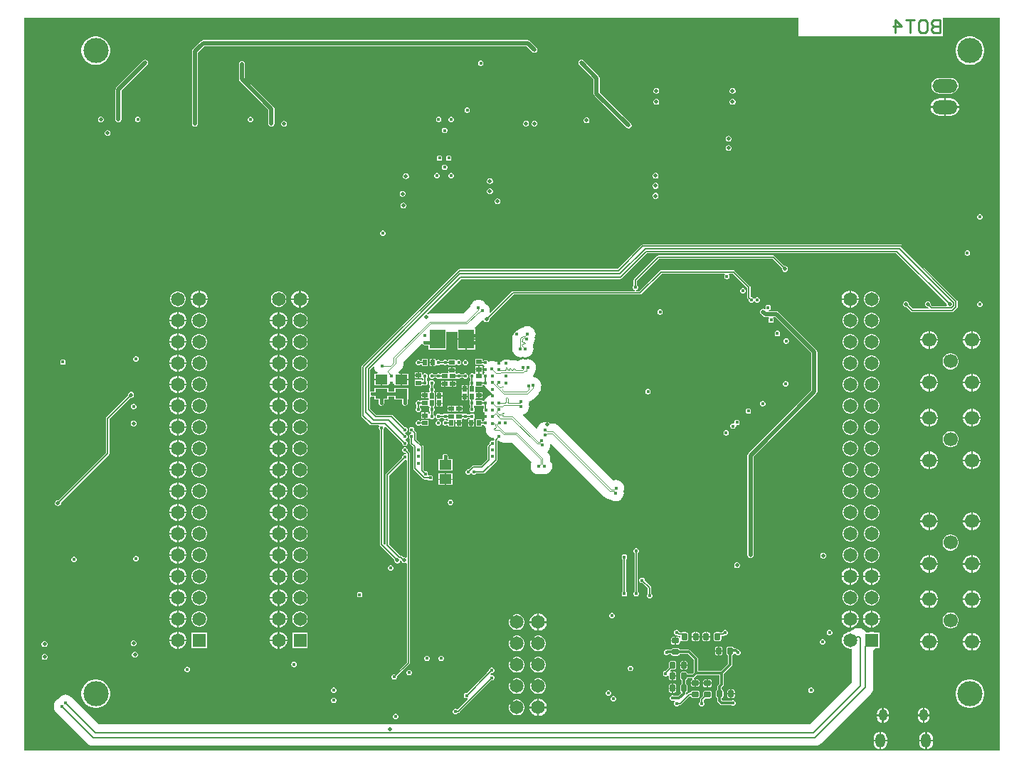
<source format=gbr>
%TF.GenerationSoftware,Altium Limited,Altium Designer,23.5.1 (21)*%
G04 Layer_Physical_Order=4*
G04 Layer_Color=16711680*
%FSLAX45Y45*%
%MOMM*%
%TF.SameCoordinates,DF551FB5-6F85-4ABD-ABAF-5ACF3DF1BB5E*%
%TF.FilePolarity,Positive*%
%TF.FileFunction,Copper,L4,Bot,Signal*%
%TF.Part,Single*%
G01*
G75*
%TA.AperFunction,Conductor*%
%ADD10C,0.20000*%
%ADD12C,0.11000*%
%TA.AperFunction,SMDPad,CuDef*%
G04:AMPARAMS|DCode=20|XSize=0.85mm|YSize=0.7mm|CornerRadius=0.175mm|HoleSize=0mm|Usage=FLASHONLY|Rotation=180.000|XOffset=0mm|YOffset=0mm|HoleType=Round|Shape=RoundedRectangle|*
%AMROUNDEDRECTD20*
21,1,0.85000,0.35000,0,0,180.0*
21,1,0.50000,0.70000,0,0,180.0*
1,1,0.35000,-0.25000,0.17500*
1,1,0.35000,0.25000,0.17500*
1,1,0.35000,0.25000,-0.17500*
1,1,0.35000,-0.25000,-0.17500*
%
%ADD20ROUNDEDRECTD20*%
%ADD48R,0.65000X0.50000*%
%ADD49R,1.47000X1.15000*%
%ADD50R,0.50000X0.65000*%
%ADD56R,1.90000X2.30000*%
%TA.AperFunction,Conductor*%
%ADD71C,0.17500*%
%ADD72C,0.12500*%
%ADD73C,0.15000*%
%ADD77C,0.50000*%
%ADD80C,0.30000*%
%TA.AperFunction,NonConductor*%
%ADD81C,0.25400*%
%TA.AperFunction,ComponentPad*%
%ADD83C,1.70000*%
%ADD84C,1.65000*%
%ADD85O,1.20000X1.70000*%
%ADD86O,1.00000X1.40000*%
%ADD87O,3.00000X1.65000*%
%ADD88R,1.65000X1.65000*%
%TA.AperFunction,WasherPad*%
%ADD89C,3.00000*%
%TA.AperFunction,ViaPad*%
%ADD90C,0.50000*%
%ADD91C,0.45000*%
%TA.AperFunction,Conductor*%
%ADD92C,0.45000*%
%TA.AperFunction,SMDPad,CuDef*%
G04:AMPARAMS|DCode=93|XSize=0.85mm|YSize=0.7mm|CornerRadius=0.175mm|HoleSize=0mm|Usage=FLASHONLY|Rotation=90.000|XOffset=0mm|YOffset=0mm|HoleType=Round|Shape=RoundedRectangle|*
%AMROUNDEDRECTD93*
21,1,0.85000,0.35000,0,0,90.0*
21,1,0.50000,0.70000,0,0,90.0*
1,1,0.35000,0.17500,0.25000*
1,1,0.35000,0.17500,-0.25000*
1,1,0.35000,-0.17500,-0.25000*
1,1,0.35000,-0.17500,0.25000*
%
%ADD93ROUNDEDRECTD93*%
G36*
X11659023Y50980D02*
X50980D01*
Y8779023D01*
X9260002D01*
Y8565861D01*
X10980002D01*
Y8779023D01*
X11659022D01*
X11659023Y50980D01*
D02*
G37*
%LPC*%
G36*
X6040001Y8515687D02*
X2180001D01*
X2166345Y8512971D01*
X2154768Y8505235D01*
X2114327Y8464794D01*
X2114326Y8464794D01*
X2054768Y8405235D01*
X2047032Y8393658D01*
X2044315Y8380002D01*
Y7520001D01*
X2045001Y7516554D01*
Y7513040D01*
X2046346Y7509792D01*
X2047032Y7506345D01*
X2048985Y7503423D01*
X2050330Y7500175D01*
X2052815Y7497690D01*
X2054768Y7494768D01*
X2057690Y7492815D01*
X2060175Y7490330D01*
X2063423Y7488985D01*
X2066345Y7487032D01*
X2069792Y7486346D01*
X2073039Y7485002D01*
X2076554D01*
X2080001Y7484316D01*
X2083449Y7485002D01*
X2086963D01*
X2090210Y7486346D01*
X2093657Y7487032D01*
X2096580Y7488985D01*
X2099827Y7490330D01*
X2102312Y7492815D01*
X2105235Y7494768D01*
X2107188Y7497690D01*
X2109673Y7500175D01*
X2111018Y7503423D01*
X2112970Y7506345D01*
X2113656Y7509792D01*
X2115001Y7513040D01*
Y7516554D01*
X2115687Y7520001D01*
Y8365220D01*
X2164793Y8414326D01*
X2164794Y8414327D01*
X2194783Y8444316D01*
X6025220D01*
X6094768Y8374768D01*
X6097690Y8372815D01*
X6100175Y8370330D01*
X6103423Y8368985D01*
X6106345Y8367032D01*
X6109792Y8366346D01*
X6113039Y8365002D01*
X6116554D01*
X6120001Y8364316D01*
X6123449Y8365002D01*
X6126963D01*
X6130210Y8366346D01*
X6133658Y8367032D01*
X6136580Y8368985D01*
X6139827Y8370330D01*
X6142312Y8372815D01*
X6145235Y8374768D01*
X6147188Y8377690D01*
X6149673Y8380176D01*
X6151018Y8383423D01*
X6152970Y8386345D01*
X6153656Y8389792D01*
X6155001Y8393040D01*
Y8396554D01*
X6155687Y8400001D01*
X6155001Y8403449D01*
Y8406963D01*
X6153656Y8410211D01*
X6152970Y8413658D01*
X6151018Y8416580D01*
X6149673Y8419827D01*
X6147188Y8422313D01*
X6145235Y8425235D01*
X6065235Y8505235D01*
X6053658Y8512971D01*
X6040001Y8515687D01*
D02*
G37*
G36*
X11316745Y8560001D02*
X11283258D01*
X11250414Y8553468D01*
X11219476Y8540653D01*
X11191633Y8522049D01*
X11167954Y8498370D01*
X11149350Y8470527D01*
X11136535Y8439589D01*
X11130002Y8406745D01*
Y8373258D01*
X11136535Y8340414D01*
X11149350Y8309476D01*
X11167954Y8281633D01*
X11191633Y8257954D01*
X11219476Y8239350D01*
X11250414Y8226535D01*
X11283258Y8220002D01*
X11316745D01*
X11349589Y8226535D01*
X11380527Y8239350D01*
X11408370Y8257954D01*
X11432049Y8281633D01*
X11450654Y8309476D01*
X11463468Y8340414D01*
X11470001Y8373258D01*
Y8406745D01*
X11463468Y8439589D01*
X11450654Y8470527D01*
X11432049Y8498370D01*
X11408370Y8522049D01*
X11380527Y8540653D01*
X11349589Y8553468D01*
X11316745Y8560001D01*
D02*
G37*
G36*
X916745D02*
X883258D01*
X850414Y8553468D01*
X819476Y8540653D01*
X791633Y8522049D01*
X767954Y8498370D01*
X749350Y8470527D01*
X736535Y8439589D01*
X730002Y8406745D01*
Y8373258D01*
X736535Y8340414D01*
X749350Y8309476D01*
X767954Y8281633D01*
X791633Y8257954D01*
X819476Y8239350D01*
X850414Y8226535D01*
X883258Y8220002D01*
X916745D01*
X949589Y8226535D01*
X980527Y8239350D01*
X1008370Y8257954D01*
X1032049Y8281633D01*
X1050653Y8309476D01*
X1063468Y8340414D01*
X1070001Y8373258D01*
Y8406745D01*
X1063468Y8439589D01*
X1050653Y8470527D01*
X1032049Y8498370D01*
X1008370Y8522049D01*
X980527Y8540653D01*
X949589Y8553468D01*
X916745Y8560001D01*
D02*
G37*
G36*
X5486466Y8272501D02*
X5473537D01*
X5461592Y8267553D01*
X5452449Y8258411D01*
X5447501Y8246466D01*
Y8233537D01*
X5452449Y8221592D01*
X5461592Y8212449D01*
X5473537Y8207501D01*
X5486466D01*
X5498411Y8212449D01*
X5507553Y8221592D01*
X5512501Y8233537D01*
Y8246466D01*
X5507553Y8258411D01*
X5498411Y8267553D01*
X5486466Y8272501D01*
D02*
G37*
G36*
X11071001Y8065801D02*
X10936001D01*
X10911854Y8062622D01*
X10889352Y8053301D01*
X10870030Y8038474D01*
X10855203Y8019152D01*
X10845882Y7996650D01*
X10842703Y7972503D01*
X10845882Y7948355D01*
X10855203Y7925854D01*
X10870030Y7906531D01*
X10889352Y7891704D01*
X10911854Y7882384D01*
X10936001Y7879205D01*
X11071001D01*
X11095148Y7882384D01*
X11117650Y7891704D01*
X11136973Y7906531D01*
X11151800Y7925854D01*
X11161120Y7948355D01*
X11164299Y7972503D01*
X11161120Y7996650D01*
X11151800Y8019152D01*
X11136973Y8038474D01*
X11117650Y8053301D01*
X11095148Y8062622D01*
X11071001Y8065801D01*
D02*
G37*
G36*
X8483963Y7945001D02*
X8470039D01*
X8457175Y7939673D01*
X8447329Y7929827D01*
X8442001Y7916963D01*
Y7903040D01*
X8447329Y7890175D01*
X8457175Y7880330D01*
X8470039Y7875002D01*
X8483963D01*
X8496827Y7880330D01*
X8506672Y7890175D01*
X8512001Y7903040D01*
Y7916963D01*
X8506672Y7929827D01*
X8496827Y7939673D01*
X8483963Y7945001D01*
D02*
G37*
G36*
X7576963D02*
X7563039D01*
X7550175Y7939673D01*
X7540330Y7929827D01*
X7535001Y7916963D01*
Y7903040D01*
X7540330Y7890175D01*
X7550175Y7880330D01*
X7563039Y7875002D01*
X7576963D01*
X7589827Y7880330D01*
X7599673Y7890175D01*
X7605001Y7903040D01*
Y7916963D01*
X7599673Y7929827D01*
X7589827Y7939673D01*
X7576963Y7945001D01*
D02*
G37*
G36*
X8483963Y7815001D02*
X8470039D01*
X8457175Y7809673D01*
X8447329Y7799827D01*
X8442001Y7786963D01*
Y7773040D01*
X8447329Y7760175D01*
X8457175Y7750330D01*
X8470039Y7745002D01*
X8483963D01*
X8496827Y7750330D01*
X8506672Y7760175D01*
X8512001Y7773040D01*
Y7786963D01*
X8506672Y7799827D01*
X8496827Y7809673D01*
X8483963Y7815001D01*
D02*
G37*
G36*
X7576963D02*
X7563039D01*
X7550175Y7809673D01*
X7540330Y7799827D01*
X7535001Y7786963D01*
Y7773040D01*
X7540330Y7760175D01*
X7550175Y7750330D01*
X7563039Y7745002D01*
X7576963D01*
X7589827Y7750330D01*
X7599673Y7760175D01*
X7605001Y7773040D01*
Y7786963D01*
X7599673Y7799827D01*
X7589827Y7809673D01*
X7576963Y7815001D01*
D02*
G37*
G36*
X11071001Y7821887D02*
X11013497D01*
Y7728501D01*
X11173069D01*
X11170863Y7745261D01*
X11160535Y7770195D01*
X11144105Y7791606D01*
X11122694Y7808036D01*
X11097759Y7818364D01*
X11071001Y7821887D01*
D02*
G37*
G36*
X10993497D02*
X10936001D01*
X10909243Y7818364D01*
X10884309Y7808036D01*
X10862898Y7791606D01*
X10846468Y7770195D01*
X10836140Y7745261D01*
X10833933Y7728501D01*
X10993497D01*
Y7821887D01*
D02*
G37*
G36*
X5326466Y7712501D02*
X5313537D01*
X5301592Y7707553D01*
X5292449Y7698411D01*
X5287501Y7686466D01*
Y7673537D01*
X5292449Y7661591D01*
X5301592Y7652449D01*
X5313537Y7647501D01*
X5326466D01*
X5338411Y7652449D01*
X5347553Y7661591D01*
X5352501Y7673537D01*
Y7686466D01*
X5347553Y7698411D01*
X5338411Y7707553D01*
X5326466Y7712501D01*
D02*
G37*
G36*
X11173069Y7708501D02*
X11013497D01*
Y7615118D01*
X11071001D01*
X11097759Y7618641D01*
X11122694Y7628969D01*
X11144105Y7645399D01*
X11160535Y7666810D01*
X11170863Y7691745D01*
X11173069Y7708501D01*
D02*
G37*
G36*
X10993497D02*
X10833934D01*
X10836140Y7691745D01*
X10846468Y7666810D01*
X10862898Y7645399D01*
X10884309Y7628969D01*
X10909243Y7618641D01*
X10936001Y7615118D01*
X10993497D01*
Y7708501D01*
D02*
G37*
G36*
X5136466Y7602501D02*
X5123537D01*
X5111592Y7597554D01*
X5102449Y7588411D01*
X5097501Y7576466D01*
Y7563537D01*
X5102449Y7551592D01*
X5111592Y7542449D01*
X5123537Y7537502D01*
X5136466D01*
X5148411Y7542449D01*
X5157553Y7551592D01*
X5162501Y7563537D01*
Y7576466D01*
X5157553Y7588411D01*
X5148411Y7597554D01*
X5136466Y7602501D01*
D02*
G37*
G36*
X4986466D02*
X4973537D01*
X4961592Y7597554D01*
X4952449Y7588411D01*
X4947501Y7576466D01*
Y7563537D01*
X4952449Y7551592D01*
X4961592Y7542449D01*
X4973537Y7537502D01*
X4986466D01*
X4998411Y7542449D01*
X5007553Y7551592D01*
X5012501Y7563537D01*
Y7576466D01*
X5007553Y7588411D01*
X4998411Y7597554D01*
X4986466Y7602501D01*
D02*
G37*
G36*
X2746466D02*
X2733537D01*
X2721592Y7597554D01*
X2712449Y7588411D01*
X2707502Y7576466D01*
Y7563537D01*
X2712449Y7551592D01*
X2721592Y7542449D01*
X2733537Y7537502D01*
X2746466D01*
X2758411Y7542449D01*
X2767554Y7551592D01*
X2772501Y7563537D01*
Y7576466D01*
X2767554Y7588411D01*
X2758411Y7597554D01*
X2746466Y7602501D01*
D02*
G37*
G36*
X1406466D02*
X1393537D01*
X1381592Y7597554D01*
X1372449Y7588411D01*
X1367501Y7576466D01*
Y7563537D01*
X1372449Y7551592D01*
X1381592Y7542449D01*
X1393537Y7537502D01*
X1406466D01*
X1418411Y7542449D01*
X1427553Y7551592D01*
X1432501Y7563537D01*
Y7576466D01*
X1427553Y7588411D01*
X1418411Y7597554D01*
X1406466Y7602501D01*
D02*
G37*
G36*
X966963Y7605001D02*
X953039D01*
X940175Y7599673D01*
X930330Y7589827D01*
X925001Y7576963D01*
Y7563039D01*
X930330Y7550175D01*
X940175Y7540330D01*
X953039Y7535001D01*
X966963D01*
X979827Y7540330D01*
X989673Y7550175D01*
X995001Y7563039D01*
Y7576963D01*
X989673Y7589827D01*
X979827Y7599673D01*
X966963Y7605001D01*
D02*
G37*
G36*
X1490001Y8280687D02*
X1486554Y8280001D01*
X1483039D01*
X1479792Y8278656D01*
X1476345Y8277970D01*
X1473423Y8276018D01*
X1470175Y8274673D01*
X1467690Y8272188D01*
X1464768Y8270235D01*
X1144768Y7950235D01*
X1137032Y7938657D01*
X1134315Y7925001D01*
Y7570001D01*
X1135001Y7566554D01*
Y7563039D01*
X1136346Y7559792D01*
X1137032Y7556345D01*
X1138985Y7553423D01*
X1140330Y7550175D01*
X1142815Y7547690D01*
X1144768Y7544768D01*
X1147690Y7542815D01*
X1150175Y7540330D01*
X1153423Y7538985D01*
X1156345Y7537032D01*
X1159792Y7536346D01*
X1163039Y7535001D01*
X1166554D01*
X1170001Y7534316D01*
X1173449Y7535001D01*
X1176963D01*
X1180210Y7536346D01*
X1183658Y7537032D01*
X1186580Y7538985D01*
X1189827Y7540330D01*
X1192312Y7542815D01*
X1195235Y7544768D01*
X1197188Y7547690D01*
X1199673Y7550175D01*
X1201018Y7553423D01*
X1202970Y7556345D01*
X1203656Y7559792D01*
X1205001Y7563039D01*
Y7566554D01*
X1205687Y7570001D01*
Y7910220D01*
X1515235Y8219768D01*
X1517188Y8222690D01*
X1519673Y8225175D01*
X1521018Y8228423D01*
X1522971Y8231345D01*
X1523656Y8234792D01*
X1525001Y8238039D01*
Y8241554D01*
X1525687Y8245001D01*
X1525001Y8248449D01*
Y8251963D01*
X1523656Y8255210D01*
X1522971Y8258658D01*
X1521018Y8261580D01*
X1519673Y8264827D01*
X1517188Y8267312D01*
X1515235Y8270235D01*
X1512312Y8272188D01*
X1509827Y8274673D01*
X1506580Y8276018D01*
X1503658Y8277970D01*
X1500210Y8278656D01*
X1496963Y8280001D01*
X1493449D01*
X1490001Y8280687D01*
D02*
G37*
G36*
X6746963Y7595001D02*
X6733039D01*
X6720175Y7589673D01*
X6710330Y7579827D01*
X6705001Y7566963D01*
Y7553040D01*
X6710330Y7540175D01*
X6720175Y7530330D01*
X6733039Y7525001D01*
X6746963D01*
X6759827Y7530330D01*
X6769673Y7540175D01*
X6775001Y7553040D01*
Y7566963D01*
X6769673Y7579827D01*
X6759827Y7589673D01*
X6746963Y7595001D01*
D02*
G37*
G36*
X6126463Y7555501D02*
X6112539D01*
X6099675Y7550173D01*
X6089830Y7540327D01*
X6084501Y7527463D01*
Y7513539D01*
X6089830Y7500675D01*
X6099675Y7490830D01*
X6112539Y7485501D01*
X6126463D01*
X6139327Y7490830D01*
X6149173Y7500675D01*
X6154501Y7513539D01*
Y7527463D01*
X6149173Y7540327D01*
X6139327Y7550173D01*
X6126463Y7555501D01*
D02*
G37*
G36*
X6026463D02*
X6012539D01*
X5999675Y7550173D01*
X5989830Y7540327D01*
X5984501Y7527463D01*
Y7513539D01*
X5989830Y7500675D01*
X5999675Y7490830D01*
X6012539Y7485501D01*
X6026463D01*
X6039327Y7490830D01*
X6049173Y7500675D01*
X6054501Y7513539D01*
Y7527463D01*
X6049173Y7540327D01*
X6039327Y7550173D01*
X6026463Y7555501D01*
D02*
G37*
G36*
X3146963Y7555001D02*
X3133039D01*
X3120175Y7549673D01*
X3110330Y7539827D01*
X3105001Y7526963D01*
Y7513040D01*
X3110330Y7500175D01*
X3120175Y7490330D01*
X3133039Y7485002D01*
X3146963D01*
X3159827Y7490330D01*
X3169673Y7500175D01*
X3175001Y7513040D01*
Y7526963D01*
X3169673Y7539827D01*
X3159827Y7549673D01*
X3146963Y7555001D01*
D02*
G37*
G36*
X2640001Y8265687D02*
X2636554Y8265001D01*
X2633039D01*
X2629792Y8263656D01*
X2626345Y8262971D01*
X2623423Y8261018D01*
X2620175Y8259673D01*
X2617690Y8257188D01*
X2614768Y8255235D01*
X2612815Y8252312D01*
X2610330Y8249827D01*
X2608985Y8246580D01*
X2607032Y8243658D01*
X2606346Y8240210D01*
X2605001Y8236963D01*
Y8233449D01*
X2604316Y8230001D01*
Y8050001D01*
X2607032Y8036345D01*
X2614768Y8024768D01*
X2954315Y7685220D01*
Y7520001D01*
X2955001Y7516554D01*
Y7513040D01*
X2956346Y7509792D01*
X2957032Y7506345D01*
X2958985Y7503423D01*
X2960330Y7500175D01*
X2962815Y7497690D01*
X2964768Y7494768D01*
X2967690Y7492815D01*
X2970175Y7490330D01*
X2973423Y7488985D01*
X2976345Y7487032D01*
X2979792Y7486346D01*
X2983039Y7485002D01*
X2986554D01*
X2990001Y7484316D01*
X2993449Y7485002D01*
X2996963D01*
X3000210Y7486346D01*
X3003657Y7487032D01*
X3006580Y7488985D01*
X3009827Y7490330D01*
X3012312Y7492815D01*
X3015235Y7494768D01*
X3017188Y7497690D01*
X3019673Y7500175D01*
X3021018Y7503423D01*
X3022970Y7506345D01*
X3023656Y7509792D01*
X3025001Y7513040D01*
Y7516554D01*
X3025687Y7520001D01*
Y7700001D01*
X3022970Y7713658D01*
X3015235Y7725235D01*
X2675687Y8064783D01*
Y8230001D01*
X2675001Y8233449D01*
Y8236963D01*
X2673656Y8240210D01*
X2672971Y8243658D01*
X2671018Y8246580D01*
X2669673Y8249827D01*
X2667188Y8252312D01*
X2665235Y8255235D01*
X2662312Y8257188D01*
X2659827Y8259673D01*
X2656580Y8261018D01*
X2653658Y8262971D01*
X2650210Y8263656D01*
X2646963Y8265001D01*
X2643449D01*
X2640001Y8265687D01*
D02*
G37*
G36*
X6677499Y8283189D02*
X6674052Y8282503D01*
X6670537D01*
X6667290Y8281158D01*
X6663843Y8280472D01*
X6660921Y8278520D01*
X6657673Y8277175D01*
X6655188Y8274690D01*
X6652266Y8272737D01*
X6650313Y8269814D01*
X6647828Y8267329D01*
X6646483Y8264082D01*
X6644530Y8261159D01*
X6643844Y8257712D01*
X6642499Y8254465D01*
Y8250951D01*
X6641813Y8247503D01*
X6642499Y8244056D01*
Y8240541D01*
X6643844Y8237294D01*
X6644530Y8233847D01*
X6646483Y8230925D01*
X6647828Y8227677D01*
X6650313Y8225192D01*
X6652266Y8222270D01*
X6824316Y8050220D01*
Y7880002D01*
X6827032Y7866345D01*
X6834768Y7854768D01*
X7214768Y7474768D01*
X7217690Y7472815D01*
X7220175Y7470330D01*
X7223423Y7468985D01*
X7226345Y7467032D01*
X7229792Y7466347D01*
X7233039Y7465002D01*
X7236554D01*
X7240001Y7464316D01*
X7243449Y7465002D01*
X7246963D01*
X7250210Y7466347D01*
X7253658Y7467032D01*
X7256580Y7468985D01*
X7259827Y7470330D01*
X7262312Y7472815D01*
X7265235Y7474768D01*
X7267188Y7477690D01*
X7269673Y7480176D01*
X7271018Y7483423D01*
X7272970Y7486345D01*
X7273656Y7489792D01*
X7275001Y7493040D01*
Y7496554D01*
X7275687Y7500002D01*
X7275001Y7503449D01*
Y7506963D01*
X7273656Y7510211D01*
X7272970Y7513658D01*
X7271018Y7516580D01*
X7269673Y7519827D01*
X7267188Y7522313D01*
X7265235Y7525235D01*
X6895687Y7894783D01*
Y8065001D01*
X6892970Y8078657D01*
X6885235Y8090235D01*
X6702733Y8272737D01*
X6699810Y8274690D01*
X6697325Y8277175D01*
X6694078Y8278520D01*
X6691156Y8280472D01*
X6687708Y8281158D01*
X6684461Y8282503D01*
X6680947D01*
X6677499Y8283189D01*
D02*
G37*
G36*
X5056466Y7472501D02*
X5043537D01*
X5031592Y7467554D01*
X5022449Y7458411D01*
X5017502Y7446466D01*
Y7433537D01*
X5022449Y7421592D01*
X5031592Y7412449D01*
X5043537Y7407502D01*
X5056466D01*
X5068411Y7412449D01*
X5077553Y7421592D01*
X5082501Y7433537D01*
Y7446466D01*
X5077553Y7458411D01*
X5068411Y7467554D01*
X5056466Y7472501D01*
D02*
G37*
G36*
X1046963Y7445001D02*
X1033039D01*
X1020175Y7439673D01*
X1010330Y7429827D01*
X1005001Y7416963D01*
Y7403040D01*
X1010330Y7390175D01*
X1020175Y7380330D01*
X1033039Y7375002D01*
X1046963D01*
X1059827Y7380330D01*
X1069673Y7390175D01*
X1075001Y7403040D01*
Y7416963D01*
X1069673Y7429827D01*
X1059827Y7439673D01*
X1046963Y7445001D01*
D02*
G37*
G36*
X8436963Y7375002D02*
X8423039D01*
X8410175Y7369673D01*
X8400330Y7359828D01*
X8395001Y7346963D01*
Y7333040D01*
X8400330Y7320176D01*
X8410175Y7310330D01*
X8423039Y7305002D01*
X8436963D01*
X8449827Y7310330D01*
X8459673Y7320176D01*
X8465001Y7333040D01*
Y7346963D01*
X8459673Y7359828D01*
X8449827Y7369673D01*
X8436963Y7375002D01*
D02*
G37*
G36*
Y7265001D02*
X8423039D01*
X8410175Y7259673D01*
X8400330Y7249827D01*
X8395001Y7236963D01*
Y7223039D01*
X8400330Y7210175D01*
X8410175Y7200330D01*
X8423039Y7195001D01*
X8436963D01*
X8449827Y7200330D01*
X8459673Y7210175D01*
X8465001Y7223039D01*
Y7236963D01*
X8459673Y7249827D01*
X8449827Y7259673D01*
X8436963Y7265001D01*
D02*
G37*
G36*
X5106466Y7142501D02*
X5093537D01*
X5081592Y7137553D01*
X5072449Y7128411D01*
X5067501Y7116466D01*
Y7103537D01*
X5072449Y7091592D01*
X5081592Y7082449D01*
X5093537Y7077501D01*
X5106466D01*
X5118411Y7082449D01*
X5127553Y7091592D01*
X5132501Y7103537D01*
Y7116466D01*
X5127553Y7128411D01*
X5118411Y7137553D01*
X5106466Y7142501D01*
D02*
G37*
G36*
X4996466D02*
X4983537D01*
X4971592Y7137553D01*
X4962449Y7128411D01*
X4957501Y7116466D01*
Y7103537D01*
X4962449Y7091592D01*
X4971592Y7082449D01*
X4983537Y7077501D01*
X4996466D01*
X5008411Y7082449D01*
X5017553Y7091592D01*
X5022501Y7103537D01*
Y7116466D01*
X5017553Y7128411D01*
X5008411Y7137553D01*
X4996466Y7142501D01*
D02*
G37*
G36*
X5056466Y7032501D02*
X5043537D01*
X5031592Y7027553D01*
X5022449Y7018411D01*
X5017502Y7006466D01*
Y6993537D01*
X5022449Y6981592D01*
X5031592Y6972449D01*
X5043537Y6967501D01*
X5056466D01*
X5068411Y6972449D01*
X5077553Y6981592D01*
X5082501Y6993537D01*
Y7006466D01*
X5077553Y7018411D01*
X5068411Y7027553D01*
X5056466Y7032501D01*
D02*
G37*
G36*
X5136466Y6932501D02*
X5123537D01*
X5111592Y6927553D01*
X5102449Y6918411D01*
X5097501Y6906466D01*
Y6893537D01*
X5102449Y6881592D01*
X5111592Y6872449D01*
X5123537Y6867501D01*
X5136466D01*
X5148411Y6872449D01*
X5157553Y6881592D01*
X5162501Y6893537D01*
Y6906466D01*
X5157553Y6918411D01*
X5148411Y6927553D01*
X5136466Y6932501D01*
D02*
G37*
G36*
X4966466D02*
X4953537D01*
X4941592Y6927553D01*
X4932449Y6918411D01*
X4927501Y6906466D01*
Y6893537D01*
X4932449Y6881592D01*
X4941592Y6872449D01*
X4953537Y6867501D01*
X4966466D01*
X4978411Y6872449D01*
X4987553Y6881592D01*
X4992501Y6893537D01*
Y6906466D01*
X4987553Y6918411D01*
X4978411Y6927553D01*
X4966466Y6932501D01*
D02*
G37*
G36*
X7566963Y6935001D02*
X7553039D01*
X7540175Y6929673D01*
X7530330Y6919827D01*
X7525001Y6906963D01*
Y6893040D01*
X7530330Y6880175D01*
X7540175Y6870330D01*
X7553039Y6865002D01*
X7566963D01*
X7579827Y6870330D01*
X7589673Y6880175D01*
X7595001Y6893040D01*
Y6906963D01*
X7589673Y6919827D01*
X7579827Y6929673D01*
X7566963Y6935001D01*
D02*
G37*
G36*
X4596963Y6930001D02*
X4583039D01*
X4570175Y6924673D01*
X4560330Y6914827D01*
X4555001Y6901963D01*
Y6888040D01*
X4560330Y6875175D01*
X4570175Y6865330D01*
X4583039Y6860002D01*
X4596963D01*
X4609827Y6865330D01*
X4619673Y6875175D01*
X4625001Y6888040D01*
Y6901963D01*
X4619673Y6914827D01*
X4609827Y6924673D01*
X4596963Y6930001D01*
D02*
G37*
G36*
X5596963Y6870002D02*
X5583039D01*
X5570175Y6864673D01*
X5560330Y6854828D01*
X5555001Y6841963D01*
Y6828040D01*
X5560330Y6815176D01*
X5570175Y6805330D01*
X5583039Y6800002D01*
X5596963D01*
X5609827Y6805330D01*
X5619673Y6815176D01*
X5625001Y6828040D01*
Y6841963D01*
X5619673Y6854828D01*
X5609827Y6864673D01*
X5596963Y6870002D01*
D02*
G37*
G36*
X7566963Y6815001D02*
X7553039D01*
X7540175Y6809673D01*
X7530330Y6799827D01*
X7525001Y6786963D01*
Y6773040D01*
X7530330Y6760175D01*
X7540175Y6750330D01*
X7553039Y6745001D01*
X7566963D01*
X7579827Y6750330D01*
X7589673Y6760175D01*
X7595001Y6773040D01*
Y6786963D01*
X7589673Y6799827D01*
X7579827Y6809673D01*
X7566963Y6815001D01*
D02*
G37*
G36*
X5596963Y6750001D02*
X5583039D01*
X5570175Y6744673D01*
X5560330Y6734828D01*
X5555001Y6721963D01*
Y6708040D01*
X5560330Y6695176D01*
X5570175Y6685330D01*
X5583039Y6680002D01*
X5596963D01*
X5609827Y6685330D01*
X5619673Y6695176D01*
X5625001Y6708040D01*
Y6721963D01*
X5619673Y6734828D01*
X5609827Y6744673D01*
X5596963Y6750001D01*
D02*
G37*
G36*
X4556963Y6720001D02*
X4543039D01*
X4530175Y6714673D01*
X4520330Y6704827D01*
X4515001Y6691963D01*
Y6678039D01*
X4520330Y6665175D01*
X4530175Y6655330D01*
X4543039Y6650001D01*
X4556963D01*
X4569827Y6655330D01*
X4579673Y6665175D01*
X4585001Y6678039D01*
Y6691963D01*
X4579673Y6704827D01*
X4569827Y6714673D01*
X4556963Y6720001D01*
D02*
G37*
G36*
X7566963Y6695001D02*
X7553039D01*
X7540175Y6689673D01*
X7530330Y6679827D01*
X7525001Y6666963D01*
Y6653040D01*
X7530330Y6640175D01*
X7540175Y6630330D01*
X7553039Y6625001D01*
X7566963D01*
X7579827Y6630330D01*
X7589673Y6640175D01*
X7595001Y6653040D01*
Y6666963D01*
X7589673Y6679827D01*
X7579827Y6689673D01*
X7566963Y6695001D01*
D02*
G37*
G36*
X5686963Y6630001D02*
X5673039D01*
X5660175Y6624673D01*
X5650330Y6614828D01*
X5645001Y6601963D01*
Y6588040D01*
X5650330Y6575176D01*
X5660175Y6565330D01*
X5673039Y6560002D01*
X5686963D01*
X5699827Y6565330D01*
X5709673Y6575176D01*
X5715001Y6588040D01*
Y6601963D01*
X5709673Y6614828D01*
X5699827Y6624673D01*
X5686963Y6630001D01*
D02*
G37*
G36*
X4566963Y6580001D02*
X4553039D01*
X4540175Y6574673D01*
X4530330Y6564827D01*
X4525001Y6551963D01*
Y6538040D01*
X4530330Y6525175D01*
X4540175Y6515330D01*
X4553039Y6510001D01*
X4566963D01*
X4579827Y6515330D01*
X4589673Y6525175D01*
X4595001Y6538040D01*
Y6551963D01*
X4589673Y6564827D01*
X4579827Y6574673D01*
X4566963Y6580001D01*
D02*
G37*
G36*
X11426466Y6442501D02*
X11413537D01*
X11401592Y6437553D01*
X11392449Y6428411D01*
X11387501Y6416466D01*
Y6403537D01*
X11392449Y6391591D01*
X11401592Y6382449D01*
X11413537Y6377501D01*
X11426466D01*
X11438411Y6382449D01*
X11447553Y6391591D01*
X11452501Y6403537D01*
Y6416466D01*
X11447553Y6428411D01*
X11438411Y6437553D01*
X11426466Y6442501D01*
D02*
G37*
G36*
X4324266Y6246771D02*
X4311337D01*
X4299392Y6241824D01*
X4290250Y6232681D01*
X4285302Y6220736D01*
Y6207807D01*
X4290250Y6195862D01*
X4299392Y6186719D01*
X4311337Y6181772D01*
X4324266D01*
X4336212Y6186719D01*
X4345354Y6195862D01*
X4350302Y6207807D01*
Y6220736D01*
X4345354Y6232681D01*
X4336212Y6241824D01*
X4324266Y6246771D01*
D02*
G37*
G36*
X11276466Y6012501D02*
X11263537D01*
X11251592Y6007553D01*
X11242449Y5998411D01*
X11237502Y5986466D01*
Y5973537D01*
X11242449Y5961592D01*
X11251592Y5952449D01*
X11263537Y5947501D01*
X11276466D01*
X11288411Y5952449D01*
X11297553Y5961592D01*
X11302501Y5973537D01*
Y5986466D01*
X11297553Y5998411D01*
X11288411Y6007553D01*
X11276466Y6012501D01*
D02*
G37*
G36*
X8605343Y5564694D02*
X8592414D01*
X8580469Y5559746D01*
X8571326Y5550604D01*
X8566379Y5538658D01*
Y5525729D01*
X8571326Y5513784D01*
X8580469Y5504642D01*
X8592414Y5499694D01*
X8605343D01*
X8617288Y5504642D01*
X8626431Y5513784D01*
X8631378Y5525729D01*
Y5538658D01*
X8626431Y5550604D01*
X8617288Y5559746D01*
X8605343Y5564694D01*
D02*
G37*
G36*
X2143495Y5533501D02*
X2139997D01*
Y5441003D01*
X2232501D01*
Y5444496D01*
X2225515Y5470565D01*
X2212021Y5493938D01*
X2192937Y5513022D01*
X2169564Y5526516D01*
X2143495Y5533501D01*
D02*
G37*
G36*
X2119997D02*
X2116507D01*
X2090437Y5526516D01*
X2067064Y5513022D01*
X2047980Y5493938D01*
X2034486Y5470565D01*
X2027501Y5444496D01*
Y5441003D01*
X2119997D01*
Y5533501D01*
D02*
G37*
G36*
X9889495D02*
X9885998D01*
Y5441003D01*
X9978501D01*
Y5444496D01*
X9971515Y5470565D01*
X9958021Y5493938D01*
X9938937Y5513022D01*
X9915564Y5526516D01*
X9889495Y5533501D01*
D02*
G37*
G36*
X9865998D02*
X9862507D01*
X9836437Y5526516D01*
X9813064Y5513022D01*
X9793980Y5493938D01*
X9780486Y5470565D01*
X9773501Y5444496D01*
Y5441003D01*
X9865998D01*
Y5533501D01*
D02*
G37*
G36*
X3343495D02*
X3339999D01*
Y5441001D01*
X3432501D01*
Y5444496D01*
X3425516Y5470565D01*
X3412021Y5493938D01*
X3392937Y5513022D01*
X3369565Y5526516D01*
X3343495Y5533501D01*
D02*
G37*
G36*
X3319999D02*
X3316507D01*
X3290437Y5526516D01*
X3267065Y5513022D01*
X3247981Y5493938D01*
X3234486Y5470565D01*
X3227501Y5444496D01*
Y5441001D01*
X3319999D01*
Y5533501D01*
D02*
G37*
G36*
X7410001Y6080393D02*
X7402198Y6078841D01*
X7395582Y6074420D01*
X7111554Y5790393D01*
X5231511D01*
X5231509Y5790393D01*
X5223706Y5788841D01*
X5217090Y5784420D01*
X4068383Y4635713D01*
X4063962Y4629097D01*
X4062410Y4621294D01*
Y4040586D01*
X4063962Y4032783D01*
X4068383Y4026167D01*
X4162197Y3932353D01*
X4162197Y3932352D01*
X4168813Y3927932D01*
X4176616Y3926380D01*
X4263825D01*
X4270284Y3913679D01*
X4267151Y3906115D01*
Y3893186D01*
X4272099Y3881241D01*
X4279610Y3873730D01*
Y2509300D01*
X4281162Y2501496D01*
X4285582Y2494880D01*
X4453808Y2326655D01*
X4453182Y2325143D01*
Y2311220D01*
X4458510Y2298356D01*
X4468356Y2288510D01*
X4481220Y2283182D01*
X4495143D01*
X4508007Y2288510D01*
X4517853Y2298356D01*
X4523181Y2311219D01*
X4535001Y2313039D01*
X4540330Y2300175D01*
X4550175Y2290330D01*
X4563039Y2285001D01*
X4576963D01*
X4587259Y2289266D01*
X4596027Y2285539D01*
X4599959Y2282501D01*
Y1105192D01*
X4457033Y962266D01*
X4456466Y962501D01*
X4443537D01*
X4431592Y957553D01*
X4422449Y948411D01*
X4417501Y936466D01*
Y923537D01*
X4422449Y911592D01*
X4431592Y902449D01*
X4443537Y897501D01*
X4456466D01*
X4468411Y902449D01*
X4477553Y911592D01*
X4482501Y923537D01*
Y936466D01*
X4482266Y937033D01*
X4630418Y1085185D01*
X4634286Y1090973D01*
X4635645Y1097802D01*
Y3595599D01*
X4634286Y3602427D01*
X4630418Y3608216D01*
X4609710Y3628924D01*
X4609945Y3629491D01*
Y3642420D01*
X4604997Y3654366D01*
X4595854Y3663508D01*
X4583909Y3668456D01*
X4570980D01*
X4559035Y3663508D01*
X4549893Y3654366D01*
X4544945Y3642420D01*
Y3629491D01*
X4549893Y3617546D01*
X4559035Y3608404D01*
X4570980Y3603456D01*
X4582879D01*
X4591465Y3593886D01*
X4591320Y3593326D01*
X4584266Y3582501D01*
X4571337D01*
X4559392Y3577553D01*
X4550250Y3568411D01*
X4545302Y3556466D01*
Y3544140D01*
X4355582Y3354420D01*
X4351161Y3347805D01*
X4349609Y3340001D01*
Y2506491D01*
X4336909Y2501231D01*
X4320393Y2517747D01*
Y3874431D01*
X4327203Y3881241D01*
X4332151Y3893186D01*
Y3906115D01*
X4341305Y3917201D01*
X4345386Y3917849D01*
X4545302Y3717933D01*
Y3707807D01*
X4550250Y3695862D01*
X4559392Y3686720D01*
X4571337Y3681772D01*
X4584266D01*
X4596212Y3686720D01*
X4605354Y3695862D01*
X4610302Y3707807D01*
Y3720736D01*
X4605354Y3732681D01*
X4596212Y3741824D01*
X4584580Y3746641D01*
X4584244Y3746807D01*
X4582796Y3749072D01*
X4583143Y3752071D01*
X4588603Y3763568D01*
X4596212Y3766720D01*
X4605354Y3775862D01*
X4610302Y3787807D01*
Y3800736D01*
X4605354Y3812681D01*
X4596212Y3821824D01*
X4584266Y3826772D01*
X4579578D01*
X4576959Y3829072D01*
X4577373Y3832796D01*
X4584267Y3841772D01*
X4596212Y3846720D01*
X4605354Y3855862D01*
X4610302Y3867807D01*
Y3880736D01*
X4605354Y3892681D01*
X4596212Y3901824D01*
X4584266Y3906771D01*
X4574141D01*
X4434721Y4046191D01*
X4428105Y4050611D01*
X4420302Y4052164D01*
X4236248D01*
X4163194Y4125218D01*
Y4261325D01*
X4166621Y4264727D01*
X4174784Y4268501D01*
X4175894Y4268504D01*
X4178322Y4268021D01*
X4181337Y4266772D01*
X4184601D01*
X4187802Y4266135D01*
X4214300D01*
Y4231772D01*
X4264663D01*
Y4194273D01*
X4265302Y4191063D01*
Y4187807D01*
X4266548Y4184798D01*
X4267186Y4181592D01*
X4269001Y4178875D01*
X4270250Y4175862D01*
X4272556Y4173555D01*
X4274369Y4170842D01*
X4274371Y4170840D01*
X4277084Y4169027D01*
X4279392Y4166719D01*
X4282408Y4165470D01*
X4285121Y4163657D01*
X4288321Y4163021D01*
X4291337Y4161772D01*
X4294602D01*
X4297802Y4161135D01*
X4301002Y4161772D01*
X4304266D01*
X4307282Y4163021D01*
X4310483Y4163657D01*
X4313196Y4165470D01*
X4316211Y4166719D01*
X4318519Y4169027D01*
X4321233Y4170840D01*
X4323046Y4173555D01*
X4325354Y4175862D01*
X4326603Y4178877D01*
X4328416Y4181591D01*
X4329052Y4184791D01*
X4330301Y4187807D01*
Y4191071D01*
X4330938Y4194272D01*
X4330936Y4194279D01*
Y4231772D01*
X4381300D01*
Y4266135D01*
X4454302D01*
Y4231772D01*
X4544665D01*
Y4194272D01*
X4545302Y4191070D01*
Y4187807D01*
X4546551Y4184791D01*
X4547188Y4181591D01*
X4549001Y4178878D01*
X4550250Y4175862D01*
X4552558Y4173553D01*
X4554371Y4170841D01*
X4557084Y4169028D01*
X4559392Y4166719D01*
X4562408Y4165470D01*
X4565121Y4163657D01*
X4568322Y4163021D01*
X4571337Y4161772D01*
X4574601D01*
X4577802Y4161135D01*
X4581003Y4161772D01*
X4584266D01*
X4587282Y4163021D01*
X4590483Y4163657D01*
X4593196Y4165470D01*
X4596212Y4166719D01*
X4598520Y4169028D01*
X4601233Y4170841D01*
X4603045Y4173553D01*
X4605354Y4175862D01*
X4606603Y4178878D01*
X4608416Y4181591D01*
X4609053Y4184791D01*
X4610302Y4187807D01*
Y4191070D01*
X4610938Y4194272D01*
Y4231772D01*
X4621302D01*
Y4366772D01*
X4454302D01*
Y4332408D01*
X4381300D01*
Y4366772D01*
X4214300D01*
Y4332408D01*
X4187802D01*
X4184601Y4331771D01*
X4181337D01*
X4178322Y4330522D01*
X4175894Y4330039D01*
X4174784Y4330042D01*
X4166621Y4333817D01*
X4163194Y4337218D01*
Y4587994D01*
X4200956Y4625757D01*
X4214365Y4621205D01*
X4215927Y4609341D01*
X4225550Y4586109D01*
X4240857Y4566160D01*
X4254787Y4555472D01*
X4250476Y4542772D01*
X4214300D01*
Y4482770D01*
X4297801D01*
Y4475270D01*
X4305301D01*
Y4407772D01*
X4381300D01*
Y4416996D01*
X4391308Y4425058D01*
X4394000Y4424793D01*
X4418705Y4421540D01*
X4441601Y4424555D01*
X4448457Y4421717D01*
X4454302Y4417811D01*
Y4407772D01*
X4530304D01*
Y4475269D01*
Y4542772D01*
X4511750D01*
X4511747Y4542795D01*
X4502459Y4565218D01*
X4502527Y4565287D01*
X4502530Y4565289D01*
X4535912Y4598671D01*
X4535913Y4598672D01*
X4551221Y4618621D01*
X4560844Y4641853D01*
X4564126Y4666783D01*
X4564126Y4666785D01*
Y4684373D01*
X4776240Y4896487D01*
X4779920Y4897176D01*
X4786219Y4896375D01*
X4791912Y4894199D01*
X4792558Y4893553D01*
X4794371Y4890840D01*
X4797083Y4889028D01*
X4799392Y4886719D01*
X4802408Y4885470D01*
X4805121Y4883657D01*
X4808322Y4883020D01*
X4811337Y4881772D01*
X4814600D01*
X4817802Y4881135D01*
X4861802D01*
Y4829272D01*
X5071801D01*
Y5042948D01*
X5203802D01*
Y4961771D01*
X5308803D01*
X5413801D01*
Y5079272D01*
X5411582D01*
X5406722Y5091005D01*
X5497429Y5181713D01*
X5502301Y5183731D01*
X5504299Y5183622D01*
X5517402Y5177149D01*
X5517523Y5176951D01*
X5520330Y5170175D01*
X5530175Y5160330D01*
X5543039Y5155001D01*
X5556963D01*
X5569827Y5160330D01*
X5579673Y5170175D01*
X5585001Y5183039D01*
Y5196163D01*
X5873448Y5484610D01*
X7375002D01*
X7382805Y5486162D01*
X7389421Y5490582D01*
X7631917Y5733079D01*
X8379156D01*
X8384417Y5720379D01*
X8380681Y5716643D01*
X8375734Y5704698D01*
Y5691769D01*
X8380681Y5679824D01*
X8389824Y5670681D01*
X8401769Y5665734D01*
X8414698D01*
X8426643Y5670681D01*
X8435786Y5679824D01*
X8440733Y5691769D01*
Y5704698D01*
X8435786Y5716643D01*
X8432050Y5720379D01*
X8437311Y5733079D01*
X8478085D01*
X8649609Y5561555D01*
Y5450002D01*
X8651162Y5442198D01*
X8655582Y5435582D01*
X8667502Y5423663D01*
Y5413537D01*
X8672449Y5401592D01*
X8681592Y5392449D01*
X8693537Y5387502D01*
X8706466D01*
X8718411Y5392449D01*
X8727554Y5401592D01*
X8728128Y5402979D01*
X8741875D01*
X8742449Y5401592D01*
X8751592Y5392449D01*
X8763537Y5387502D01*
X8776466D01*
X8788411Y5392449D01*
X8797553Y5401592D01*
X8802501Y5413537D01*
Y5426466D01*
X8797553Y5438411D01*
X8788411Y5447553D01*
X8776466Y5452501D01*
X8763537D01*
X8751592Y5447553D01*
X8742449Y5438411D01*
X8741875Y5437024D01*
X8728128D01*
X8727554Y5438411D01*
X8718411Y5447553D01*
X8706466Y5452501D01*
X8696340D01*
X8690393Y5458448D01*
Y5570000D01*
X8690393Y5570001D01*
X8688841Y5577805D01*
X8684421Y5584421D01*
X8684420Y5584421D01*
X8500951Y5767890D01*
X8494336Y5772310D01*
X8486532Y5773862D01*
X7623471D01*
X7615667Y5772310D01*
X7609051Y5767890D01*
X7366555Y5525393D01*
X7327895D01*
X7326466Y5537501D01*
X7338411Y5542449D01*
X7347554Y5551592D01*
X7352501Y5563537D01*
Y5576466D01*
X7347554Y5588411D01*
X7340393Y5595571D01*
Y5651555D01*
X7598448Y5909609D01*
X8951555D01*
X9065001Y5796163D01*
Y5783039D01*
X9070330Y5770175D01*
X9080175Y5760330D01*
X9093039Y5755001D01*
X9106963D01*
X9119827Y5760330D01*
X9129673Y5770175D01*
X9135001Y5783039D01*
Y5796963D01*
X9129673Y5809827D01*
X9119827Y5819673D01*
X9106963Y5825001D01*
X9093840D01*
X8974421Y5944421D01*
X8967805Y5948841D01*
X8960001Y5950393D01*
X7590003D01*
X7590001Y5950393D01*
X7582198Y5948841D01*
X7575582Y5944421D01*
X7575581Y5944420D01*
X7305582Y5674421D01*
X7301162Y5667805D01*
X7299609Y5660001D01*
Y5595571D01*
X7292449Y5588411D01*
X7287502Y5576466D01*
Y5563537D01*
X7292449Y5551592D01*
X7301592Y5542449D01*
X7313537Y5537501D01*
X7312108Y5525393D01*
X5865001D01*
X5857198Y5523841D01*
X5850582Y5519421D01*
X5850582Y5519420D01*
X5595796Y5264634D01*
X5583767Y5270566D01*
X5586326Y5290001D01*
X5583043Y5314932D01*
X5573421Y5338163D01*
X5558113Y5358113D01*
X5538164Y5373420D01*
X5537918Y5373522D01*
X5522613Y5393468D01*
X5502664Y5408776D01*
X5479432Y5418398D01*
X5454502Y5421681D01*
X5429571Y5418398D01*
X5406340Y5408776D01*
X5386390Y5393468D01*
X5381979Y5389057D01*
X5366671Y5369107D01*
X5357048Y5345876D01*
X5356684Y5343111D01*
X5270169Y5256596D01*
X4874104D01*
X4849173Y5253313D01*
X4842369Y5250495D01*
X4837370Y5262171D01*
X5244808Y5669609D01*
X7140001D01*
X7147805Y5671162D01*
X7154421Y5675582D01*
X7458448Y5979609D01*
X10421555D01*
X11025002Y5376162D01*
Y5363039D01*
X11027051Y5358093D01*
X11018564Y5345393D01*
X10853448D01*
X10835002Y5363840D01*
Y5376963D01*
X10829673Y5389827D01*
X10819828Y5399673D01*
X10806964Y5405001D01*
X10793040D01*
X10780176Y5399673D01*
X10770330Y5389827D01*
X10765002Y5376963D01*
Y5363039D01*
X10770330Y5350175D01*
X10780176Y5340330D01*
X10793040Y5335001D01*
X10805319D01*
X10811828Y5326995D01*
X10806796Y5315393D01*
X10623448D01*
X10575002Y5363840D01*
Y5376963D01*
X10569673Y5389827D01*
X10559828Y5399673D01*
X10546964Y5405001D01*
X10533040D01*
X10520176Y5399673D01*
X10510330Y5389827D01*
X10505002Y5376963D01*
Y5363039D01*
X10510330Y5350175D01*
X10520176Y5340330D01*
X10533040Y5335001D01*
X10546163D01*
X10600582Y5280582D01*
X10607198Y5276162D01*
X10615002Y5274609D01*
X10615003Y5274609D01*
X11091067D01*
X11098871Y5276162D01*
X11105487Y5280582D01*
X11149421Y5324516D01*
X11153841Y5331132D01*
X11155393Y5338935D01*
Y5401066D01*
X11155394Y5401067D01*
X11153841Y5408871D01*
X11149421Y5415486D01*
X10490487Y6074420D01*
X10483871Y6078841D01*
X10476067Y6080393D01*
X7410002D01*
X7410001Y6080393D01*
D02*
G37*
G36*
X10142179Y5523501D02*
X10117823D01*
X10094297Y5517198D01*
X10073205Y5505020D01*
X10055982Y5487798D01*
X10043805Y5466705D01*
X10037501Y5443179D01*
Y5418824D01*
X10043805Y5395298D01*
X10055982Y5374205D01*
X10073205Y5356983D01*
X10094297Y5344805D01*
X10117823Y5338501D01*
X10142179D01*
X10165704Y5344805D01*
X10186797Y5356983D01*
X10204019Y5374205D01*
X10216197Y5395298D01*
X10222501Y5418824D01*
Y5443179D01*
X10216197Y5466705D01*
X10204019Y5487798D01*
X10186797Y5505020D01*
X10165704Y5517198D01*
X10142179Y5523501D01*
D02*
G37*
G36*
X3088179D02*
X3063823D01*
X3040297Y5517198D01*
X3019205Y5505020D01*
X3001983Y5487798D01*
X2989805Y5466705D01*
X2983501Y5443179D01*
Y5418824D01*
X2989805Y5395298D01*
X3001983Y5374205D01*
X3019205Y5356983D01*
X3040297Y5344805D01*
X3063823Y5338501D01*
X3088179D01*
X3111704Y5344805D01*
X3132797Y5356983D01*
X3150019Y5374205D01*
X3162197Y5395298D01*
X3168501Y5418824D01*
Y5443179D01*
X3162197Y5466705D01*
X3150019Y5487798D01*
X3132797Y5505020D01*
X3111704Y5517198D01*
X3088179Y5523501D01*
D02*
G37*
G36*
X1888179D02*
X1863823D01*
X1840297Y5517198D01*
X1819205Y5505020D01*
X1801982Y5487798D01*
X1789805Y5466705D01*
X1783501Y5443179D01*
Y5418824D01*
X1789805Y5395298D01*
X1801982Y5374205D01*
X1819205Y5356983D01*
X1840297Y5344805D01*
X1863823Y5338501D01*
X1888179D01*
X1911704Y5344805D01*
X1932797Y5356983D01*
X1950019Y5374205D01*
X1962197Y5395298D01*
X1968501Y5418824D01*
Y5443179D01*
X1962197Y5466705D01*
X1950019Y5487798D01*
X1932797Y5505020D01*
X1911704Y5517198D01*
X1888179Y5523501D01*
D02*
G37*
G36*
X11426466Y5402501D02*
X11413537D01*
X11401592Y5397553D01*
X11392449Y5388411D01*
X11387501Y5376466D01*
Y5363537D01*
X11392449Y5351592D01*
X11401592Y5342449D01*
X11413537Y5337501D01*
X11426466D01*
X11438411Y5342449D01*
X11447553Y5351592D01*
X11452501Y5363537D01*
Y5376466D01*
X11447553Y5388411D01*
X11438411Y5397553D01*
X11426466Y5402501D01*
D02*
G37*
G36*
X9978501Y5421003D02*
X9885998D01*
Y5328501D01*
X9889495D01*
X9915564Y5335487D01*
X9938937Y5348981D01*
X9958021Y5368065D01*
X9971515Y5391438D01*
X9978501Y5417507D01*
Y5421003D01*
D02*
G37*
G36*
X9865998D02*
X9773501D01*
Y5417507D01*
X9780486Y5391438D01*
X9793980Y5368065D01*
X9813064Y5348981D01*
X9836437Y5335487D01*
X9862507Y5328501D01*
X9865998D01*
Y5421003D01*
D02*
G37*
G36*
X3432501Y5421001D02*
X3339999D01*
Y5328501D01*
X3343495D01*
X3369565Y5335487D01*
X3392937Y5348981D01*
X3412021Y5368065D01*
X3425516Y5391438D01*
X3432501Y5417507D01*
Y5421001D01*
D02*
G37*
G36*
X3319999D02*
X3227501D01*
Y5417507D01*
X3234486Y5391438D01*
X3247981Y5368065D01*
X3267065Y5348981D01*
X3290437Y5335487D01*
X3316507Y5328501D01*
X3319999D01*
Y5421001D01*
D02*
G37*
G36*
X2232501Y5421003D02*
X2139997D01*
Y5328501D01*
X2143495D01*
X2169564Y5335487D01*
X2192937Y5348981D01*
X2212021Y5368065D01*
X2225515Y5391438D01*
X2232501Y5417507D01*
Y5421003D01*
D02*
G37*
G36*
X2119997D02*
X2027501D01*
Y5417507D01*
X2034486Y5391438D01*
X2047980Y5368065D01*
X2067064Y5348981D01*
X2090437Y5335487D01*
X2116507Y5328501D01*
X2119997D01*
Y5421003D01*
D02*
G37*
G36*
X8906466Y5362501D02*
X8893537D01*
X8881592Y5357553D01*
X8872449Y5348411D01*
X8867501Y5336466D01*
Y5323537D01*
X8870103Y5317257D01*
X8859844Y5308837D01*
X8853658Y5312971D01*
X8840001Y5315687D01*
X8826345Y5312971D01*
X8814768Y5305235D01*
X8807032Y5293658D01*
X8804316Y5280001D01*
X8807032Y5266345D01*
X8814768Y5254768D01*
X8844768Y5224768D01*
X8856345Y5217032D01*
X8870002Y5214315D01*
X8905613D01*
X8910873Y5201615D01*
X8907720Y5198462D01*
X8902772Y5186517D01*
Y5173588D01*
X8907720Y5161643D01*
X8916862Y5152500D01*
X8928807Y5147553D01*
X8941736D01*
X8953682Y5152500D01*
X8962824Y5161643D01*
X8967772Y5173588D01*
Y5186517D01*
X8962824Y5198462D01*
X8959671Y5201615D01*
X8964931Y5214315D01*
X8985220D01*
X9414316Y4785219D01*
Y4344783D01*
X8664768Y3595235D01*
X8657032Y3583657D01*
X8654315Y3570001D01*
Y2380001D01*
X8655001Y2376554D01*
Y2373039D01*
X8656346Y2369792D01*
X8657032Y2366345D01*
X8658985Y2363423D01*
X8660330Y2360175D01*
X8662815Y2357690D01*
X8664768Y2354768D01*
X8667690Y2352815D01*
X8670175Y2350330D01*
X8673423Y2348985D01*
X8676345Y2347032D01*
X8679792Y2346346D01*
X8683039Y2345001D01*
X8686554D01*
X8690001Y2344316D01*
X8693449Y2345001D01*
X8696963D01*
X8700210Y2346346D01*
X8703657Y2347032D01*
X8706580Y2348985D01*
X8709827Y2350330D01*
X8712312Y2352815D01*
X8715235Y2354768D01*
X8717188Y2357690D01*
X8719673Y2360175D01*
X8721018Y2363423D01*
X8722970Y2366345D01*
X8723656Y2369792D01*
X8725001Y2373039D01*
Y2376554D01*
X8725687Y2380001D01*
Y3555219D01*
X9475235Y4304768D01*
X9482971Y4316345D01*
X9485687Y4330001D01*
Y4800001D01*
X9482971Y4813657D01*
X9475235Y4825234D01*
X9025235Y5275235D01*
X9013658Y5282970D01*
X9000001Y5285687D01*
X8908604D01*
X8906466Y5297501D01*
X8918411Y5302449D01*
X8927553Y5311592D01*
X8932501Y5323537D01*
Y5336466D01*
X8927553Y5348411D01*
X8918411Y5357553D01*
X8906466Y5362501D01*
D02*
G37*
G36*
X7620514Y5308366D02*
X7607584D01*
X7595639Y5303418D01*
X7586497Y5294276D01*
X7581549Y5282331D01*
Y5269402D01*
X7586497Y5257457D01*
X7595639Y5248314D01*
X7607584Y5243366D01*
X7620514D01*
X7632459Y5248314D01*
X7641601Y5257457D01*
X7646549Y5269402D01*
Y5282331D01*
X7641601Y5294276D01*
X7632459Y5303418D01*
X7620514Y5308366D01*
D02*
G37*
G36*
X1889495Y5279501D02*
X1885997D01*
Y5187003D01*
X1978501D01*
Y5190496D01*
X1971515Y5216565D01*
X1958021Y5239938D01*
X1938937Y5259022D01*
X1915564Y5272516D01*
X1889495Y5279501D01*
D02*
G37*
G36*
X1865997D02*
X1862507D01*
X1836437Y5272516D01*
X1813064Y5259022D01*
X1793980Y5239938D01*
X1780486Y5216565D01*
X1773501Y5190496D01*
Y5187003D01*
X1865997D01*
Y5279501D01*
D02*
G37*
G36*
X3089495D02*
X3085999D01*
Y5187001D01*
X3178501D01*
Y5190496D01*
X3171516Y5216565D01*
X3158021Y5239938D01*
X3138937Y5259022D01*
X3115565Y5272516D01*
X3089495Y5279501D01*
D02*
G37*
G36*
X3065999D02*
X3062507D01*
X3036437Y5272516D01*
X3013065Y5259022D01*
X2993981Y5239938D01*
X2980486Y5216565D01*
X2973501Y5190496D01*
Y5187001D01*
X3065999D01*
Y5279501D01*
D02*
G37*
G36*
X10142179Y5269501D02*
X10117823D01*
X10094297Y5263197D01*
X10073205Y5251020D01*
X10055982Y5233798D01*
X10043805Y5212705D01*
X10037501Y5189179D01*
Y5164824D01*
X10043805Y5141298D01*
X10055982Y5120205D01*
X10073205Y5102983D01*
X10094297Y5090805D01*
X10117823Y5084501D01*
X10142179D01*
X10165704Y5090805D01*
X10186797Y5102983D01*
X10204019Y5120205D01*
X10216197Y5141298D01*
X10222501Y5164824D01*
Y5189179D01*
X10216197Y5212705D01*
X10204019Y5233798D01*
X10186797Y5251020D01*
X10165704Y5263197D01*
X10142179Y5269501D01*
D02*
G37*
G36*
X9888179D02*
X9863823D01*
X9840297Y5263197D01*
X9819205Y5251020D01*
X9801982Y5233798D01*
X9789805Y5212705D01*
X9783501Y5189179D01*
Y5164824D01*
X9789805Y5141298D01*
X9801982Y5120205D01*
X9819205Y5102983D01*
X9840297Y5090805D01*
X9863823Y5084501D01*
X9888179D01*
X9911704Y5090805D01*
X9932797Y5102983D01*
X9950019Y5120205D01*
X9962197Y5141298D01*
X9968501Y5164824D01*
Y5189179D01*
X9962197Y5212705D01*
X9950019Y5233798D01*
X9932797Y5251020D01*
X9911704Y5263197D01*
X9888179Y5269501D01*
D02*
G37*
G36*
X3342179D02*
X3317823D01*
X3294297Y5263197D01*
X3273205Y5251020D01*
X3255983Y5233798D01*
X3243805Y5212705D01*
X3237501Y5189179D01*
Y5164824D01*
X3243805Y5141298D01*
X3255983Y5120205D01*
X3273205Y5102983D01*
X3294297Y5090805D01*
X3317823Y5084501D01*
X3342179D01*
X3365704Y5090805D01*
X3386797Y5102983D01*
X3404019Y5120205D01*
X3416197Y5141298D01*
X3422501Y5164824D01*
Y5189179D01*
X3416197Y5212705D01*
X3404019Y5233798D01*
X3386797Y5251020D01*
X3365704Y5263197D01*
X3342179Y5269501D01*
D02*
G37*
G36*
X2142179D02*
X2117823D01*
X2094297Y5263197D01*
X2073205Y5251020D01*
X2055982Y5233798D01*
X2043805Y5212705D01*
X2037501Y5189179D01*
Y5164824D01*
X2043805Y5141298D01*
X2055982Y5120205D01*
X2073205Y5102983D01*
X2094297Y5090805D01*
X2117823Y5084501D01*
X2142179D01*
X2165704Y5090805D01*
X2186797Y5102983D01*
X2204019Y5120205D01*
X2216197Y5141298D01*
X2222501Y5164824D01*
Y5189179D01*
X2216197Y5212705D01*
X2204019Y5233798D01*
X2186797Y5251020D01*
X2165704Y5263197D01*
X2142179Y5269501D01*
D02*
G37*
G36*
X3178501Y5167001D02*
X3085999D01*
Y5074501D01*
X3089495D01*
X3115565Y5081487D01*
X3138937Y5094981D01*
X3158021Y5114065D01*
X3171516Y5137438D01*
X3178501Y5163507D01*
Y5167001D01*
D02*
G37*
G36*
X3065999D02*
X2973501D01*
Y5163507D01*
X2980486Y5137438D01*
X2993981Y5114065D01*
X3013065Y5094981D01*
X3036437Y5081487D01*
X3062507Y5074501D01*
X3065999D01*
Y5167001D01*
D02*
G37*
G36*
X1978501Y5167003D02*
X1885997D01*
Y5074501D01*
X1889495D01*
X1915564Y5081487D01*
X1938937Y5094981D01*
X1958021Y5114065D01*
X1971515Y5137438D01*
X1978501Y5163507D01*
Y5167003D01*
D02*
G37*
G36*
X1865997D02*
X1773501D01*
Y5163507D01*
X1780486Y5137438D01*
X1793980Y5114065D01*
X1813064Y5094981D01*
X1836437Y5081487D01*
X1862507Y5074501D01*
X1865997D01*
Y5167003D01*
D02*
G37*
G36*
X9016466Y5052501D02*
X9003537D01*
X8991592Y5047554D01*
X8982449Y5038411D01*
X8977501Y5026466D01*
Y5013537D01*
X8982449Y5001592D01*
X8991592Y4992449D01*
X9003537Y4987502D01*
X9016466D01*
X9028411Y4992449D01*
X9037553Y5001592D01*
X9042501Y5013537D01*
Y5026466D01*
X9037553Y5038411D01*
X9028411Y5047554D01*
X9016466Y5052501D01*
D02*
G37*
G36*
X11337825Y5049002D02*
X11334001D01*
Y4954001D01*
X11429001D01*
Y4957825D01*
X11421846Y4984530D01*
X11408022Y5008473D01*
X11388473Y5028022D01*
X11364530Y5041846D01*
X11337825Y5049002D01*
D02*
G37*
G36*
X10829825D02*
X10826001D01*
Y4954001D01*
X10921001D01*
Y4957825D01*
X10913846Y4984530D01*
X10900022Y5008473D01*
X10880473Y5028022D01*
X10856530Y5041846D01*
X10829825Y5049002D01*
D02*
G37*
G36*
X11314001D02*
X11310178D01*
X11283473Y5041846D01*
X11259530Y5028022D01*
X11239981Y5008473D01*
X11226157Y4984530D01*
X11219002Y4957825D01*
Y4954001D01*
X11314001D01*
Y5049002D01*
D02*
G37*
G36*
X10806001D02*
X10802178D01*
X10775473Y5041846D01*
X10751530Y5028022D01*
X10731981Y5008473D01*
X10718157Y4984530D01*
X10711002Y4957825D01*
Y4954001D01*
X10806001D01*
Y5049002D01*
D02*
G37*
G36*
X1889495Y5025501D02*
X1885997D01*
Y4933003D01*
X1978501D01*
Y4936496D01*
X1971515Y4962565D01*
X1958021Y4985938D01*
X1938937Y5005022D01*
X1915564Y5018516D01*
X1889495Y5025501D01*
D02*
G37*
G36*
X1865997D02*
X1862507D01*
X1836437Y5018516D01*
X1813064Y5005022D01*
X1793980Y4985938D01*
X1780486Y4962565D01*
X1773501Y4936496D01*
Y4933003D01*
X1865997D01*
Y5025501D01*
D02*
G37*
G36*
X3089495D02*
X3085999D01*
Y4933001D01*
X3178501D01*
Y4936496D01*
X3171516Y4962565D01*
X3158021Y4985938D01*
X3138937Y5005022D01*
X3115565Y5018516D01*
X3089495Y5025501D01*
D02*
G37*
G36*
X3065999D02*
X3062507D01*
X3036437Y5018516D01*
X3013065Y5005022D01*
X2993981Y4985938D01*
X2980486Y4962565D01*
X2973501Y4936496D01*
Y4933001D01*
X3065999D01*
Y5025501D01*
D02*
G37*
G36*
X9120561Y4964776D02*
X9107632D01*
X9095686Y4959829D01*
X9086544Y4950686D01*
X9081596Y4938741D01*
Y4925812D01*
X9086544Y4913867D01*
X9095686Y4904724D01*
X9107632Y4899777D01*
X9120561D01*
X9132506Y4904724D01*
X9141648Y4913867D01*
X9146596Y4925812D01*
Y4938741D01*
X9141648Y4950686D01*
X9132506Y4959829D01*
X9120561Y4964776D01*
D02*
G37*
G36*
X11429001Y4934001D02*
X11334001D01*
Y4839002D01*
X11337825D01*
X11364530Y4846158D01*
X11388473Y4859981D01*
X11408022Y4879530D01*
X11421846Y4903473D01*
X11429001Y4930178D01*
Y4934001D01*
D02*
G37*
G36*
X11314001D02*
X11219002D01*
Y4930178D01*
X11226157Y4903473D01*
X11239981Y4879530D01*
X11259530Y4859981D01*
X11283473Y4846158D01*
X11310178Y4839002D01*
X11314001D01*
Y4934001D01*
D02*
G37*
G36*
X10921001D02*
X10826001D01*
Y4839002D01*
X10829825D01*
X10856530Y4846158D01*
X10880473Y4859981D01*
X10900022Y4879530D01*
X10913846Y4903473D01*
X10921001Y4930178D01*
Y4934001D01*
D02*
G37*
G36*
X10806001D02*
X10711002D01*
Y4930178D01*
X10718157Y4903473D01*
X10731981Y4879530D01*
X10751530Y4859981D01*
X10775473Y4846158D01*
X10802178Y4839002D01*
X10806001D01*
Y4934001D01*
D02*
G37*
G36*
X10142179Y5015501D02*
X10117823D01*
X10094297Y5009197D01*
X10073205Y4997020D01*
X10055982Y4979798D01*
X10043805Y4958705D01*
X10037501Y4935179D01*
Y4910824D01*
X10043805Y4887298D01*
X10055982Y4866205D01*
X10073205Y4848983D01*
X10094297Y4836805D01*
X10117823Y4830501D01*
X10142179D01*
X10165704Y4836805D01*
X10186797Y4848983D01*
X10204019Y4866205D01*
X10216197Y4887298D01*
X10222501Y4910824D01*
Y4935179D01*
X10216197Y4958705D01*
X10204019Y4979798D01*
X10186797Y4997020D01*
X10165704Y5009197D01*
X10142179Y5015501D01*
D02*
G37*
G36*
X9888179D02*
X9863823D01*
X9840297Y5009197D01*
X9819205Y4997020D01*
X9801982Y4979798D01*
X9789805Y4958705D01*
X9783501Y4935179D01*
Y4910824D01*
X9789805Y4887298D01*
X9801982Y4866205D01*
X9819205Y4848983D01*
X9840297Y4836805D01*
X9863823Y4830501D01*
X9888179D01*
X9911704Y4836805D01*
X9932797Y4848983D01*
X9950019Y4866205D01*
X9962197Y4887298D01*
X9968501Y4910824D01*
Y4935179D01*
X9962197Y4958705D01*
X9950019Y4979798D01*
X9932797Y4997020D01*
X9911704Y5009197D01*
X9888179Y5015501D01*
D02*
G37*
G36*
X3342179D02*
X3317823D01*
X3294297Y5009197D01*
X3273205Y4997020D01*
X3255983Y4979798D01*
X3243805Y4958705D01*
X3237501Y4935179D01*
Y4910824D01*
X3243805Y4887298D01*
X3255983Y4866205D01*
X3273205Y4848983D01*
X3294297Y4836805D01*
X3317823Y4830501D01*
X3342179D01*
X3365704Y4836805D01*
X3386797Y4848983D01*
X3404019Y4866205D01*
X3416197Y4887298D01*
X3422501Y4910824D01*
Y4935179D01*
X3416197Y4958705D01*
X3404019Y4979798D01*
X3386797Y4997020D01*
X3365704Y5009197D01*
X3342179Y5015501D01*
D02*
G37*
G36*
X2142179D02*
X2117823D01*
X2094297Y5009197D01*
X2073205Y4997020D01*
X2055982Y4979798D01*
X2043805Y4958705D01*
X2037501Y4935179D01*
Y4910824D01*
X2043805Y4887298D01*
X2055982Y4866205D01*
X2073205Y4848983D01*
X2094297Y4836805D01*
X2117823Y4830501D01*
X2142179D01*
X2165704Y4836805D01*
X2186797Y4848983D01*
X2204019Y4866205D01*
X2216197Y4887298D01*
X2222501Y4910824D01*
Y4935179D01*
X2216197Y4958705D01*
X2204019Y4979798D01*
X2186797Y4997020D01*
X2165704Y5009197D01*
X2142179Y5015501D01*
D02*
G37*
G36*
X5413801Y4946771D02*
X5316303D01*
Y4829272D01*
X5413801D01*
Y4946771D01*
D02*
G37*
G36*
X5301303D02*
X5203802D01*
Y4829272D01*
X5301303D01*
Y4946771D01*
D02*
G37*
G36*
X3178501Y4913001D02*
X3085999D01*
Y4820501D01*
X3089495D01*
X3115565Y4827487D01*
X3138937Y4840981D01*
X3158021Y4860065D01*
X3171516Y4883438D01*
X3178501Y4909507D01*
Y4913001D01*
D02*
G37*
G36*
X3065999D02*
X2973501D01*
Y4909507D01*
X2980486Y4883438D01*
X2993981Y4860065D01*
X3013065Y4840981D01*
X3036437Y4827487D01*
X3062507Y4820501D01*
X3065999D01*
Y4913001D01*
D02*
G37*
G36*
X1978501Y4913003D02*
X1885997D01*
Y4820501D01*
X1889495D01*
X1915564Y4827487D01*
X1938937Y4840981D01*
X1958021Y4860065D01*
X1971515Y4883438D01*
X1978501Y4909507D01*
Y4913003D01*
D02*
G37*
G36*
X1865997D02*
X1773501D01*
Y4909507D01*
X1780486Y4883438D01*
X1793980Y4860065D01*
X1813064Y4840981D01*
X1836437Y4827487D01*
X1862507Y4820501D01*
X1865997D01*
Y4913003D01*
D02*
G37*
G36*
X6036713Y5106570D02*
X6031277D01*
X6006347Y5103288D01*
X5983115Y5093665D01*
X5975512Y5087832D01*
X5956135Y5085280D01*
X5932903Y5075658D01*
X5912954Y5060350D01*
X5885590Y5032986D01*
X5870282Y5013037D01*
X5860660Y4989805D01*
X5857377Y4964875D01*
Y4904998D01*
X5857378Y4904996D01*
Y4866123D01*
X5857377Y4866121D01*
Y4833371D01*
X5860660Y4808441D01*
X5870282Y4785209D01*
X5885590Y4765260D01*
X5905539Y4749952D01*
X5928771Y4740330D01*
X5953701Y4737047D01*
X5978632Y4740330D01*
X5982451Y4741912D01*
X5986271Y4740330D01*
X6011201Y4737047D01*
X6036132Y4740330D01*
X6059363Y4749952D01*
X6079313Y4765260D01*
X6094620Y4785209D01*
X6104243Y4808441D01*
X6107525Y4833371D01*
Y4836063D01*
X6107526Y4836065D01*
X6104243Y4860996D01*
X6098663Y4874468D01*
X6099552Y4876616D01*
X6101461Y4891110D01*
X6112172Y4905069D01*
X6121795Y4928301D01*
X6125077Y4953231D01*
X6123000Y4969007D01*
X6129755Y4985316D01*
X6133037Y5010246D01*
X6129755Y5035177D01*
X6120132Y5058408D01*
X6104825Y5078358D01*
X6084875Y5093665D01*
X6061644Y5103288D01*
X6036713Y5106570D01*
D02*
G37*
G36*
X4852802Y4716772D02*
X4782802D01*
Y4694663D01*
X4763372D01*
X4756211Y4701824D01*
X4744266Y4706771D01*
X4731337D01*
X4719392Y4701824D01*
X4710250Y4692681D01*
X4705302Y4680736D01*
Y4667807D01*
X4710250Y4655862D01*
X4719392Y4646719D01*
X4731337Y4641772D01*
X4744266D01*
X4756211Y4646719D01*
X4763372Y4653880D01*
X4782802D01*
Y4631772D01*
X4852802D01*
Y4716772D01*
D02*
G37*
G36*
X1386466Y4752501D02*
X1373537D01*
X1361592Y4747553D01*
X1352449Y4738411D01*
X1347501Y4726466D01*
Y4713537D01*
X1352449Y4701592D01*
X1361592Y4692449D01*
X1373537Y4687501D01*
X1386466D01*
X1398411Y4692449D01*
X1407553Y4701592D01*
X1412501Y4713537D01*
Y4726466D01*
X1407553Y4738411D01*
X1398411Y4747553D01*
X1386466Y4752501D01*
D02*
G37*
G36*
X4900302Y4716772D02*
X4872802D01*
Y4681771D01*
X4900302D01*
Y4716772D01*
D02*
G37*
G36*
X1889495Y4771501D02*
X1885997D01*
Y4679003D01*
X1978501D01*
Y4682496D01*
X1971515Y4708565D01*
X1958021Y4731938D01*
X1938937Y4751022D01*
X1915564Y4764516D01*
X1889495Y4771501D01*
D02*
G37*
G36*
X1865997D02*
X1862507D01*
X1836437Y4764516D01*
X1813064Y4751022D01*
X1793980Y4731938D01*
X1780486Y4708565D01*
X1773501Y4682496D01*
Y4679003D01*
X1865997D01*
Y4771501D01*
D02*
G37*
G36*
X3089495D02*
X3085999D01*
Y4679001D01*
X3178501D01*
Y4682496D01*
X3171516Y4708565D01*
X3158021Y4731938D01*
X3138937Y4751022D01*
X3115565Y4764516D01*
X3089495Y4771501D01*
D02*
G37*
G36*
X3065999D02*
X3062507D01*
X3036437Y4764516D01*
X3013065Y4751022D01*
X2993981Y4731938D01*
X2980486Y4708565D01*
X2973501Y4682496D01*
Y4679001D01*
X3065999D01*
Y4771501D01*
D02*
G37*
G36*
X516466Y4712501D02*
X503537D01*
X491592Y4707553D01*
X482449Y4698411D01*
X477501Y4686466D01*
Y4673537D01*
X482449Y4661592D01*
X491592Y4652449D01*
X503537Y4647501D01*
X516466D01*
X528411Y4652449D01*
X537553Y4661592D01*
X542501Y4673537D01*
Y4686466D01*
X537553Y4698411D01*
X528411Y4707553D01*
X516466Y4712501D01*
D02*
G37*
G36*
X5304266Y4706771D02*
X5291337D01*
X5279392Y4701824D01*
X5270250Y4692681D01*
X5265302Y4680736D01*
Y4667807D01*
X5270250Y4655862D01*
X5279392Y4646719D01*
X5291337Y4641772D01*
X5304266D01*
X5316211Y4646719D01*
X5325354Y4655862D01*
X5330302Y4667807D01*
Y4680736D01*
X5325354Y4692681D01*
X5316211Y4701824D01*
X5304266Y4706771D01*
D02*
G37*
G36*
X4942801Y4716772D02*
X4915301D01*
Y4674272D01*
Y4631772D01*
X4942801D01*
Y4645350D01*
X4955501Y4650610D01*
X4959392Y4646719D01*
X4971337Y4641772D01*
X4984266D01*
X4996211Y4646719D01*
X5003372Y4653880D01*
X5032232D01*
X5039392Y4646719D01*
X5051337Y4641772D01*
X5064266D01*
X5076212Y4646719D01*
X5082602Y4653110D01*
X5095302Y4652020D01*
Y4639272D01*
X5180302D01*
Y4649216D01*
X5180304Y4649218D01*
X5193002Y4653110D01*
X5199392Y4646719D01*
X5211337Y4641772D01*
X5224266D01*
X5236211Y4646719D01*
X5245354Y4655862D01*
X5250301Y4667807D01*
Y4680736D01*
X5245354Y4692681D01*
X5236211Y4701824D01*
X5224266Y4706771D01*
X5211337D01*
X5199392Y4701824D01*
X5193002Y4695434D01*
X5180304Y4699325D01*
X5180302Y4699327D01*
Y4709272D01*
X5095302D01*
Y4696523D01*
X5082602Y4695434D01*
X5076212Y4701824D01*
X5064266Y4706771D01*
X5051337D01*
X5039392Y4701824D01*
X5032232Y4694663D01*
X5003372D01*
X4996211Y4701824D01*
X4984266Y4706771D01*
X4971337D01*
X4959392Y4701824D01*
X4955501Y4697933D01*
X4942801Y4703194D01*
Y4716772D01*
D02*
G37*
G36*
X4900302Y4666772D02*
X4872802D01*
Y4631772D01*
X4900302D01*
Y4666772D01*
D02*
G37*
G36*
X5500302Y4629272D02*
X5465305D01*
Y4601774D01*
X5500302D01*
Y4629272D01*
D02*
G37*
G36*
X5450305D02*
X5415302D01*
Y4601774D01*
X5450305D01*
Y4629272D01*
D02*
G37*
G36*
X11082508Y4785002D02*
X11057495D01*
X11033333Y4778527D01*
X11011670Y4766020D01*
X10993983Y4748333D01*
X10981476Y4726670D01*
X10975002Y4702509D01*
Y4677495D01*
X10981476Y4653333D01*
X10993983Y4631671D01*
X11011670Y4613983D01*
X11033333Y4601476D01*
X11057495Y4595002D01*
X11082508D01*
X11106670Y4601476D01*
X11128333Y4613983D01*
X11146020Y4631671D01*
X11158527Y4653333D01*
X11165001Y4677495D01*
Y4702509D01*
X11158527Y4726670D01*
X11146020Y4748333D01*
X11128333Y4766020D01*
X11106670Y4778527D01*
X11082508Y4785002D01*
D02*
G37*
G36*
X5180302Y4619272D02*
X5145305D01*
Y4591775D01*
X5180302D01*
Y4619272D01*
D02*
G37*
G36*
X5130305D02*
X5095302D01*
Y4591775D01*
X5130305D01*
Y4619272D01*
D02*
G37*
G36*
X10142179Y4761501D02*
X10117823D01*
X10094297Y4755197D01*
X10073205Y4743020D01*
X10055982Y4725798D01*
X10043805Y4704705D01*
X10037501Y4681179D01*
Y4656824D01*
X10043805Y4633298D01*
X10055982Y4612205D01*
X10073205Y4594983D01*
X10094297Y4582805D01*
X10117823Y4576501D01*
X10142179D01*
X10165704Y4582805D01*
X10186797Y4594983D01*
X10204019Y4612205D01*
X10216197Y4633298D01*
X10222501Y4656824D01*
Y4681179D01*
X10216197Y4704705D01*
X10204019Y4725798D01*
X10186797Y4743020D01*
X10165704Y4755197D01*
X10142179Y4761501D01*
D02*
G37*
G36*
X9888179D02*
X9863823D01*
X9840297Y4755197D01*
X9819205Y4743020D01*
X9801982Y4725798D01*
X9789805Y4704705D01*
X9783501Y4681179D01*
Y4656824D01*
X9789805Y4633298D01*
X9801982Y4612205D01*
X9819205Y4594983D01*
X9840297Y4582805D01*
X9863823Y4576501D01*
X9888179D01*
X9911704Y4582805D01*
X9932797Y4594983D01*
X9950019Y4612205D01*
X9962197Y4633298D01*
X9968501Y4656824D01*
Y4681179D01*
X9962197Y4704705D01*
X9950019Y4725798D01*
X9932797Y4743020D01*
X9911704Y4755197D01*
X9888179Y4761501D01*
D02*
G37*
G36*
X3342179D02*
X3317823D01*
X3294297Y4755197D01*
X3273205Y4743020D01*
X3255983Y4725798D01*
X3243805Y4704705D01*
X3237501Y4681179D01*
Y4656824D01*
X3243805Y4633298D01*
X3255983Y4612205D01*
X3273205Y4594983D01*
X3294297Y4582805D01*
X3317823Y4576501D01*
X3342179D01*
X3365704Y4582805D01*
X3386797Y4594983D01*
X3404019Y4612205D01*
X3416197Y4633298D01*
X3422501Y4656824D01*
Y4681179D01*
X3416197Y4704705D01*
X3404019Y4725798D01*
X3386797Y4743020D01*
X3365704Y4755197D01*
X3342179Y4761501D01*
D02*
G37*
G36*
X2142179D02*
X2117823D01*
X2094297Y4755197D01*
X2073205Y4743020D01*
X2055982Y4725798D01*
X2043805Y4704705D01*
X2037501Y4681179D01*
Y4656824D01*
X2043805Y4633298D01*
X2055982Y4612205D01*
X2073205Y4594983D01*
X2094297Y4582805D01*
X2117823Y4576501D01*
X2142179D01*
X2165704Y4582805D01*
X2186797Y4594983D01*
X2204019Y4612205D01*
X2216197Y4633298D01*
X2222501Y4656824D01*
Y4681179D01*
X2216197Y4704705D01*
X2204019Y4725798D01*
X2186797Y4743020D01*
X2165704Y4755197D01*
X2142179Y4761501D01*
D02*
G37*
G36*
X3178501Y4659001D02*
X3085999D01*
Y4566501D01*
X3089495D01*
X3115565Y4573487D01*
X3138937Y4586981D01*
X3158021Y4606065D01*
X3171516Y4629438D01*
X3178501Y4655507D01*
Y4659001D01*
D02*
G37*
G36*
X3065999D02*
X2973501D01*
Y4655507D01*
X2980486Y4629438D01*
X2993981Y4606065D01*
X3013065Y4586981D01*
X3036437Y4573487D01*
X3062507Y4566501D01*
X3065999D01*
Y4659001D01*
D02*
G37*
G36*
X1978501Y4659003D02*
X1885997D01*
Y4566501D01*
X1889495D01*
X1915564Y4573487D01*
X1938937Y4586981D01*
X1958021Y4606065D01*
X1971515Y4629438D01*
X1978501Y4655507D01*
Y4659003D01*
D02*
G37*
G36*
X1865997D02*
X1773501D01*
Y4655507D01*
X1780486Y4629438D01*
X1793980Y4606065D01*
X1813064Y4586981D01*
X1836437Y4573487D01*
X1862507Y4566501D01*
X1865997D01*
Y4659003D01*
D02*
G37*
G36*
X5180302Y4576776D02*
X5137805D01*
X5095302D01*
Y4561972D01*
X5095301Y4549272D01*
X5082602Y4549272D01*
X5010301D01*
Y4545694D01*
X4997601Y4540434D01*
X4996211Y4541824D01*
X4984266Y4546771D01*
X4971337D01*
X4959392Y4541824D01*
X4952232Y4534663D01*
X4923372D01*
X4916212Y4541824D01*
X4904267Y4546771D01*
X4891337D01*
X4879392Y4541824D01*
X4870250Y4532681D01*
X4865302Y4520736D01*
Y4507807D01*
X4870250Y4495862D01*
X4879392Y4486719D01*
X4891337Y4481772D01*
X4904267D01*
X4916212Y4486719D01*
X4923372Y4493880D01*
X4952232D01*
X4959392Y4486719D01*
X4971337Y4481772D01*
X4984266D01*
X4996211Y4486719D01*
X4997601Y4488109D01*
X5010301Y4482849D01*
Y4479272D01*
X5087602D01*
X5100302Y4479271D01*
X5108001Y4479271D01*
X5185302D01*
Y4482849D01*
X5198002Y4488109D01*
X5199392Y4486719D01*
X5211337Y4481772D01*
X5224266D01*
X5236211Y4486719D01*
X5243372Y4493880D01*
X5272232D01*
X5279392Y4486719D01*
X5291337Y4481772D01*
X5304266D01*
X5316211Y4486719D01*
X5325354Y4495862D01*
X5330302Y4507807D01*
Y4520736D01*
X5325354Y4532681D01*
X5316211Y4541824D01*
X5304266Y4546771D01*
X5291337D01*
X5279392Y4541824D01*
X5272232Y4534663D01*
X5243372D01*
X5236211Y4541824D01*
X5224266Y4546771D01*
X5211337D01*
X5199392Y4541824D01*
X5198002Y4540434D01*
X5185302Y4545694D01*
Y4549271D01*
X5180302Y4559900D01*
Y4561972D01*
Y4576776D01*
D02*
G37*
G36*
X5500302Y4719271D02*
X5415302D01*
Y4649272D01*
X5500302D01*
Y4652294D01*
X5513125D01*
X5520285Y4645134D01*
X5520849Y4644901D01*
X5525709Y4633167D01*
X5520973Y4621733D01*
X5517691Y4596802D01*
X5520973Y4571872D01*
X5526510Y4558505D01*
X5520423Y4542300D01*
X5520187Y4542153D01*
X5519392Y4541824D01*
X5513002Y4535433D01*
X5500304Y4539325D01*
X5500302Y4539327D01*
X5500302Y4549271D01*
Y4559272D01*
X5500302Y4561972D01*
Y4586774D01*
X5457805D01*
X5415302D01*
Y4561972D01*
X5415302Y4559272D01*
Y4549271D01*
X5415302Y4546572D01*
Y4539327D01*
X5415298Y4539324D01*
X5402602Y4535433D01*
X5396211Y4541824D01*
X5384266Y4546771D01*
X5371337D01*
X5359392Y4541824D01*
X5350250Y4532681D01*
X5345302Y4520736D01*
Y4507807D01*
X5350250Y4495862D01*
X5357410Y4488701D01*
Y4459841D01*
X5350250Y4452681D01*
X5345302Y4440736D01*
Y4427807D01*
X5350250Y4415862D01*
X5351640Y4414472D01*
X5346379Y4401772D01*
X5342802D01*
Y4324472D01*
X5342801Y4311771D01*
X5342802Y4304072D01*
Y4226771D01*
X5346379D01*
X5351640Y4214071D01*
X5350250Y4212681D01*
X5345302Y4200736D01*
Y4187807D01*
X5350250Y4175862D01*
X5357410Y4168702D01*
Y4139842D01*
X5350250Y4132681D01*
X5345302Y4120736D01*
Y4107807D01*
X5350250Y4095862D01*
X5359392Y4086720D01*
X5371337Y4081772D01*
X5384266D01*
X5396211Y4086720D01*
X5405354Y4095862D01*
X5410302Y4107807D01*
Y4120736D01*
X5405354Y4132681D01*
X5398194Y4139842D01*
Y4161534D01*
X5402602Y4165006D01*
X5415302Y4159271D01*
Y4159272D01*
X5500302D01*
Y4162398D01*
X5513002Y4167905D01*
X5518510Y4162749D01*
Y4135507D01*
X5512449Y4129446D01*
X5507502Y4117501D01*
Y4104572D01*
X5512449Y4092627D01*
X5521592Y4083485D01*
X5523727Y4082600D01*
X5528587Y4070867D01*
X5523160Y4057764D01*
X5519877Y4032834D01*
Y4030872D01*
X5523160Y4005941D01*
X5526475Y3997938D01*
X5519884Y3982028D01*
X5519392Y3981824D01*
X5512232Y3974664D01*
X5492802D01*
Y3996772D01*
X5422802D01*
Y3911771D01*
X5492802D01*
Y3933880D01*
X5512232D01*
X5519392Y3926720D01*
X5526569Y3923747D01*
X5535283Y3902709D01*
X5542107Y3893815D01*
X5540496Y3881554D01*
Y3881554D01*
Y3881553D01*
X5540497D01*
X5542083Y3869509D01*
X5544140Y3853882D01*
X5554821Y3828096D01*
X5571811Y3805953D01*
X5593954Y3788963D01*
X5619740Y3778282D01*
X5636726Y3776046D01*
X5638711Y3773816D01*
X5642469Y3762480D01*
X5641317Y3760756D01*
X5639959Y3753928D01*
X5627259Y3745532D01*
X5624266Y3746772D01*
X5611337D01*
X5599392Y3741824D01*
X5590249Y3732681D01*
X5585302Y3720736D01*
Y3707807D01*
X5585537Y3707240D01*
X5565185Y3686888D01*
X5561317Y3681100D01*
X5559959Y3674272D01*
Y3521662D01*
X5486141Y3447844D01*
X5390001D01*
X5383173Y3446486D01*
X5377384Y3442618D01*
X5337033Y3402266D01*
X5336466Y3402501D01*
X5323537D01*
X5311592Y3397554D01*
X5302449Y3388411D01*
X5297501Y3376466D01*
Y3363537D01*
X5302449Y3351592D01*
X5311592Y3342449D01*
X5323537Y3337502D01*
X5336466D01*
X5348411Y3342449D01*
X5357553Y3351592D01*
X5358128Y3352979D01*
X5371874D01*
X5372449Y3351592D01*
X5381592Y3342449D01*
X5393537Y3337502D01*
X5406466D01*
X5418411Y3342449D01*
X5427554Y3351592D01*
X5427811Y3352213D01*
X5513586D01*
X5520414Y3353571D01*
X5526203Y3357439D01*
X5670418Y3501655D01*
X5674286Y3507444D01*
X5675644Y3514272D01*
Y3743428D01*
X5683584Y3749071D01*
X5686727Y3750442D01*
X5706092Y3735583D01*
X5729324Y3725960D01*
X5754254Y3722678D01*
X5858217D01*
X6089252Y3491643D01*
X6086582Y3488163D01*
X6076960Y3464932D01*
X6073677Y3440002D01*
X6076960Y3415071D01*
X6086582Y3391840D01*
X6101890Y3371890D01*
X6121839Y3356583D01*
X6145071Y3346960D01*
X6170001Y3343678D01*
X6194932Y3346960D01*
X6202253Y3349993D01*
X6209575Y3346960D01*
X6234505Y3343678D01*
X6259436Y3346960D01*
X6282667Y3356583D01*
X6302617Y3371890D01*
X6317924Y3391840D01*
X6327547Y3415071D01*
X6330829Y3440002D01*
X6327547Y3464932D01*
X6317924Y3488164D01*
X6309077Y3499693D01*
Y3534062D01*
X6305795Y3558993D01*
X6296172Y3582224D01*
X6280865Y3602174D01*
X6280864Y3602174D01*
X6275324Y3607714D01*
X6276155Y3620387D01*
X6278113Y3621890D01*
X6293420Y3641839D01*
X6303043Y3665071D01*
X6306325Y3690001D01*
X6304840Y3701281D01*
X6316869Y3707213D01*
X6952691Y3071391D01*
X6952692Y3071390D01*
X6972641Y3056083D01*
X6995873Y3046460D01*
X7020803Y3043177D01*
X7020805Y3043178D01*
X7029940D01*
X7038535Y3036582D01*
X7061767Y3026960D01*
X7086697Y3023677D01*
X7088141D01*
X7113071Y3026960D01*
X7136303Y3036582D01*
X7156252Y3051890D01*
X7171560Y3071839D01*
X7181182Y3095071D01*
X7184465Y3120001D01*
X7181182Y3144932D01*
X7180013Y3147755D01*
X7183043Y3155071D01*
X7186325Y3180002D01*
X7183043Y3204932D01*
X7173421Y3228163D01*
X7158113Y3248113D01*
X7138164Y3263420D01*
X7114932Y3273043D01*
X7090002Y3276325D01*
X7088558D01*
X7063627Y3273043D01*
X7056242Y3269984D01*
X6407613Y3918613D01*
X6387664Y3933920D01*
X6364432Y3943543D01*
X6339502Y3946825D01*
X6308202D01*
X6299607Y3953420D01*
X6276376Y3963043D01*
X6251445Y3966325D01*
X6250001D01*
X6225071Y3963043D01*
X6201840Y3953420D01*
X6181890Y3938113D01*
X6166583Y3918163D01*
X6156960Y3894932D01*
X6155848Y3886486D01*
X6143822Y3882404D01*
X5979724Y4046501D01*
X5983807Y4058527D01*
X5984932Y4058675D01*
X6008163Y4068298D01*
X6028113Y4083606D01*
X6043420Y4103555D01*
X6053043Y4126787D01*
X6056325Y4151717D01*
X6053043Y4176647D01*
X6052290Y4178467D01*
X6053043Y4180287D01*
X6056325Y4205217D01*
X6055514Y4211377D01*
X6055585Y4211386D01*
X6078816Y4221009D01*
X6098766Y4236317D01*
X6166970Y4304521D01*
X6166971Y4304522D01*
X6182279Y4324471D01*
X6191902Y4347703D01*
X6195184Y4372633D01*
X6195184Y4372635D01*
Y4377652D01*
X6197450Y4383123D01*
X6200732Y4408054D01*
X6197450Y4432984D01*
X6187827Y4456216D01*
X6172520Y4476165D01*
X6152570Y4491473D01*
X6129339Y4501096D01*
X6105152Y4504280D01*
X6103294Y4506626D01*
X6098446Y4516402D01*
X6107170Y4527773D01*
X6116793Y4551004D01*
X6117986Y4560063D01*
X6123420Y4567146D01*
X6133043Y4590377D01*
X6136326Y4615308D01*
X6136325Y4615310D01*
Y4620001D01*
X6133043Y4644932D01*
X6123420Y4668163D01*
X6108113Y4688113D01*
X6088163Y4703420D01*
X6064932Y4713043D01*
X6040001Y4716325D01*
X6015071Y4713043D01*
X6013251Y4712290D01*
X6011432Y4713043D01*
X5986501Y4716325D01*
X5961571Y4713043D01*
X5938339Y4703420D01*
X5920454Y4689696D01*
X5902670Y4697062D01*
X5887530Y4699056D01*
X5887040Y4699120D01*
X5874999Y4700706D01*
X5874999D01*
X5874998D01*
Y4700706D01*
X5861700Y4698955D01*
X5860670Y4699381D01*
X5832999Y4703024D01*
X5832998Y4703025D01*
X5822022Y4707186D01*
X5818670Y4708575D01*
X5803530Y4710568D01*
X5803040Y4710632D01*
X5790999Y4712218D01*
X5790999D01*
X5790998D01*
Y4712218D01*
X5778954Y4710632D01*
X5763327Y4708575D01*
X5737541Y4697894D01*
X5719163Y4683792D01*
X5699990Y4686316D01*
X5675060Y4683034D01*
X5664313Y4678582D01*
X5662177Y4680221D01*
X5638945Y4689844D01*
X5614015Y4693126D01*
X5589084Y4689844D01*
X5578330Y4685390D01*
X5566597Y4690250D01*
X5566247Y4691096D01*
X5557104Y4700239D01*
X5545159Y4705186D01*
X5532230D01*
X5520285Y4700239D01*
X5513125Y4693078D01*
X5500302D01*
Y4719271D01*
D02*
G37*
G36*
X4730302Y4559271D02*
X4695302D01*
Y4531771D01*
X4730302D01*
Y4559271D01*
D02*
G37*
G36*
Y4516771D02*
X4695302D01*
Y4489271D01*
X4730302D01*
Y4516771D01*
D02*
G37*
G36*
X4621302Y4542772D02*
X4545304D01*
Y4482769D01*
X4621302D01*
Y4542772D01*
D02*
G37*
G36*
X4780302Y4559271D02*
X4745302D01*
Y4524271D01*
Y4489271D01*
X4780246D01*
X4780302Y4489271D01*
X4785610Y4490876D01*
X4797410Y4481553D01*
Y4466364D01*
X4793002Y4462256D01*
X4780302Y4467781D01*
Y4469271D01*
X4695302D01*
Y4399272D01*
X4780302D01*
Y4412021D01*
X4793002Y4413110D01*
X4799392Y4406719D01*
X4811337Y4401772D01*
X4824266D01*
X4836212Y4406719D01*
X4845354Y4415862D01*
X4850302Y4427807D01*
Y4440736D01*
X4845354Y4452681D01*
X4838194Y4459841D01*
Y4488701D01*
X4845354Y4495862D01*
X4850302Y4507807D01*
Y4520736D01*
X4845354Y4532681D01*
X4836212Y4541824D01*
X4824266Y4546771D01*
X4811337D01*
X4799392Y4541824D01*
X4793002Y4535433D01*
X4780305Y4539324D01*
X4780302Y4539327D01*
Y4559271D01*
D02*
G37*
G36*
X11337825Y4541002D02*
X11334001D01*
Y4446001D01*
X11429001D01*
Y4449825D01*
X11421846Y4476530D01*
X11408022Y4500473D01*
X11388473Y4520022D01*
X11364530Y4533846D01*
X11337825Y4541002D01*
D02*
G37*
G36*
X10829825D02*
X10826001D01*
Y4446001D01*
X10921001D01*
Y4449825D01*
X10913846Y4476530D01*
X10900022Y4500473D01*
X10880473Y4520022D01*
X10856530Y4533846D01*
X10829825Y4541002D01*
D02*
G37*
G36*
X11314001D02*
X11310178D01*
X11283473Y4533846D01*
X11259530Y4520022D01*
X11239981Y4500473D01*
X11226157Y4476530D01*
X11219002Y4449825D01*
Y4446001D01*
X11314001D01*
Y4541002D01*
D02*
G37*
G36*
X10806001D02*
X10802178D01*
X10775473Y4533846D01*
X10751530Y4520022D01*
X10731981Y4500473D01*
X10718157Y4476530D01*
X10711002Y4449825D01*
Y4446001D01*
X10806001D01*
Y4541002D01*
D02*
G37*
G36*
X5150303Y4459271D02*
Y4431774D01*
X5185302D01*
Y4459271D01*
X5150303D01*
D02*
G37*
G36*
X5045302Y4459272D02*
X5010301D01*
Y4431773D01*
X5045302D01*
Y4459272D01*
D02*
G37*
G36*
X1889495Y4517501D02*
X1885997D01*
Y4425003D01*
X1978501D01*
Y4428496D01*
X1971515Y4454565D01*
X1958021Y4477938D01*
X1938937Y4497022D01*
X1915564Y4510516D01*
X1889495Y4517501D01*
D02*
G37*
G36*
X1865997D02*
X1862507D01*
X1836437Y4510516D01*
X1813064Y4497022D01*
X1793980Y4477938D01*
X1780486Y4454565D01*
X1773501Y4428496D01*
Y4425003D01*
X1865997D01*
Y4517501D01*
D02*
G37*
G36*
X3089495D02*
X3085999D01*
Y4425001D01*
X3178501D01*
Y4428496D01*
X3171516Y4454565D01*
X3158021Y4477938D01*
X3138937Y4497022D01*
X3115565Y4510516D01*
X3089495Y4517501D01*
D02*
G37*
G36*
X3065999D02*
X3062507D01*
X3036437Y4510516D01*
X3013065Y4497022D01*
X2993981Y4477938D01*
X2980486Y4454565D01*
X2973501Y4428496D01*
Y4425001D01*
X3065999D01*
Y4517501D01*
D02*
G37*
G36*
X4621302Y4467769D02*
X4545304D01*
Y4407772D01*
X4621302D01*
Y4467769D01*
D02*
G37*
G36*
X4290301Y4467771D02*
X4214300D01*
Y4407772D01*
X4290301D01*
Y4467771D01*
D02*
G37*
G36*
X5045302Y4416774D02*
X5010301D01*
Y4389272D01*
X5045302D01*
Y4416774D01*
D02*
G37*
G36*
X5185302Y4416775D02*
X5150303D01*
Y4389272D01*
X5185302D01*
Y4416775D01*
D02*
G37*
G36*
X5095301Y4459272D02*
X5087602Y4459272D01*
X5060302D01*
Y4424274D01*
Y4389272D01*
X5087602D01*
X5100302Y4389271D01*
X5108001Y4389272D01*
X5135303D01*
Y4424274D01*
Y4459271D01*
X5103256Y4459272D01*
X5095301Y4459272D01*
D02*
G37*
G36*
X9116466Y4452501D02*
X9103537D01*
X9091592Y4447553D01*
X9082449Y4438411D01*
X9077502Y4426466D01*
Y4413537D01*
X9082449Y4401592D01*
X9091592Y4392449D01*
X9103537Y4387502D01*
X9116466D01*
X9128411Y4392449D01*
X9137553Y4401592D01*
X9142501Y4413537D01*
Y4426466D01*
X9137553Y4438411D01*
X9128411Y4447553D01*
X9116466Y4452501D01*
D02*
G37*
G36*
X5322802Y4401772D02*
X5295297D01*
Y4366773D01*
X5322802D01*
Y4401772D01*
D02*
G37*
G36*
X5280297D02*
X5252802D01*
Y4366773D01*
X5280297D01*
Y4401772D01*
D02*
G37*
G36*
X11429001Y4426001D02*
X11334001D01*
Y4331002D01*
X11337825D01*
X11364530Y4338158D01*
X11388473Y4351981D01*
X11408022Y4371531D01*
X11421846Y4395473D01*
X11429001Y4422178D01*
Y4426001D01*
D02*
G37*
G36*
X11314001D02*
X11219002D01*
Y4422178D01*
X11226157Y4395473D01*
X11239981Y4371531D01*
X11259530Y4351981D01*
X11283473Y4338158D01*
X11310178Y4331002D01*
X11314001D01*
Y4426001D01*
D02*
G37*
G36*
X10921001D02*
X10826001D01*
Y4331002D01*
X10829825D01*
X10856530Y4338158D01*
X10880473Y4351981D01*
X10900022Y4371531D01*
X10913846Y4395473D01*
X10921001Y4422178D01*
Y4426001D01*
D02*
G37*
G36*
X10806001D02*
X10711002D01*
Y4422178D01*
X10718157Y4395473D01*
X10731981Y4371531D01*
X10751530Y4351981D01*
X10775473Y4338158D01*
X10802178Y4331002D01*
X10806001D01*
Y4426001D01*
D02*
G37*
G36*
X10142179Y4507501D02*
X10117823D01*
X10094297Y4501197D01*
X10073205Y4489020D01*
X10055982Y4471798D01*
X10043805Y4450705D01*
X10037501Y4427179D01*
Y4402824D01*
X10043805Y4379298D01*
X10055982Y4358205D01*
X10073205Y4340983D01*
X10094297Y4328805D01*
X10117823Y4322501D01*
X10142179D01*
X10165704Y4328805D01*
X10186797Y4340983D01*
X10204019Y4358205D01*
X10216197Y4379298D01*
X10222501Y4402824D01*
Y4427179D01*
X10216197Y4450705D01*
X10204019Y4471798D01*
X10186797Y4489020D01*
X10165704Y4501197D01*
X10142179Y4507501D01*
D02*
G37*
G36*
X9888179D02*
X9863823D01*
X9840297Y4501197D01*
X9819205Y4489020D01*
X9801982Y4471798D01*
X9789805Y4450705D01*
X9783501Y4427179D01*
Y4402824D01*
X9789805Y4379298D01*
X9801982Y4358205D01*
X9819205Y4340983D01*
X9840297Y4328805D01*
X9863823Y4322501D01*
X9888179D01*
X9911704Y4328805D01*
X9932797Y4340983D01*
X9950019Y4358205D01*
X9962197Y4379298D01*
X9968501Y4402824D01*
Y4427179D01*
X9962197Y4450705D01*
X9950019Y4471798D01*
X9932797Y4489020D01*
X9911704Y4501197D01*
X9888179Y4507501D01*
D02*
G37*
G36*
X3342179D02*
X3317823D01*
X3294297Y4501197D01*
X3273205Y4489020D01*
X3255983Y4471798D01*
X3243805Y4450705D01*
X3237501Y4427179D01*
Y4402824D01*
X3243805Y4379298D01*
X3255983Y4358205D01*
X3273205Y4340983D01*
X3294297Y4328805D01*
X3317823Y4322501D01*
X3342179D01*
X3365704Y4328805D01*
X3386797Y4340983D01*
X3404019Y4358205D01*
X3416197Y4379298D01*
X3422501Y4402824D01*
Y4427179D01*
X3416197Y4450705D01*
X3404019Y4471798D01*
X3386797Y4489020D01*
X3365704Y4501197D01*
X3342179Y4507501D01*
D02*
G37*
G36*
X2142179D02*
X2117823D01*
X2094297Y4501197D01*
X2073205Y4489020D01*
X2055982Y4471798D01*
X2043805Y4450705D01*
X2037501Y4427179D01*
Y4402824D01*
X2043805Y4379298D01*
X2055982Y4358205D01*
X2073205Y4340983D01*
X2094297Y4328805D01*
X2117823Y4322501D01*
X2142179D01*
X2165704Y4328805D01*
X2186797Y4340983D01*
X2204019Y4358205D01*
X2216197Y4379298D01*
X2222501Y4402824D01*
Y4427179D01*
X2216197Y4450705D01*
X2204019Y4471798D01*
X2186797Y4489020D01*
X2165704Y4501197D01*
X2142179Y4507501D01*
D02*
G37*
G36*
X4904267Y4466771D02*
X4891337D01*
X4879392Y4461824D01*
X4870250Y4452681D01*
X4865302Y4440736D01*
Y4427807D01*
X4870250Y4415862D01*
X4877410Y4408702D01*
Y4379841D01*
X4870250Y4372681D01*
X4865302Y4360736D01*
Y4347807D01*
X4870250Y4335862D01*
X4871640Y4334472D01*
X4866379Y4321772D01*
X4862802D01*
X4850836Y4320001D01*
X4822062D01*
Y4285005D01*
Y4250001D01*
X4856346D01*
X4862333Y4239483D01*
X4859617Y4234593D01*
X4853477Y4230392D01*
X4850836Y4230001D01*
X4772067D01*
Y4223816D01*
X4759367Y4218668D01*
X4756211Y4221824D01*
X4744266Y4226772D01*
X4731337D01*
X4719392Y4221824D01*
X4710250Y4212681D01*
X4705302Y4200736D01*
Y4187807D01*
X4710250Y4175862D01*
X4717410Y4168702D01*
Y4139842D01*
X4710250Y4132681D01*
X4705302Y4120736D01*
Y4107807D01*
X4710250Y4095862D01*
X4719392Y4086720D01*
X4731337Y4081772D01*
X4744266D01*
X4756211Y4086720D01*
X4765354Y4095862D01*
X4770302Y4107807D01*
Y4120736D01*
X4765354Y4132681D01*
X4758194Y4139842D01*
Y4156614D01*
X4760211Y4157962D01*
X4772067Y4160001D01*
Y4160002D01*
X4857067Y4160001D01*
X4862802Y4149677D01*
Y4146771D01*
X4866379D01*
X4871640Y4134071D01*
X4870250Y4132681D01*
X4865302Y4120736D01*
Y4107807D01*
X4870250Y4095862D01*
X4877410Y4088702D01*
Y4067009D01*
X4873002Y4063536D01*
X4860302Y4069699D01*
Y4079271D01*
X4825298D01*
Y4044276D01*
Y4009271D01*
X4860247D01*
X4860302Y4009271D01*
X4873002Y4013110D01*
X4879392Y4006719D01*
X4891337Y4001772D01*
X4904267D01*
X4916212Y4006719D01*
X4925354Y4015862D01*
X4930302Y4027807D01*
Y4040736D01*
X4925354Y4052681D01*
X4918194Y4059842D01*
Y4088702D01*
X4925354Y4095862D01*
X4930302Y4107807D01*
Y4120736D01*
X4925354Y4132681D01*
X4923964Y4134071D01*
X4929225Y4146771D01*
X4932802D01*
Y4224072D01*
X4932802Y4231771D01*
X4932802Y4244472D01*
Y4321772D01*
X4929225D01*
X4923964Y4334472D01*
X4925354Y4335862D01*
X4930302Y4347807D01*
Y4360736D01*
X4925354Y4372681D01*
X4918194Y4379841D01*
Y4408702D01*
X4925354Y4415862D01*
X4930302Y4427807D01*
Y4440736D01*
X4925354Y4452681D01*
X4916212Y4461824D01*
X4904267Y4466771D01*
D02*
G37*
G36*
X3178501Y4405001D02*
X3085999D01*
Y4312501D01*
X3089495D01*
X3115565Y4319487D01*
X3138937Y4332981D01*
X3158021Y4352065D01*
X3171516Y4375438D01*
X3178501Y4401507D01*
Y4405001D01*
D02*
G37*
G36*
X3065999D02*
X2973501D01*
Y4401507D01*
X2980486Y4375438D01*
X2993981Y4352065D01*
X3013065Y4332981D01*
X3036437Y4319487D01*
X3062507Y4312501D01*
X3065999D01*
Y4405001D01*
D02*
G37*
G36*
X1978501Y4405003D02*
X1885997D01*
Y4312501D01*
X1889495D01*
X1915564Y4319487D01*
X1938937Y4332981D01*
X1958021Y4352065D01*
X1971515Y4375438D01*
X1978501Y4401507D01*
Y4405003D01*
D02*
G37*
G36*
X1865997D02*
X1773501D01*
Y4401507D01*
X1780486Y4375438D01*
X1793980Y4352065D01*
X1813064Y4332981D01*
X1836437Y4319487D01*
X1862507Y4312501D01*
X1865997D01*
Y4405003D01*
D02*
G37*
G36*
X7476466Y4362501D02*
X7463537D01*
X7451592Y4357553D01*
X7442449Y4348411D01*
X7437502Y4336466D01*
Y4323537D01*
X7442449Y4311592D01*
X7451592Y4302449D01*
X7463537Y4297501D01*
X7476466D01*
X7488411Y4302449D01*
X7497553Y4311592D01*
X7502501Y4323537D01*
Y4336466D01*
X7497553Y4348411D01*
X7488411Y4357553D01*
X7476466Y4362501D01*
D02*
G37*
G36*
X4807063Y4320001D02*
X4772067D01*
Y4292505D01*
X4807063D01*
Y4320001D01*
D02*
G37*
G36*
X5022801Y4321772D02*
X4995301D01*
Y4286772D01*
X5022801D01*
Y4321772D01*
D02*
G37*
G36*
X4980302D02*
X4952802D01*
Y4286772D01*
X4980302D01*
Y4321772D01*
D02*
G37*
G36*
X5322802Y4351774D02*
X5287797D01*
X5252802D01*
Y4324472D01*
X5252802Y4311771D01*
X5252802Y4304072D01*
Y4276771D01*
X5287797D01*
X5322802D01*
Y4304072D01*
X5322802Y4316772D01*
X5322802Y4324471D01*
Y4351774D01*
D02*
G37*
G36*
X4807063Y4277505D02*
X4772067D01*
Y4250001D01*
X4807063D01*
Y4277505D01*
D02*
G37*
G36*
X5322802Y4261772D02*
X5295297D01*
Y4226771D01*
X5322802D01*
Y4261772D01*
D02*
G37*
G36*
X5280297D02*
X5252802D01*
Y4226771D01*
X5280297D01*
Y4261772D01*
D02*
G37*
G36*
X5022801Y4271772D02*
X4952802D01*
Y4244472D01*
X4952801Y4236772D01*
X4952802Y4224072D01*
Y4196771D01*
X5022802D01*
Y4224072D01*
X5022802Y4231771D01*
X5022801Y4244472D01*
Y4271772D01*
D02*
G37*
G36*
X1889495Y4263501D02*
X1885997D01*
Y4171003D01*
X1978501D01*
Y4174496D01*
X1971515Y4200565D01*
X1958021Y4223938D01*
X1938937Y4243022D01*
X1915564Y4256516D01*
X1889495Y4263501D01*
D02*
G37*
G36*
X1865997D02*
X1862507D01*
X1836437Y4256516D01*
X1813064Y4243022D01*
X1793980Y4223938D01*
X1780486Y4200565D01*
X1773501Y4174496D01*
Y4171003D01*
X1865997D01*
Y4263501D01*
D02*
G37*
G36*
X3089495D02*
X3085999D01*
Y4171001D01*
X3178501D01*
Y4174496D01*
X3171516Y4200565D01*
X3158021Y4223938D01*
X3138937Y4243022D01*
X3115565Y4256516D01*
X3089495Y4263501D01*
D02*
G37*
G36*
X3065999D02*
X3062507D01*
X3036437Y4256516D01*
X3013065Y4243022D01*
X2993981Y4223938D01*
X2980486Y4200565D01*
X2973501Y4174496D01*
Y4171001D01*
X3065999D01*
Y4263501D01*
D02*
G37*
G36*
X8841079Y4216876D02*
X8828150D01*
X8816205Y4211929D01*
X8807063Y4202786D01*
X8802115Y4190841D01*
Y4177912D01*
X8807063Y4165967D01*
X8816205Y4156824D01*
X8828150Y4151877D01*
X8841079D01*
X8853024Y4156824D01*
X8862167Y4165967D01*
X8867115Y4177912D01*
Y4190841D01*
X8862167Y4202786D01*
X8853024Y4211929D01*
X8841079Y4216876D01*
D02*
G37*
G36*
X5022802Y4181771D02*
X4995302D01*
Y4146771D01*
X5022802D01*
Y4181771D01*
D02*
G37*
G36*
X4980302D02*
X4952802D01*
Y4146771D01*
X4980302D01*
Y4181771D01*
D02*
G37*
G36*
X5125299Y4159272D02*
X5090301D01*
Y4131775D01*
X5125299D01*
Y4159272D01*
D02*
G37*
G36*
X5230300Y4159271D02*
Y4131774D01*
X5265302D01*
Y4159271D01*
X5230300D01*
D02*
G37*
G36*
X1356466Y4182501D02*
X1343537D01*
X1331592Y4177553D01*
X1322449Y4168411D01*
X1317502Y4156466D01*
Y4143537D01*
X1322449Y4131592D01*
X1331592Y4122449D01*
X1343537Y4117502D01*
X1356466D01*
X1368411Y4122449D01*
X1377554Y4131592D01*
X1382501Y4143537D01*
Y4156466D01*
X1377554Y4168411D01*
X1368411Y4177553D01*
X1356466Y4182501D01*
D02*
G37*
G36*
X5125299Y4116775D02*
X5090301D01*
Y4089272D01*
X5125299D01*
Y4116775D01*
D02*
G37*
G36*
X5265302Y4116774D02*
X5230300D01*
Y4089271D01*
X5265302D01*
Y4116774D01*
D02*
G37*
G36*
X5175302Y4159272D02*
X5167602Y4159272D01*
X5140299D01*
Y4124275D01*
Y4089272D01*
X5167602D01*
X5180302Y4089271D01*
X5188002Y4089271D01*
X5215300D01*
Y4124274D01*
Y4159271D01*
X5183256Y4159272D01*
X5175302Y4159272D01*
D02*
G37*
G36*
X10142179Y4253501D02*
X10117823D01*
X10094297Y4247198D01*
X10073205Y4235020D01*
X10055982Y4217798D01*
X10043805Y4196705D01*
X10037501Y4173179D01*
Y4148824D01*
X10043805Y4125298D01*
X10055982Y4104205D01*
X10073205Y4086983D01*
X10094297Y4074805D01*
X10117823Y4068501D01*
X10142179D01*
X10165704Y4074805D01*
X10186797Y4086983D01*
X10204019Y4104205D01*
X10216197Y4125298D01*
X10222501Y4148824D01*
Y4173179D01*
X10216197Y4196705D01*
X10204019Y4217798D01*
X10186797Y4235020D01*
X10165704Y4247198D01*
X10142179Y4253501D01*
D02*
G37*
G36*
X9888179D02*
X9863823D01*
X9840297Y4247198D01*
X9819205Y4235020D01*
X9801982Y4217798D01*
X9789805Y4196705D01*
X9783501Y4173179D01*
Y4148824D01*
X9789805Y4125298D01*
X9801982Y4104205D01*
X9819205Y4086983D01*
X9840297Y4074805D01*
X9863823Y4068501D01*
X9888179D01*
X9911704Y4074805D01*
X9932797Y4086983D01*
X9950019Y4104205D01*
X9962197Y4125298D01*
X9968501Y4148824D01*
Y4173179D01*
X9962197Y4196705D01*
X9950019Y4217798D01*
X9932797Y4235020D01*
X9911704Y4247198D01*
X9888179Y4253501D01*
D02*
G37*
G36*
X3342179D02*
X3317823D01*
X3294297Y4247198D01*
X3273205Y4235020D01*
X3255983Y4217798D01*
X3243805Y4196705D01*
X3237501Y4173179D01*
Y4148824D01*
X3243805Y4125298D01*
X3255983Y4104205D01*
X3273205Y4086983D01*
X3294297Y4074805D01*
X3317823Y4068501D01*
X3342179D01*
X3365704Y4074805D01*
X3386797Y4086983D01*
X3404019Y4104205D01*
X3416197Y4125298D01*
X3422501Y4148824D01*
Y4173179D01*
X3416197Y4196705D01*
X3404019Y4217798D01*
X3386797Y4235020D01*
X3365704Y4247198D01*
X3342179Y4253501D01*
D02*
G37*
G36*
X2142179D02*
X2117823D01*
X2094297Y4247198D01*
X2073205Y4235020D01*
X2055982Y4217798D01*
X2043805Y4196705D01*
X2037501Y4173179D01*
Y4148824D01*
X2043805Y4125298D01*
X2055982Y4104205D01*
X2073205Y4086983D01*
X2094297Y4074805D01*
X2117823Y4068501D01*
X2142179D01*
X2165704Y4074805D01*
X2186797Y4086983D01*
X2204019Y4104205D01*
X2216197Y4125298D01*
X2222501Y4148824D01*
Y4173179D01*
X2216197Y4196705D01*
X2204019Y4217798D01*
X2186797Y4235020D01*
X2165704Y4247198D01*
X2142179Y4253501D01*
D02*
G37*
G36*
X8670375Y4128220D02*
X8657446D01*
X8645501Y4123272D01*
X8636358Y4114130D01*
X8631411Y4102185D01*
Y4089256D01*
X8636358Y4077311D01*
X8645501Y4068168D01*
X8657446Y4063220D01*
X8670375D01*
X8682320Y4068168D01*
X8691463Y4077311D01*
X8696410Y4089256D01*
Y4102185D01*
X8691463Y4114130D01*
X8682320Y4123272D01*
X8670375Y4128220D01*
D02*
G37*
G36*
X5175302Y4069272D02*
X5167602Y4069272D01*
X5090301D01*
Y4065694D01*
X5077601Y4060434D01*
X5076212Y4061824D01*
X5064266Y4066771D01*
X5051337D01*
X5039392Y4061824D01*
X5032232Y4054663D01*
X5003372D01*
X4996211Y4061824D01*
X4984266Y4066771D01*
X4971337D01*
X4959392Y4061824D01*
X4950250Y4052681D01*
X4945302Y4040736D01*
Y4027807D01*
X4950250Y4015862D01*
X4959392Y4006719D01*
X4971337Y4001772D01*
X4984266D01*
X4996211Y4006719D01*
X5003372Y4013880D01*
X5032232D01*
X5039392Y4006719D01*
X5051337Y4001772D01*
X5064266D01*
X5076212Y4006719D01*
X5077601Y4008109D01*
X5090301Y4002849D01*
Y3999272D01*
X5092802Y3987608D01*
Y3982558D01*
X5080102Y3977934D01*
X5076212Y3981824D01*
X5064266Y3986772D01*
X5051337D01*
X5039392Y3981824D01*
X5030250Y3972681D01*
X5025302Y3960736D01*
Y3947807D01*
X5030250Y3935862D01*
X5039392Y3926720D01*
X5051337Y3921772D01*
X5064266D01*
X5076212Y3926720D01*
X5080102Y3930610D01*
X5092802Y3925985D01*
Y3911771D01*
X5162802D01*
X5162802Y3991559D01*
X5171372Y3996512D01*
X5182459Y3989206D01*
X5182802Y3987607D01*
Y3961771D01*
X5252802D01*
X5252802Y3996771D01*
X5264466Y3999272D01*
X5265302D01*
Y4002849D01*
X5278002Y4008109D01*
X5279392Y4006719D01*
X5291337Y4001772D01*
X5304266D01*
X5316211Y4006719D01*
X5323372Y4013880D01*
X5345064D01*
X5348536Y4009472D01*
X5342373Y3996772D01*
X5332802D01*
Y3961770D01*
X5367805D01*
X5402802D01*
Y3996716D01*
X5402802Y3996772D01*
X5398964Y4009472D01*
X5405354Y4015862D01*
X5410302Y4027807D01*
Y4040736D01*
X5405354Y4052681D01*
X5396211Y4061824D01*
X5384266Y4066771D01*
X5371337D01*
X5359392Y4061824D01*
X5352232Y4054663D01*
X5323372D01*
X5316211Y4061824D01*
X5304266Y4066771D01*
X5291337D01*
X5279392Y4061824D01*
X5278002Y4060434D01*
X5265302Y4065694D01*
Y4069272D01*
X5183256Y4069272D01*
X5175302Y4069272D01*
D02*
G37*
G36*
X3178501Y4151001D02*
X3085999D01*
Y4058501D01*
X3089495D01*
X3115565Y4065487D01*
X3138937Y4078981D01*
X3158021Y4098065D01*
X3171516Y4121438D01*
X3178501Y4147507D01*
Y4151001D01*
D02*
G37*
G36*
X3065999D02*
X2973501D01*
Y4147507D01*
X2980486Y4121438D01*
X2993981Y4098065D01*
X3013065Y4078981D01*
X3036437Y4065487D01*
X3062507Y4058501D01*
X3065999D01*
Y4151001D01*
D02*
G37*
G36*
X1978501Y4151003D02*
X1885997D01*
Y4058501D01*
X1889495D01*
X1915564Y4065487D01*
X1938937Y4078981D01*
X1958021Y4098065D01*
X1971515Y4121438D01*
X1978501Y4147507D01*
Y4151003D01*
D02*
G37*
G36*
X1865997D02*
X1773501D01*
Y4147507D01*
X1780486Y4121438D01*
X1793980Y4098065D01*
X1813064Y4078981D01*
X1836437Y4065487D01*
X1862507Y4058501D01*
X1865997D01*
Y4151003D01*
D02*
G37*
G36*
X4810299Y4079271D02*
X4775302D01*
Y4051776D01*
X4810299D01*
Y4079271D01*
D02*
G37*
G36*
X11337825Y4121652D02*
X11334002D01*
Y4026653D01*
X11429001D01*
Y4030476D01*
X11421846Y4057181D01*
X11408022Y4081124D01*
X11388473Y4100673D01*
X11364530Y4114496D01*
X11337825Y4121652D01*
D02*
G37*
G36*
X10829825D02*
X10826002D01*
Y4026653D01*
X10921001D01*
Y4030476D01*
X10913846Y4057181D01*
X10900022Y4081124D01*
X10880473Y4100673D01*
X10856530Y4114496D01*
X10829825Y4121652D01*
D02*
G37*
G36*
X11314003D02*
X11310178D01*
X11283473Y4114496D01*
X11259530Y4100673D01*
X11239981Y4081124D01*
X11226157Y4057181D01*
X11219002Y4030476D01*
Y4026653D01*
X11314003D01*
Y4121652D01*
D02*
G37*
G36*
X10806003D02*
X10802178D01*
X10775473Y4114496D01*
X10751530Y4100673D01*
X10731981Y4081124D01*
X10718157Y4057181D01*
X10711002Y4030476D01*
Y4026653D01*
X10806003D01*
Y4121652D01*
D02*
G37*
G36*
X4810299Y4036776D02*
X4775302D01*
Y4009271D01*
X4810299D01*
Y4036776D01*
D02*
G37*
G36*
X4860302Y3989271D02*
X4775302D01*
Y3976523D01*
X4762602Y3975434D01*
X4756211Y3981824D01*
X4744266Y3986772D01*
X4731337D01*
X4719392Y3981824D01*
X4710250Y3972681D01*
X4705302Y3960736D01*
Y3947807D01*
X4710250Y3935862D01*
X4719392Y3926720D01*
X4731337Y3921772D01*
X4744266D01*
X4756211Y3926720D01*
X4762602Y3933110D01*
X4775302Y3932020D01*
Y3919272D01*
X4860302D01*
Y3989271D01*
D02*
G37*
G36*
X4984266Y3986772D02*
X4971337D01*
X4959392Y3981824D01*
X4950250Y3972681D01*
X4945302Y3960736D01*
Y3947807D01*
X4950250Y3935862D01*
X4959392Y3926720D01*
X4971337Y3921772D01*
X4984266D01*
X4996211Y3926720D01*
X5005354Y3935862D01*
X5010302Y3947807D01*
Y3960736D01*
X5005354Y3972681D01*
X4996211Y3981824D01*
X4984266Y3986772D01*
D02*
G37*
G36*
X1889495Y4009501D02*
X1885997D01*
Y3917003D01*
X1978501D01*
Y3920496D01*
X1971515Y3946565D01*
X1958021Y3969938D01*
X1938937Y3989022D01*
X1915564Y4002516D01*
X1889495Y4009501D01*
D02*
G37*
G36*
X1865997D02*
X1862507D01*
X1836437Y4002516D01*
X1813064Y3989022D01*
X1793980Y3969938D01*
X1780486Y3946565D01*
X1773501Y3920496D01*
Y3917003D01*
X1865997D01*
Y4009501D01*
D02*
G37*
G36*
X3089495D02*
X3085999D01*
Y3917001D01*
X3178501D01*
Y3920496D01*
X3171516Y3946565D01*
X3158021Y3969938D01*
X3138937Y3989022D01*
X3115565Y4002516D01*
X3089495Y4009501D01*
D02*
G37*
G36*
X3065999D02*
X3062507D01*
X3036437Y4002516D01*
X3013065Y3989022D01*
X2993981Y3969938D01*
X2980486Y3946565D01*
X2973501Y3920496D01*
Y3917001D01*
X3065999D01*
Y4009501D01*
D02*
G37*
G36*
X1356963Y3985001D02*
X1343039D01*
X1330175Y3979673D01*
X1320330Y3969827D01*
X1315001Y3956963D01*
Y3943040D01*
X1320330Y3930176D01*
X1330175Y3920330D01*
X1343039Y3915002D01*
X1356963D01*
X1369827Y3920330D01*
X1379673Y3930176D01*
X1385001Y3943040D01*
Y3956963D01*
X1379673Y3969827D01*
X1369827Y3979673D01*
X1356963Y3985001D01*
D02*
G37*
G36*
X5402802Y3946770D02*
X5375304D01*
Y3911771D01*
X5402802D01*
Y3946770D01*
D02*
G37*
G36*
X5360305D02*
X5332802D01*
Y3911771D01*
X5360305D01*
Y3946770D01*
D02*
G37*
G36*
X5252802Y3946772D02*
X5225301D01*
Y3911771D01*
X5252802D01*
Y3946772D01*
D02*
G37*
G36*
X5210302D02*
X5182802D01*
Y3911771D01*
X5210302D01*
Y3946772D01*
D02*
G37*
G36*
X11429001Y4006653D02*
X11334002D01*
Y3911653D01*
X11337825D01*
X11364530Y3918808D01*
X11388473Y3932632D01*
X11408022Y3952181D01*
X11421846Y3976124D01*
X11429001Y4002829D01*
Y4006653D01*
D02*
G37*
G36*
X11314003D02*
X11219002D01*
Y4002829D01*
X11226157Y3976124D01*
X11239981Y3952181D01*
X11259530Y3932632D01*
X11283473Y3918808D01*
X11310178Y3911653D01*
X11314003D01*
Y4006653D01*
D02*
G37*
G36*
X10921001D02*
X10826002D01*
Y3911653D01*
X10829825D01*
X10856530Y3918808D01*
X10880473Y3932632D01*
X10900022Y3952181D01*
X10913846Y3976124D01*
X10921001Y4002829D01*
Y4006653D01*
D02*
G37*
G36*
X10806003D02*
X10711002D01*
Y4002829D01*
X10718157Y3976124D01*
X10731981Y3952181D01*
X10751530Y3932632D01*
X10775473Y3918808D01*
X10802178Y3911653D01*
X10806003D01*
Y4006653D01*
D02*
G37*
G36*
X8535514Y3993454D02*
X8522584D01*
X8510639Y3988506D01*
X8501497Y3979364D01*
X8496549Y3967419D01*
Y3960274D01*
X8491733Y3952328D01*
X8484958Y3949286D01*
X8476961D01*
X8465016Y3944338D01*
X8455873Y3935196D01*
X8450925Y3923251D01*
Y3910322D01*
X8455873Y3898377D01*
X8465016Y3889234D01*
X8476961Y3884286D01*
X8489890D01*
X8501835Y3889234D01*
X8510977Y3898377D01*
X8515925Y3910322D01*
Y3917466D01*
X8520741Y3925413D01*
X8527516Y3928454D01*
X8535514D01*
X8547459Y3933402D01*
X8556601Y3942545D01*
X8561549Y3954490D01*
Y3967419D01*
X8556601Y3979364D01*
X8547459Y3988506D01*
X8535514Y3993454D01*
D02*
G37*
G36*
X10142179Y3999501D02*
X10117823D01*
X10094297Y3993198D01*
X10073205Y3981020D01*
X10055982Y3963798D01*
X10043805Y3942705D01*
X10037501Y3919179D01*
Y3894824D01*
X10043805Y3871298D01*
X10055982Y3850205D01*
X10073205Y3832983D01*
X10094297Y3820805D01*
X10117823Y3814501D01*
X10142179D01*
X10165704Y3820805D01*
X10186797Y3832983D01*
X10204019Y3850205D01*
X10216197Y3871298D01*
X10222501Y3894824D01*
Y3919179D01*
X10216197Y3942705D01*
X10204019Y3963798D01*
X10186797Y3981020D01*
X10165704Y3993198D01*
X10142179Y3999501D01*
D02*
G37*
G36*
X9888179D02*
X9863823D01*
X9840297Y3993198D01*
X9819205Y3981020D01*
X9801982Y3963798D01*
X9789805Y3942705D01*
X9783501Y3919179D01*
Y3894824D01*
X9789805Y3871298D01*
X9801982Y3850205D01*
X9819205Y3832983D01*
X9840297Y3820805D01*
X9863823Y3814501D01*
X9888179D01*
X9911704Y3820805D01*
X9932797Y3832983D01*
X9950019Y3850205D01*
X9962197Y3871298D01*
X9968501Y3894824D01*
Y3919179D01*
X9962197Y3942705D01*
X9950019Y3963798D01*
X9932797Y3981020D01*
X9911704Y3993198D01*
X9888179Y3999501D01*
D02*
G37*
G36*
X3342179D02*
X3317823D01*
X3294297Y3993198D01*
X3273205Y3981020D01*
X3255983Y3963798D01*
X3243805Y3942705D01*
X3237501Y3919179D01*
Y3894824D01*
X3243805Y3871298D01*
X3255983Y3850205D01*
X3273205Y3832983D01*
X3294297Y3820805D01*
X3317823Y3814501D01*
X3342179D01*
X3365704Y3820805D01*
X3386797Y3832983D01*
X3404019Y3850205D01*
X3416197Y3871298D01*
X3422501Y3894824D01*
Y3919179D01*
X3416197Y3942705D01*
X3404019Y3963798D01*
X3386797Y3981020D01*
X3365704Y3993198D01*
X3342179Y3999501D01*
D02*
G37*
G36*
X2142179D02*
X2117823D01*
X2094297Y3993198D01*
X2073205Y3981020D01*
X2055982Y3963798D01*
X2043805Y3942705D01*
X2037501Y3919179D01*
Y3894824D01*
X2043805Y3871298D01*
X2055982Y3850205D01*
X2073205Y3832983D01*
X2094297Y3820805D01*
X2117823Y3814501D01*
X2142179D01*
X2165704Y3820805D01*
X2186797Y3832983D01*
X2204019Y3850205D01*
X2216197Y3871298D01*
X2222501Y3894824D01*
Y3919179D01*
X2216197Y3942705D01*
X2204019Y3963798D01*
X2186797Y3981020D01*
X2165704Y3993198D01*
X2142179Y3999501D01*
D02*
G37*
G36*
X8406659Y3869630D02*
X8393730D01*
X8381785Y3864682D01*
X8372642Y3855539D01*
X8367695Y3843594D01*
Y3830665D01*
X8372642Y3818720D01*
X8381785Y3809578D01*
X8393730Y3804630D01*
X8406659D01*
X8418604Y3809578D01*
X8427747Y3818720D01*
X8432694Y3830665D01*
Y3843594D01*
X8427747Y3855539D01*
X8418604Y3864682D01*
X8406659Y3869630D01*
D02*
G37*
G36*
X3178501Y3897001D02*
X3085999D01*
Y3804501D01*
X3089495D01*
X3115565Y3811487D01*
X3138937Y3824981D01*
X3158021Y3844065D01*
X3171516Y3867438D01*
X3178501Y3893507D01*
Y3897001D01*
D02*
G37*
G36*
X3065999D02*
X2973501D01*
Y3893507D01*
X2980486Y3867438D01*
X2993981Y3844065D01*
X3013065Y3824981D01*
X3036437Y3811487D01*
X3062507Y3804501D01*
X3065999D01*
Y3897001D01*
D02*
G37*
G36*
X1978501Y3897003D02*
X1885997D01*
Y3804501D01*
X1889495D01*
X1915564Y3811487D01*
X1938937Y3824981D01*
X1958021Y3844065D01*
X1971515Y3867438D01*
X1978501Y3893507D01*
Y3897003D01*
D02*
G37*
G36*
X1865997D02*
X1773501D01*
Y3893507D01*
X1780486Y3867438D01*
X1793980Y3844065D01*
X1813064Y3824981D01*
X1836437Y3811487D01*
X1862507Y3804501D01*
X1865997D01*
Y3897003D01*
D02*
G37*
G36*
X11082508Y3857652D02*
X11057495D01*
X11033333Y3851178D01*
X11011670Y3838671D01*
X10993983Y3820983D01*
X10981476Y3799321D01*
X10975002Y3775159D01*
Y3750145D01*
X10981476Y3725984D01*
X10993983Y3704321D01*
X11011670Y3686634D01*
X11033333Y3674127D01*
X11057495Y3667653D01*
X11082508D01*
X11106670Y3674127D01*
X11128333Y3686634D01*
X11146020Y3704321D01*
X11158527Y3725984D01*
X11165001Y3750145D01*
Y3775159D01*
X11158527Y3799321D01*
X11146020Y3820983D01*
X11128333Y3838671D01*
X11106670Y3851178D01*
X11082508Y3857652D01*
D02*
G37*
G36*
X1889495Y3755501D02*
X1885997D01*
Y3663003D01*
X1978501D01*
Y3666496D01*
X1971515Y3692565D01*
X1958021Y3715938D01*
X1938937Y3735022D01*
X1915564Y3748516D01*
X1889495Y3755501D01*
D02*
G37*
G36*
X1865997D02*
X1862507D01*
X1836437Y3748516D01*
X1813064Y3735022D01*
X1793980Y3715938D01*
X1780486Y3692565D01*
X1773501Y3666496D01*
Y3663003D01*
X1865997D01*
Y3755501D01*
D02*
G37*
G36*
X3089495D02*
X3085999D01*
Y3663001D01*
X3178501D01*
Y3666496D01*
X3171516Y3692565D01*
X3158021Y3715938D01*
X3138937Y3735022D01*
X3115565Y3748516D01*
X3089495Y3755501D01*
D02*
G37*
G36*
X3065999D02*
X3062507D01*
X3036437Y3748516D01*
X3013065Y3735022D01*
X2993981Y3715938D01*
X2980486Y3692565D01*
X2973501Y3666496D01*
Y3663001D01*
X3065999D01*
Y3755501D01*
D02*
G37*
G36*
X10142179Y3745501D02*
X10117823D01*
X10094297Y3739198D01*
X10073205Y3727020D01*
X10055982Y3709798D01*
X10043805Y3688705D01*
X10037501Y3665179D01*
Y3640824D01*
X10043805Y3617298D01*
X10055982Y3596205D01*
X10073205Y3578983D01*
X10094297Y3566805D01*
X10117823Y3560501D01*
X10142179D01*
X10165704Y3566805D01*
X10186797Y3578983D01*
X10204019Y3596205D01*
X10216197Y3617298D01*
X10222501Y3640824D01*
Y3665179D01*
X10216197Y3688705D01*
X10204019Y3709798D01*
X10186797Y3727020D01*
X10165704Y3739198D01*
X10142179Y3745501D01*
D02*
G37*
G36*
X9888179D02*
X9863823D01*
X9840297Y3739198D01*
X9819205Y3727020D01*
X9801982Y3709798D01*
X9789805Y3688705D01*
X9783501Y3665179D01*
Y3640824D01*
X9789805Y3617298D01*
X9801982Y3596205D01*
X9819205Y3578983D01*
X9840297Y3566805D01*
X9863823Y3560501D01*
X9888179D01*
X9911704Y3566805D01*
X9932797Y3578983D01*
X9950019Y3596205D01*
X9962197Y3617298D01*
X9968501Y3640824D01*
Y3665179D01*
X9962197Y3688705D01*
X9950019Y3709798D01*
X9932797Y3727020D01*
X9911704Y3739198D01*
X9888179Y3745501D01*
D02*
G37*
G36*
X3342179D02*
X3317823D01*
X3294297Y3739198D01*
X3273205Y3727020D01*
X3255983Y3709798D01*
X3243805Y3688705D01*
X3237501Y3665179D01*
Y3640824D01*
X3243805Y3617298D01*
X3255983Y3596205D01*
X3273205Y3578983D01*
X3294297Y3566805D01*
X3317823Y3560501D01*
X3342179D01*
X3365704Y3566805D01*
X3386797Y3578983D01*
X3404019Y3596205D01*
X3416197Y3617298D01*
X3422501Y3640824D01*
Y3665179D01*
X3416197Y3688705D01*
X3404019Y3709798D01*
X3386797Y3727020D01*
X3365704Y3739198D01*
X3342179Y3745501D01*
D02*
G37*
G36*
X2142179D02*
X2117823D01*
X2094297Y3739198D01*
X2073205Y3727020D01*
X2055982Y3709798D01*
X2043805Y3688705D01*
X2037501Y3665179D01*
Y3640824D01*
X2043805Y3617298D01*
X2055982Y3596205D01*
X2073205Y3578983D01*
X2094297Y3566805D01*
X2117823Y3560501D01*
X2142179D01*
X2165704Y3566805D01*
X2186797Y3578983D01*
X2204019Y3596205D01*
X2216197Y3617298D01*
X2222501Y3640824D01*
Y3665179D01*
X2216197Y3688705D01*
X2204019Y3709798D01*
X2186797Y3727020D01*
X2165704Y3739198D01*
X2142179Y3745501D01*
D02*
G37*
G36*
X3178501Y3643001D02*
X3085999D01*
Y3550501D01*
X3089495D01*
X3115565Y3557487D01*
X3138937Y3570981D01*
X3158021Y3590065D01*
X3171516Y3613438D01*
X3178501Y3639507D01*
Y3643001D01*
D02*
G37*
G36*
X3065999D02*
X2973501D01*
Y3639507D01*
X2980486Y3613438D01*
X2993981Y3590065D01*
X3013065Y3570981D01*
X3036437Y3557487D01*
X3062507Y3550501D01*
X3065999D01*
Y3643001D01*
D02*
G37*
G36*
X1978501Y3643003D02*
X1885997D01*
Y3550501D01*
X1889495D01*
X1915564Y3557487D01*
X1938937Y3570981D01*
X1958021Y3590065D01*
X1971515Y3613438D01*
X1978501Y3639507D01*
Y3643003D01*
D02*
G37*
G36*
X1865997D02*
X1773501D01*
Y3639507D01*
X1780486Y3613438D01*
X1793980Y3590065D01*
X1813064Y3570981D01*
X1836437Y3557487D01*
X1862507Y3550501D01*
X1865997D01*
Y3643003D01*
D02*
G37*
G36*
X11337825Y3613652D02*
X11334002D01*
Y3518653D01*
X11429001D01*
Y3522476D01*
X11421846Y3549181D01*
X11408022Y3573124D01*
X11388473Y3592673D01*
X11364530Y3606496D01*
X11337825Y3613652D01*
D02*
G37*
G36*
X10829825D02*
X10826002D01*
Y3518653D01*
X10921001D01*
Y3522476D01*
X10913846Y3549181D01*
X10900022Y3573124D01*
X10880473Y3592673D01*
X10856530Y3606496D01*
X10829825Y3613652D01*
D02*
G37*
G36*
X11314003D02*
X11310178D01*
X11283473Y3606496D01*
X11259530Y3592673D01*
X11239981Y3573124D01*
X11226157Y3549181D01*
X11219002Y3522476D01*
Y3518653D01*
X11314003D01*
Y3613652D01*
D02*
G37*
G36*
X10806003D02*
X10802178D01*
X10775473Y3606496D01*
X10751530Y3592673D01*
X10731981Y3573124D01*
X10718157Y3549181D01*
X10711002Y3522476D01*
Y3518653D01*
X10806003D01*
Y3613652D01*
D02*
G37*
G36*
X1889495Y3501501D02*
X1885997D01*
Y3409003D01*
X1978501D01*
Y3412496D01*
X1971515Y3438565D01*
X1958021Y3461938D01*
X1938937Y3481022D01*
X1915564Y3494516D01*
X1889495Y3501501D01*
D02*
G37*
G36*
X1865997D02*
X1862507D01*
X1836437Y3494516D01*
X1813064Y3481022D01*
X1793980Y3461938D01*
X1780486Y3438565D01*
X1773501Y3412496D01*
Y3409003D01*
X1865997D01*
Y3501501D01*
D02*
G37*
G36*
X3089495D02*
X3085999D01*
Y3409001D01*
X3178501D01*
Y3412496D01*
X3171516Y3438565D01*
X3158021Y3461938D01*
X3138937Y3481022D01*
X3115565Y3494516D01*
X3089495Y3501501D01*
D02*
G37*
G36*
X3065999D02*
X3062507D01*
X3036437Y3494516D01*
X3013065Y3481022D01*
X2993981Y3461938D01*
X2980486Y3438565D01*
X2973501Y3412496D01*
Y3409001D01*
X3065999D01*
Y3501501D01*
D02*
G37*
G36*
X11429001Y3498653D02*
X11334002D01*
Y3403653D01*
X11337825D01*
X11364530Y3410808D01*
X11388473Y3424632D01*
X11408022Y3444181D01*
X11421846Y3468124D01*
X11429001Y3494829D01*
Y3498653D01*
D02*
G37*
G36*
X11314003D02*
X11219002D01*
Y3494829D01*
X11226157Y3468124D01*
X11239981Y3444181D01*
X11259530Y3424632D01*
X11283473Y3410808D01*
X11310178Y3403653D01*
X11314003D01*
Y3498653D01*
D02*
G37*
G36*
X10921001D02*
X10826002D01*
Y3403653D01*
X10829825D01*
X10856530Y3410808D01*
X10880473Y3424632D01*
X10900022Y3444181D01*
X10913846Y3468124D01*
X10921001Y3494829D01*
Y3498653D01*
D02*
G37*
G36*
X10806003D02*
X10711002D01*
Y3494829D01*
X10718157Y3468124D01*
X10731981Y3444181D01*
X10751530Y3424632D01*
X10775473Y3410808D01*
X10802178Y3403653D01*
X10806003D01*
Y3498653D01*
D02*
G37*
G36*
X5057802Y3587408D02*
X5054601Y3586772D01*
X5051337D01*
X5048322Y3585523D01*
X5045121Y3584886D01*
X5042408Y3583073D01*
X5039392Y3581824D01*
X5037084Y3579515D01*
X5034371Y3577703D01*
X5032558Y3574990D01*
X5030250Y3572681D01*
X5029001Y3569665D01*
X5027188Y3566952D01*
X5026551Y3563752D01*
X5025302Y3560736D01*
Y3557473D01*
X5024665Y3554272D01*
Y3526771D01*
X4974302D01*
Y3391771D01*
X5141302D01*
Y3526771D01*
X5090939D01*
Y3554272D01*
X5090302Y3557473D01*
Y3560736D01*
X5089053Y3563752D01*
X5088416Y3566952D01*
X5086603Y3569665D01*
X5085354Y3572681D01*
X5083045Y3574990D01*
X5081233Y3577703D01*
X5078520Y3579515D01*
X5076212Y3581824D01*
X5073196Y3583073D01*
X5070483Y3584886D01*
X5067282Y3585523D01*
X5064266Y3586772D01*
X5061003D01*
X5057802Y3587408D01*
D02*
G37*
G36*
X10142179Y3491501D02*
X10117823D01*
X10094297Y3485198D01*
X10073205Y3473020D01*
X10055982Y3455798D01*
X10043805Y3434705D01*
X10037501Y3411179D01*
Y3386824D01*
X10043805Y3363298D01*
X10055982Y3342205D01*
X10073205Y3324983D01*
X10094297Y3312805D01*
X10117823Y3306501D01*
X10142179D01*
X10165704Y3312805D01*
X10186797Y3324983D01*
X10204019Y3342205D01*
X10216197Y3363298D01*
X10222501Y3386824D01*
Y3411179D01*
X10216197Y3434705D01*
X10204019Y3455798D01*
X10186797Y3473020D01*
X10165704Y3485198D01*
X10142179Y3491501D01*
D02*
G37*
G36*
X9888179D02*
X9863823D01*
X9840297Y3485198D01*
X9819205Y3473020D01*
X9801982Y3455798D01*
X9789805Y3434705D01*
X9783501Y3411179D01*
Y3386824D01*
X9789805Y3363298D01*
X9801982Y3342205D01*
X9819205Y3324983D01*
X9840297Y3312805D01*
X9863823Y3306501D01*
X9888179D01*
X9911704Y3312805D01*
X9932797Y3324983D01*
X9950019Y3342205D01*
X9962197Y3363298D01*
X9968501Y3386824D01*
Y3411179D01*
X9962197Y3434705D01*
X9950019Y3455798D01*
X9932797Y3473020D01*
X9911704Y3485198D01*
X9888179Y3491501D01*
D02*
G37*
G36*
X3342179D02*
X3317823D01*
X3294297Y3485198D01*
X3273205Y3473020D01*
X3255983Y3455798D01*
X3243805Y3434705D01*
X3237501Y3411179D01*
Y3386824D01*
X3243805Y3363298D01*
X3255983Y3342205D01*
X3273205Y3324983D01*
X3294297Y3312805D01*
X3317823Y3306501D01*
X3342179D01*
X3365704Y3312805D01*
X3386797Y3324983D01*
X3404019Y3342205D01*
X3416197Y3363298D01*
X3422501Y3386824D01*
Y3411179D01*
X3416197Y3434705D01*
X3404019Y3455798D01*
X3386797Y3473020D01*
X3365704Y3485198D01*
X3342179Y3491501D01*
D02*
G37*
G36*
X2142179D02*
X2117823D01*
X2094297Y3485198D01*
X2073205Y3473020D01*
X2055982Y3455798D01*
X2043805Y3434705D01*
X2037501Y3411179D01*
Y3386824D01*
X2043805Y3363298D01*
X2055982Y3342205D01*
X2073205Y3324983D01*
X2094297Y3312805D01*
X2117823Y3306501D01*
X2142179D01*
X2165704Y3312805D01*
X2186797Y3324983D01*
X2204019Y3342205D01*
X2216197Y3363298D01*
X2222501Y3386824D01*
Y3411179D01*
X2216197Y3434705D01*
X2204019Y3455798D01*
X2186797Y3473020D01*
X2165704Y3485198D01*
X2142179Y3491501D01*
D02*
G37*
G36*
X3178501Y3389001D02*
X3085999D01*
Y3296501D01*
X3089495D01*
X3115565Y3303487D01*
X3138937Y3316981D01*
X3158021Y3336065D01*
X3171516Y3359438D01*
X3178501Y3385507D01*
Y3389001D01*
D02*
G37*
G36*
X3065999D02*
X2973501D01*
Y3385507D01*
X2980486Y3359438D01*
X2993981Y3336065D01*
X3013065Y3316981D01*
X3036437Y3303487D01*
X3062507Y3296501D01*
X3065999D01*
Y3389001D01*
D02*
G37*
G36*
X1978501Y3389003D02*
X1885997D01*
Y3296501D01*
X1889495D01*
X1915564Y3303487D01*
X1938937Y3316981D01*
X1958021Y3336065D01*
X1971515Y3359438D01*
X1978501Y3385507D01*
Y3389003D01*
D02*
G37*
G36*
X1865997D02*
X1773501D01*
Y3385507D01*
X1780486Y3359438D01*
X1793980Y3336065D01*
X1813064Y3316981D01*
X1836437Y3303487D01*
X1862507Y3296501D01*
X1865997D01*
Y3389003D01*
D02*
G37*
G36*
X5141302Y3350771D02*
X5065302D01*
Y3290769D01*
X5141302D01*
Y3350771D01*
D02*
G37*
G36*
X5050303D02*
X4974302D01*
Y3290769D01*
X5050303D01*
Y3350771D01*
D02*
G37*
G36*
X4664267Y3906771D02*
X4651337D01*
X4639392Y3901824D01*
X4630250Y3892681D01*
X4625302Y3880736D01*
Y3867807D01*
X4630250Y3855862D01*
X4639392Y3846720D01*
X4651337Y3841772D01*
X4656026D01*
X4658645Y3839472D01*
X4658231Y3835747D01*
X4651337Y3826772D01*
X4639392Y3821824D01*
X4630250Y3812681D01*
X4625302Y3800736D01*
Y3787807D01*
X4630250Y3775862D01*
X4639392Y3766720D01*
X4639959Y3766485D01*
Y3714272D01*
X4641317Y3707444D01*
X4645185Y3701655D01*
X4679959Y3666881D01*
Y3412150D01*
X4681317Y3405322D01*
X4685185Y3399533D01*
X4797334Y3287385D01*
X4803122Y3283517D01*
X4809951Y3282159D01*
X4852215D01*
X4852449Y3281592D01*
X4861592Y3272449D01*
X4873537Y3267501D01*
X4886466D01*
X4898411Y3272449D01*
X4907554Y3281592D01*
X4912501Y3293537D01*
Y3306466D01*
X4907554Y3318411D01*
X4898411Y3327553D01*
X4886466Y3332501D01*
X4873537D01*
X4861592Y3327553D01*
X4861521Y3327482D01*
X4859744Y3327836D01*
X4851999Y3342325D01*
X4852501Y3343537D01*
Y3356466D01*
X4847553Y3368411D01*
X4838411Y3377554D01*
X4826466Y3382501D01*
X4813537D01*
X4812970Y3382266D01*
X4795644Y3399592D01*
Y3674272D01*
X4794286Y3681100D01*
X4790418Y3686888D01*
X4715645Y3761662D01*
Y3834272D01*
X4714286Y3841100D01*
X4710419Y3846888D01*
X4690067Y3867240D01*
X4690302Y3867807D01*
Y3880736D01*
X4685354Y3892681D01*
X4676212Y3901824D01*
X4664267Y3906771D01*
D02*
G37*
G36*
X5141302Y3275770D02*
X5065302D01*
Y3215771D01*
X5141302D01*
Y3275770D01*
D02*
G37*
G36*
X5050303D02*
X4974302D01*
Y3215771D01*
X5050303D01*
Y3275770D01*
D02*
G37*
G36*
X1889495Y3247501D02*
X1885997D01*
Y3155003D01*
X1978501D01*
Y3158496D01*
X1971515Y3184565D01*
X1958021Y3207938D01*
X1938937Y3227022D01*
X1915564Y3240516D01*
X1889495Y3247501D01*
D02*
G37*
G36*
X1865997D02*
X1862507D01*
X1836437Y3240516D01*
X1813064Y3227022D01*
X1793980Y3207938D01*
X1780486Y3184565D01*
X1773501Y3158496D01*
Y3155003D01*
X1865997D01*
Y3247501D01*
D02*
G37*
G36*
X3089495D02*
X3085999D01*
Y3155001D01*
X3178501D01*
Y3158496D01*
X3171516Y3184565D01*
X3158021Y3207938D01*
X3138937Y3227022D01*
X3115565Y3240516D01*
X3089495Y3247501D01*
D02*
G37*
G36*
X3065999D02*
X3062507D01*
X3036437Y3240516D01*
X3013065Y3227022D01*
X2993981Y3207938D01*
X2980486Y3184565D01*
X2973501Y3158496D01*
Y3155001D01*
X3065999D01*
Y3247501D01*
D02*
G37*
G36*
X10142179Y3237501D02*
X10117823D01*
X10094297Y3231197D01*
X10073205Y3219020D01*
X10055982Y3201798D01*
X10043805Y3180705D01*
X10037501Y3157179D01*
Y3132824D01*
X10043805Y3109298D01*
X10055982Y3088205D01*
X10073205Y3070983D01*
X10094297Y3058805D01*
X10117823Y3052501D01*
X10142179D01*
X10165704Y3058805D01*
X10186797Y3070983D01*
X10204019Y3088205D01*
X10216197Y3109298D01*
X10222501Y3132824D01*
Y3157179D01*
X10216197Y3180705D01*
X10204019Y3201798D01*
X10186797Y3219020D01*
X10165704Y3231197D01*
X10142179Y3237501D01*
D02*
G37*
G36*
X9888179D02*
X9863823D01*
X9840297Y3231197D01*
X9819205Y3219020D01*
X9801982Y3201798D01*
X9789805Y3180705D01*
X9783501Y3157179D01*
Y3132824D01*
X9789805Y3109298D01*
X9801982Y3088205D01*
X9819205Y3070983D01*
X9840297Y3058805D01*
X9863823Y3052501D01*
X9888179D01*
X9911704Y3058805D01*
X9932797Y3070983D01*
X9950019Y3088205D01*
X9962197Y3109298D01*
X9968501Y3132824D01*
Y3157179D01*
X9962197Y3180705D01*
X9950019Y3201798D01*
X9932797Y3219020D01*
X9911704Y3231197D01*
X9888179Y3237501D01*
D02*
G37*
G36*
X3342179D02*
X3317823D01*
X3294297Y3231197D01*
X3273205Y3219020D01*
X3255983Y3201798D01*
X3243805Y3180705D01*
X3237501Y3157179D01*
Y3132824D01*
X3243805Y3109298D01*
X3255983Y3088205D01*
X3273205Y3070983D01*
X3294297Y3058805D01*
X3317823Y3052501D01*
X3342179D01*
X3365704Y3058805D01*
X3386797Y3070983D01*
X3404019Y3088205D01*
X3416197Y3109298D01*
X3422501Y3132824D01*
Y3157179D01*
X3416197Y3180705D01*
X3404019Y3201798D01*
X3386797Y3219020D01*
X3365704Y3231197D01*
X3342179Y3237501D01*
D02*
G37*
G36*
X2142179D02*
X2117823D01*
X2094297Y3231197D01*
X2073205Y3219020D01*
X2055982Y3201798D01*
X2043805Y3180705D01*
X2037501Y3157179D01*
Y3132824D01*
X2043805Y3109298D01*
X2055982Y3088205D01*
X2073205Y3070983D01*
X2094297Y3058805D01*
X2117823Y3052501D01*
X2142179D01*
X2165704Y3058805D01*
X2186797Y3070983D01*
X2204019Y3088205D01*
X2216197Y3109298D01*
X2222501Y3132824D01*
Y3157179D01*
X2216197Y3180705D01*
X2204019Y3201798D01*
X2186797Y3219020D01*
X2165704Y3231197D01*
X2142179Y3237501D01*
D02*
G37*
G36*
X3178501Y3135001D02*
X3085999D01*
Y3042501D01*
X3089495D01*
X3115565Y3049487D01*
X3138937Y3062981D01*
X3158021Y3082065D01*
X3171516Y3105438D01*
X3178501Y3131507D01*
Y3135001D01*
D02*
G37*
G36*
X3065999D02*
X2973501D01*
Y3131507D01*
X2980486Y3105438D01*
X2993981Y3082065D01*
X3013065Y3062981D01*
X3036437Y3049487D01*
X3062507Y3042501D01*
X3065999D01*
Y3135001D01*
D02*
G37*
G36*
X1978501Y3135003D02*
X1885997D01*
Y3042501D01*
X1889495D01*
X1915564Y3049487D01*
X1938937Y3062981D01*
X1958021Y3082065D01*
X1971515Y3105438D01*
X1978501Y3131507D01*
Y3135003D01*
D02*
G37*
G36*
X1865997D02*
X1773501D01*
Y3131507D01*
X1780486Y3105438D01*
X1793980Y3082065D01*
X1813064Y3062981D01*
X1836437Y3049487D01*
X1862507Y3042501D01*
X1865997D01*
Y3135003D01*
D02*
G37*
G36*
X5126466Y3042501D02*
X5113537D01*
X5101592Y3037553D01*
X5092449Y3028411D01*
X5087501Y3016466D01*
Y3003537D01*
X5092449Y2991592D01*
X5101592Y2982449D01*
X5113537Y2977502D01*
X5126466D01*
X5138411Y2982449D01*
X5147553Y2991592D01*
X5152501Y3003537D01*
Y3016466D01*
X5147553Y3028411D01*
X5138411Y3037553D01*
X5126466Y3042501D01*
D02*
G37*
G36*
X1326963Y4325001D02*
X1313040D01*
X1300175Y4319673D01*
X1290330Y4309827D01*
X1285001Y4296963D01*
Y4283840D01*
X1025582Y4024421D01*
X1021162Y4017805D01*
X1019610Y4010001D01*
Y3598448D01*
X456163Y3035001D01*
X443039D01*
X430175Y3029673D01*
X420330Y3019827D01*
X415001Y3006963D01*
Y2993039D01*
X420330Y2980175D01*
X430175Y2970330D01*
X443039Y2965001D01*
X456963D01*
X469827Y2970330D01*
X479673Y2980175D01*
X485001Y2993039D01*
Y3006163D01*
X1054420Y3575582D01*
X1054421Y3575582D01*
X1058841Y3582198D01*
X1060394Y3590001D01*
X1060393Y3590003D01*
Y4001555D01*
X1313840Y4255001D01*
X1326963D01*
X1339827Y4260330D01*
X1349673Y4270175D01*
X1355001Y4283039D01*
Y4296963D01*
X1349673Y4309827D01*
X1339827Y4319673D01*
X1326963Y4325001D01*
D02*
G37*
G36*
X1889495Y2993501D02*
X1885997D01*
Y2901003D01*
X1978501D01*
Y2904496D01*
X1971515Y2930565D01*
X1958021Y2953938D01*
X1938937Y2973022D01*
X1915564Y2986516D01*
X1889495Y2993501D01*
D02*
G37*
G36*
X1865997D02*
X1862507D01*
X1836437Y2986516D01*
X1813064Y2973022D01*
X1793980Y2953938D01*
X1780486Y2930565D01*
X1773501Y2904496D01*
Y2901003D01*
X1865997D01*
Y2993501D01*
D02*
G37*
G36*
X3089495D02*
X3085999D01*
Y2901001D01*
X3178501D01*
Y2904496D01*
X3171516Y2930565D01*
X3158021Y2953938D01*
X3138937Y2973022D01*
X3115565Y2986516D01*
X3089495Y2993501D01*
D02*
G37*
G36*
X3065999D02*
X3062507D01*
X3036437Y2986516D01*
X3013065Y2973022D01*
X2993981Y2953938D01*
X2980486Y2930565D01*
X2973501Y2904496D01*
Y2901001D01*
X3065999D01*
Y2993501D01*
D02*
G37*
G36*
X10142179Y2983501D02*
X10117823D01*
X10094297Y2977198D01*
X10073205Y2965020D01*
X10055982Y2947798D01*
X10043805Y2926705D01*
X10037501Y2903179D01*
Y2878824D01*
X10043805Y2855298D01*
X10055982Y2834205D01*
X10073205Y2816983D01*
X10094297Y2804805D01*
X10117823Y2798501D01*
X10142179D01*
X10165704Y2804805D01*
X10186797Y2816983D01*
X10204019Y2834205D01*
X10216197Y2855298D01*
X10222501Y2878824D01*
Y2903179D01*
X10216197Y2926705D01*
X10204019Y2947798D01*
X10186797Y2965020D01*
X10165704Y2977198D01*
X10142179Y2983501D01*
D02*
G37*
G36*
X9888179D02*
X9863823D01*
X9840297Y2977198D01*
X9819205Y2965020D01*
X9801982Y2947798D01*
X9789805Y2926705D01*
X9783501Y2903179D01*
Y2878824D01*
X9789805Y2855298D01*
X9801982Y2834205D01*
X9819205Y2816983D01*
X9840297Y2804805D01*
X9863823Y2798501D01*
X9888179D01*
X9911704Y2804805D01*
X9932797Y2816983D01*
X9950019Y2834205D01*
X9962197Y2855298D01*
X9968501Y2878824D01*
Y2903179D01*
X9962197Y2926705D01*
X9950019Y2947798D01*
X9932797Y2965020D01*
X9911704Y2977198D01*
X9888179Y2983501D01*
D02*
G37*
G36*
X3342179D02*
X3317823D01*
X3294297Y2977198D01*
X3273205Y2965020D01*
X3255983Y2947798D01*
X3243805Y2926705D01*
X3237501Y2903179D01*
Y2878824D01*
X3243805Y2855298D01*
X3255983Y2834205D01*
X3273205Y2816983D01*
X3294297Y2804805D01*
X3317823Y2798501D01*
X3342179D01*
X3365704Y2804805D01*
X3386797Y2816983D01*
X3404019Y2834205D01*
X3416197Y2855298D01*
X3422501Y2878824D01*
Y2903179D01*
X3416197Y2926705D01*
X3404019Y2947798D01*
X3386797Y2965020D01*
X3365704Y2977198D01*
X3342179Y2983501D01*
D02*
G37*
G36*
X2142179D02*
X2117823D01*
X2094297Y2977198D01*
X2073205Y2965020D01*
X2055982Y2947798D01*
X2043805Y2926705D01*
X2037501Y2903179D01*
Y2878824D01*
X2043805Y2855298D01*
X2055982Y2834205D01*
X2073205Y2816983D01*
X2094297Y2804805D01*
X2117823Y2798501D01*
X2142179D01*
X2165704Y2804805D01*
X2186797Y2816983D01*
X2204019Y2834205D01*
X2216197Y2855298D01*
X2222501Y2878824D01*
Y2903179D01*
X2216197Y2926705D01*
X2204019Y2947798D01*
X2186797Y2965020D01*
X2165704Y2977198D01*
X2142179Y2983501D01*
D02*
G37*
G36*
X11337825Y2889001D02*
X11334002D01*
Y2794001D01*
X11429001D01*
Y2797825D01*
X11421846Y2824530D01*
X11408022Y2848473D01*
X11388473Y2868022D01*
X11364530Y2881845D01*
X11337825Y2889001D01*
D02*
G37*
G36*
X10829825D02*
X10826002D01*
Y2794001D01*
X10921001D01*
Y2797825D01*
X10913846Y2824530D01*
X10900022Y2848473D01*
X10880473Y2868022D01*
X10856530Y2881845D01*
X10829825Y2889001D01*
D02*
G37*
G36*
X11314002D02*
X11310178D01*
X11283473Y2881845D01*
X11259530Y2868022D01*
X11239981Y2848473D01*
X11226157Y2824530D01*
X11219002Y2797825D01*
Y2794001D01*
X11314002D01*
Y2889001D01*
D02*
G37*
G36*
X10806002D02*
X10802178D01*
X10775473Y2881845D01*
X10751530Y2868022D01*
X10731981Y2848473D01*
X10718157Y2824530D01*
X10711002Y2797825D01*
Y2794001D01*
X10806002D01*
Y2889001D01*
D02*
G37*
G36*
X3178501Y2881001D02*
X3085999D01*
Y2788501D01*
X3089495D01*
X3115565Y2795487D01*
X3138937Y2808981D01*
X3158021Y2828065D01*
X3171516Y2851438D01*
X3178501Y2877507D01*
Y2881001D01*
D02*
G37*
G36*
X3065999D02*
X2973501D01*
Y2877507D01*
X2980486Y2851438D01*
X2993981Y2828065D01*
X3013065Y2808981D01*
X3036437Y2795487D01*
X3062507Y2788501D01*
X3065999D01*
Y2881001D01*
D02*
G37*
G36*
X1978501Y2881003D02*
X1885997D01*
Y2788501D01*
X1889495D01*
X1915564Y2795487D01*
X1938937Y2808981D01*
X1958021Y2828065D01*
X1971515Y2851438D01*
X1978501Y2877507D01*
Y2881003D01*
D02*
G37*
G36*
X1865997D02*
X1773501D01*
Y2877507D01*
X1780486Y2851438D01*
X1793980Y2828065D01*
X1813064Y2808981D01*
X1836437Y2795487D01*
X1862507Y2788501D01*
X1865997D01*
Y2881003D01*
D02*
G37*
G36*
X11429001Y2774001D02*
X11334002D01*
Y2679001D01*
X11337825D01*
X11364530Y2686157D01*
X11388473Y2699981D01*
X11408022Y2719530D01*
X11421846Y2743473D01*
X11429001Y2770178D01*
Y2774001D01*
D02*
G37*
G36*
X11314002D02*
X11219002D01*
Y2770178D01*
X11226157Y2743473D01*
X11239981Y2719530D01*
X11259530Y2699981D01*
X11283473Y2686157D01*
X11310178Y2679001D01*
X11314002D01*
Y2774001D01*
D02*
G37*
G36*
X10921001D02*
X10826002D01*
Y2679001D01*
X10829825D01*
X10856530Y2686157D01*
X10880473Y2699981D01*
X10900022Y2719530D01*
X10913846Y2743473D01*
X10921001Y2770178D01*
Y2774001D01*
D02*
G37*
G36*
X10806002D02*
X10711002D01*
Y2770178D01*
X10718157Y2743473D01*
X10731981Y2719530D01*
X10751530Y2699981D01*
X10775473Y2686157D01*
X10802178Y2679001D01*
X10806002D01*
Y2774001D01*
D02*
G37*
G36*
X1889495Y2739501D02*
X1885997D01*
Y2647003D01*
X1978501D01*
Y2650496D01*
X1971515Y2676565D01*
X1958021Y2699938D01*
X1938937Y2719022D01*
X1915564Y2732516D01*
X1889495Y2739501D01*
D02*
G37*
G36*
X1865997D02*
X1862507D01*
X1836437Y2732516D01*
X1813064Y2719022D01*
X1793980Y2699938D01*
X1780486Y2676565D01*
X1773501Y2650496D01*
Y2647003D01*
X1865997D01*
Y2739501D01*
D02*
G37*
G36*
X3089495D02*
X3085999D01*
Y2647001D01*
X3178501D01*
Y2650496D01*
X3171516Y2676565D01*
X3158021Y2699938D01*
X3138937Y2719022D01*
X3115565Y2732516D01*
X3089495Y2739501D01*
D02*
G37*
G36*
X3065999D02*
X3062507D01*
X3036437Y2732516D01*
X3013065Y2719022D01*
X2993981Y2699938D01*
X2980486Y2676565D01*
X2973501Y2650496D01*
Y2647001D01*
X3065999D01*
Y2739501D01*
D02*
G37*
G36*
X10142179Y2729501D02*
X10117823D01*
X10094297Y2723197D01*
X10073205Y2711020D01*
X10055982Y2693798D01*
X10043805Y2672705D01*
X10037501Y2649179D01*
Y2624824D01*
X10043805Y2601298D01*
X10055982Y2580205D01*
X10073205Y2562983D01*
X10094297Y2550805D01*
X10117823Y2544501D01*
X10142179D01*
X10165704Y2550805D01*
X10186797Y2562983D01*
X10204019Y2580205D01*
X10216197Y2601298D01*
X10222501Y2624824D01*
Y2649179D01*
X10216197Y2672705D01*
X10204019Y2693798D01*
X10186797Y2711020D01*
X10165704Y2723197D01*
X10142179Y2729501D01*
D02*
G37*
G36*
X9888179D02*
X9863823D01*
X9840297Y2723197D01*
X9819205Y2711020D01*
X9801982Y2693798D01*
X9789805Y2672705D01*
X9783501Y2649179D01*
Y2624824D01*
X9789805Y2601298D01*
X9801982Y2580205D01*
X9819205Y2562983D01*
X9840297Y2550805D01*
X9863823Y2544501D01*
X9888179D01*
X9911704Y2550805D01*
X9932797Y2562983D01*
X9950019Y2580205D01*
X9962197Y2601298D01*
X9968501Y2624824D01*
Y2649179D01*
X9962197Y2672705D01*
X9950019Y2693798D01*
X9932797Y2711020D01*
X9911704Y2723197D01*
X9888179Y2729501D01*
D02*
G37*
G36*
X3342179D02*
X3317823D01*
X3294297Y2723197D01*
X3273205Y2711020D01*
X3255983Y2693798D01*
X3243805Y2672705D01*
X3237501Y2649179D01*
Y2624824D01*
X3243805Y2601298D01*
X3255983Y2580205D01*
X3273205Y2562983D01*
X3294297Y2550805D01*
X3317823Y2544501D01*
X3342179D01*
X3365704Y2550805D01*
X3386797Y2562983D01*
X3404019Y2580205D01*
X3416197Y2601298D01*
X3422501Y2624824D01*
Y2649179D01*
X3416197Y2672705D01*
X3404019Y2693798D01*
X3386797Y2711020D01*
X3365704Y2723197D01*
X3342179Y2729501D01*
D02*
G37*
G36*
X2142179D02*
X2117823D01*
X2094297Y2723197D01*
X2073205Y2711020D01*
X2055982Y2693798D01*
X2043805Y2672705D01*
X2037501Y2649179D01*
Y2624824D01*
X2043805Y2601298D01*
X2055982Y2580205D01*
X2073205Y2562983D01*
X2094297Y2550805D01*
X2117823Y2544501D01*
X2142179D01*
X2165704Y2550805D01*
X2186797Y2562983D01*
X2204019Y2580205D01*
X2216197Y2601298D01*
X2222501Y2624824D01*
Y2649179D01*
X2216197Y2672705D01*
X2204019Y2693798D01*
X2186797Y2711020D01*
X2165704Y2723197D01*
X2142179Y2729501D01*
D02*
G37*
G36*
X3178501Y2627001D02*
X3085999D01*
Y2534501D01*
X3089495D01*
X3115565Y2541487D01*
X3138937Y2554981D01*
X3158021Y2574065D01*
X3171516Y2597438D01*
X3178501Y2623507D01*
Y2627001D01*
D02*
G37*
G36*
X3065999D02*
X2973501D01*
Y2623507D01*
X2980486Y2597438D01*
X2993981Y2574065D01*
X3013065Y2554981D01*
X3036437Y2541487D01*
X3062507Y2534501D01*
X3065999D01*
Y2627001D01*
D02*
G37*
G36*
X1978501Y2627003D02*
X1885997D01*
Y2534501D01*
X1889495D01*
X1915564Y2541487D01*
X1938937Y2554981D01*
X1958021Y2574065D01*
X1971515Y2597438D01*
X1978501Y2623507D01*
Y2627003D01*
D02*
G37*
G36*
X1865997D02*
X1773501D01*
Y2623507D01*
X1780486Y2597438D01*
X1793980Y2574065D01*
X1813064Y2554981D01*
X1836437Y2541487D01*
X1862507Y2534501D01*
X1865997D01*
Y2627003D01*
D02*
G37*
G36*
X11082508Y2625001D02*
X11057495D01*
X11033333Y2618527D01*
X11011670Y2606020D01*
X10993983Y2588332D01*
X10981476Y2566670D01*
X10975002Y2542508D01*
Y2517494D01*
X10981476Y2493333D01*
X10993983Y2471670D01*
X11011670Y2453983D01*
X11033333Y2441476D01*
X11057495Y2435001D01*
X11082508D01*
X11106670Y2441476D01*
X11128333Y2453983D01*
X11146020Y2471670D01*
X11158527Y2493333D01*
X11165001Y2517494D01*
Y2542508D01*
X11158527Y2566670D01*
X11146020Y2588332D01*
X11128333Y2606020D01*
X11106670Y2618527D01*
X11082508Y2625001D01*
D02*
G37*
G36*
X1889495Y2485501D02*
X1885997D01*
Y2393003D01*
X1978501D01*
Y2396496D01*
X1971515Y2422565D01*
X1958021Y2445938D01*
X1938937Y2465022D01*
X1915564Y2478516D01*
X1889495Y2485501D01*
D02*
G37*
G36*
X1865997D02*
X1862507D01*
X1836437Y2478516D01*
X1813064Y2465022D01*
X1793980Y2445938D01*
X1780486Y2422565D01*
X1773501Y2396496D01*
Y2393003D01*
X1865997D01*
Y2485501D01*
D02*
G37*
G36*
X3089495D02*
X3085999D01*
Y2393001D01*
X3178501D01*
Y2396496D01*
X3171516Y2422565D01*
X3158021Y2445938D01*
X3138937Y2465022D01*
X3115565Y2478516D01*
X3089495Y2485501D01*
D02*
G37*
G36*
X3065999D02*
X3062507D01*
X3036437Y2478516D01*
X3013065Y2465022D01*
X2993981Y2445938D01*
X2980486Y2422565D01*
X2973501Y2396496D01*
Y2393001D01*
X3065999D01*
Y2485501D01*
D02*
G37*
G36*
X9561287Y2410112D02*
X9547363D01*
X9534499Y2404784D01*
X9524653Y2394938D01*
X9519325Y2382074D01*
Y2368150D01*
X9524653Y2355286D01*
X9534499Y2345441D01*
X9547363Y2340112D01*
X9561287D01*
X9574151Y2345441D01*
X9583996Y2355286D01*
X9589325Y2368150D01*
Y2382074D01*
X9583996Y2394938D01*
X9574151Y2404784D01*
X9561287Y2410112D01*
D02*
G37*
G36*
X1386466Y2372501D02*
X1373537D01*
X1361592Y2367553D01*
X1352449Y2358411D01*
X1347501Y2346466D01*
Y2333537D01*
X1352449Y2321591D01*
X1361592Y2312449D01*
X1373537Y2307501D01*
X1386466D01*
X1398411Y2312449D01*
X1407553Y2321591D01*
X1412501Y2333537D01*
Y2346466D01*
X1407553Y2358411D01*
X1398411Y2367553D01*
X1386466Y2372501D01*
D02*
G37*
G36*
X646466Y2362501D02*
X633537D01*
X621592Y2357553D01*
X612449Y2348411D01*
X607501Y2336466D01*
Y2323537D01*
X612449Y2311592D01*
X621592Y2302449D01*
X633537Y2297501D01*
X646466D01*
X658411Y2302449D01*
X667553Y2311592D01*
X672501Y2323537D01*
Y2336466D01*
X667553Y2348411D01*
X658411Y2357553D01*
X646466Y2362501D01*
D02*
G37*
G36*
X10142179Y2475501D02*
X10117823D01*
X10094297Y2469197D01*
X10073205Y2457020D01*
X10055982Y2439798D01*
X10043805Y2418705D01*
X10037501Y2395179D01*
Y2370824D01*
X10043805Y2347298D01*
X10055982Y2326205D01*
X10073205Y2308983D01*
X10094297Y2296805D01*
X10117823Y2290501D01*
X10142179D01*
X10165704Y2296805D01*
X10186797Y2308983D01*
X10204019Y2326205D01*
X10216197Y2347298D01*
X10222501Y2370824D01*
Y2395179D01*
X10216197Y2418705D01*
X10204019Y2439798D01*
X10186797Y2457020D01*
X10165704Y2469197D01*
X10142179Y2475501D01*
D02*
G37*
G36*
X9888179D02*
X9863823D01*
X9840297Y2469197D01*
X9819205Y2457020D01*
X9801982Y2439798D01*
X9789805Y2418705D01*
X9783501Y2395179D01*
Y2370824D01*
X9789805Y2347298D01*
X9801982Y2326205D01*
X9819205Y2308983D01*
X9840297Y2296805D01*
X9863823Y2290501D01*
X9888179D01*
X9911704Y2296805D01*
X9932797Y2308983D01*
X9950019Y2326205D01*
X9962197Y2347298D01*
X9968501Y2370824D01*
Y2395179D01*
X9962197Y2418705D01*
X9950019Y2439798D01*
X9932797Y2457020D01*
X9911704Y2469197D01*
X9888179Y2475501D01*
D02*
G37*
G36*
X3342179D02*
X3317823D01*
X3294297Y2469197D01*
X3273205Y2457020D01*
X3255983Y2439798D01*
X3243805Y2418705D01*
X3237501Y2395179D01*
Y2370824D01*
X3243805Y2347298D01*
X3255983Y2326205D01*
X3273205Y2308983D01*
X3294297Y2296805D01*
X3317823Y2290501D01*
X3342179D01*
X3365704Y2296805D01*
X3386797Y2308983D01*
X3404019Y2326205D01*
X3416197Y2347298D01*
X3422501Y2370824D01*
Y2395179D01*
X3416197Y2418705D01*
X3404019Y2439798D01*
X3386797Y2457020D01*
X3365704Y2469197D01*
X3342179Y2475501D01*
D02*
G37*
G36*
X2142179D02*
X2117823D01*
X2094297Y2469197D01*
X2073205Y2457020D01*
X2055982Y2439798D01*
X2043805Y2418705D01*
X2037501Y2395179D01*
Y2370824D01*
X2043805Y2347298D01*
X2055982Y2326205D01*
X2073205Y2308983D01*
X2094297Y2296805D01*
X2117823Y2290501D01*
X2142179D01*
X2165704Y2296805D01*
X2186797Y2308983D01*
X2204019Y2326205D01*
X2216197Y2347298D01*
X2222501Y2370824D01*
Y2395179D01*
X2216197Y2418705D01*
X2204019Y2439798D01*
X2186797Y2457020D01*
X2165704Y2469197D01*
X2142179Y2475501D01*
D02*
G37*
G36*
X11337825Y2381001D02*
X11334002D01*
Y2286001D01*
X11429001D01*
Y2289825D01*
X11421846Y2316530D01*
X11408022Y2340473D01*
X11388473Y2360022D01*
X11364530Y2373845D01*
X11337825Y2381001D01*
D02*
G37*
G36*
X10829825D02*
X10826002D01*
Y2286001D01*
X10921001D01*
Y2289825D01*
X10913846Y2316530D01*
X10900022Y2340473D01*
X10880473Y2360022D01*
X10856530Y2373845D01*
X10829825Y2381001D01*
D02*
G37*
G36*
X11314002D02*
X11310178D01*
X11283473Y2373845D01*
X11259530Y2360022D01*
X11239981Y2340473D01*
X11226157Y2316530D01*
X11219002Y2289825D01*
Y2286001D01*
X11314002D01*
Y2381001D01*
D02*
G37*
G36*
X10806002D02*
X10802178D01*
X10775473Y2373845D01*
X10751530Y2360022D01*
X10731981Y2340473D01*
X10718157Y2316530D01*
X10711002Y2289825D01*
Y2286001D01*
X10806002D01*
Y2381001D01*
D02*
G37*
G36*
X3178501Y2373001D02*
X3085999D01*
Y2280501D01*
X3089495D01*
X3115565Y2287487D01*
X3138937Y2300981D01*
X3158021Y2320065D01*
X3171516Y2343438D01*
X3178501Y2369507D01*
Y2373001D01*
D02*
G37*
G36*
X3065999D02*
X2973501D01*
Y2369507D01*
X2980486Y2343438D01*
X2993981Y2320065D01*
X3013065Y2300981D01*
X3036437Y2287487D01*
X3062507Y2280501D01*
X3065999D01*
Y2373001D01*
D02*
G37*
G36*
X1978501Y2373003D02*
X1885997D01*
Y2280501D01*
X1889495D01*
X1915564Y2287487D01*
X1938937Y2300981D01*
X1958021Y2320065D01*
X1971515Y2343438D01*
X1978501Y2369507D01*
Y2373003D01*
D02*
G37*
G36*
X1865997D02*
X1773501D01*
Y2369507D01*
X1780486Y2343438D01*
X1793980Y2320065D01*
X1813064Y2300981D01*
X1836437Y2287487D01*
X1862507Y2280501D01*
X1865997D01*
Y2373003D01*
D02*
G37*
G36*
X8536963Y2295001D02*
X8523040D01*
X8510176Y2289673D01*
X8500330Y2279827D01*
X8495002Y2266963D01*
Y2253039D01*
X8500330Y2240175D01*
X8510176Y2230330D01*
X8523040Y2225001D01*
X8536963D01*
X8549827Y2230330D01*
X8559673Y2240175D01*
X8565001Y2253039D01*
Y2266963D01*
X8559673Y2279827D01*
X8549827Y2289673D01*
X8536963Y2295001D01*
D02*
G37*
G36*
X4416466Y2262501D02*
X4403537D01*
X4391592Y2257554D01*
X4382449Y2248411D01*
X4377502Y2236466D01*
Y2223537D01*
X4382449Y2211592D01*
X4391592Y2202449D01*
X4403537Y2197502D01*
X4416466D01*
X4428411Y2202449D01*
X4437553Y2211592D01*
X4442501Y2223537D01*
Y2236466D01*
X4437553Y2248411D01*
X4428411Y2257554D01*
X4416466Y2262501D01*
D02*
G37*
G36*
X11429001Y2266001D02*
X11334002D01*
Y2171001D01*
X11337825D01*
X11364530Y2178157D01*
X11388473Y2191981D01*
X11408022Y2211530D01*
X11421846Y2235473D01*
X11429001Y2262178D01*
Y2266001D01*
D02*
G37*
G36*
X11314002D02*
X11219002D01*
Y2262178D01*
X11226157Y2235473D01*
X11239981Y2211530D01*
X11259530Y2191981D01*
X11283473Y2178157D01*
X11310178Y2171001D01*
X11314002D01*
Y2266001D01*
D02*
G37*
G36*
X10921001D02*
X10826002D01*
Y2171001D01*
X10829825D01*
X10856530Y2178157D01*
X10880473Y2191981D01*
X10900022Y2211530D01*
X10913846Y2235473D01*
X10921001Y2262178D01*
Y2266001D01*
D02*
G37*
G36*
X10806002D02*
X10711002D01*
Y2262178D01*
X10718157Y2235473D01*
X10731981Y2211530D01*
X10751530Y2191981D01*
X10775473Y2178157D01*
X10802178Y2171001D01*
X10806002D01*
Y2266001D01*
D02*
G37*
G36*
X1889495Y2231501D02*
X1885997D01*
Y2139003D01*
X1978501D01*
Y2142496D01*
X1971515Y2168565D01*
X1958021Y2191938D01*
X1938937Y2211022D01*
X1915564Y2224516D01*
X1889495Y2231501D01*
D02*
G37*
G36*
X1865997D02*
X1862507D01*
X1836437Y2224516D01*
X1813064Y2211022D01*
X1793980Y2191938D01*
X1780486Y2168565D01*
X1773501Y2142496D01*
Y2139003D01*
X1865997D01*
Y2231501D01*
D02*
G37*
G36*
X10143495D02*
X10139997D01*
Y2139003D01*
X10232501D01*
Y2142496D01*
X10225515Y2168565D01*
X10212021Y2191938D01*
X10192937Y2211022D01*
X10169564Y2224516D01*
X10143495Y2231501D01*
D02*
G37*
G36*
X9889495D02*
X9885998D01*
Y2139003D01*
X9978501D01*
Y2142496D01*
X9971515Y2168565D01*
X9958021Y2191938D01*
X9938937Y2211022D01*
X9915564Y2224516D01*
X9889495Y2231501D01*
D02*
G37*
G36*
X10119998D02*
X10116507D01*
X10090437Y2224516D01*
X10067064Y2211022D01*
X10047980Y2191938D01*
X10034486Y2168565D01*
X10027501Y2142496D01*
Y2139003D01*
X10119998D01*
Y2231501D01*
D02*
G37*
G36*
X9865998D02*
X9862507D01*
X9836437Y2224516D01*
X9813064Y2211022D01*
X9793980Y2191938D01*
X9780486Y2168565D01*
X9773501Y2142496D01*
Y2139003D01*
X9865998D01*
Y2231501D01*
D02*
G37*
G36*
X3089495D02*
X3085999D01*
Y2139001D01*
X3178501D01*
Y2142496D01*
X3171516Y2168565D01*
X3158021Y2191938D01*
X3138937Y2211022D01*
X3115565Y2224516D01*
X3089495Y2231501D01*
D02*
G37*
G36*
X3065999D02*
X3062507D01*
X3036437Y2224516D01*
X3013065Y2211022D01*
X2993981Y2191938D01*
X2980486Y2168565D01*
X2973501Y2142496D01*
Y2139001D01*
X3065999D01*
Y2231501D01*
D02*
G37*
G36*
X3342179Y2221501D02*
X3317823D01*
X3294297Y2215198D01*
X3273205Y2203020D01*
X3255983Y2185798D01*
X3243805Y2164705D01*
X3237501Y2141179D01*
Y2116824D01*
X3243805Y2093298D01*
X3255983Y2072205D01*
X3273205Y2054983D01*
X3294297Y2042805D01*
X3317823Y2036501D01*
X3342179D01*
X3365704Y2042805D01*
X3386797Y2054983D01*
X3404019Y2072205D01*
X3416197Y2093298D01*
X3422501Y2116824D01*
Y2141179D01*
X3416197Y2164705D01*
X3404019Y2185798D01*
X3386797Y2203020D01*
X3365704Y2215198D01*
X3342179Y2221501D01*
D02*
G37*
G36*
X2142179D02*
X2117823D01*
X2094297Y2215198D01*
X2073205Y2203020D01*
X2055982Y2185798D01*
X2043805Y2164705D01*
X2037501Y2141179D01*
Y2116824D01*
X2043805Y2093298D01*
X2055982Y2072205D01*
X2073205Y2054983D01*
X2094297Y2042805D01*
X2117823Y2036501D01*
X2142179D01*
X2165704Y2042805D01*
X2186797Y2054983D01*
X2204019Y2072205D01*
X2216197Y2093298D01*
X2222501Y2116824D01*
Y2141179D01*
X2216197Y2164705D01*
X2204019Y2185798D01*
X2186797Y2203020D01*
X2165704Y2215198D01*
X2142179Y2221501D01*
D02*
G37*
G36*
X10232501Y2119003D02*
X10139997D01*
Y2026501D01*
X10143495D01*
X10169564Y2033487D01*
X10192937Y2046981D01*
X10212021Y2066065D01*
X10225515Y2089438D01*
X10232501Y2115507D01*
Y2119003D01*
D02*
G37*
G36*
X10119998D02*
X10027501D01*
Y2115507D01*
X10034486Y2089438D01*
X10047980Y2066065D01*
X10067064Y2046981D01*
X10090437Y2033487D01*
X10116507Y2026501D01*
X10119998D01*
Y2119003D01*
D02*
G37*
G36*
X9978501D02*
X9885998D01*
Y2026501D01*
X9889495D01*
X9915564Y2033487D01*
X9938937Y2046981D01*
X9958021Y2066065D01*
X9971515Y2089438D01*
X9978501Y2115507D01*
Y2119003D01*
D02*
G37*
G36*
X9865998D02*
X9773501D01*
Y2115507D01*
X9780486Y2089438D01*
X9793980Y2066065D01*
X9813064Y2046981D01*
X9836437Y2033487D01*
X9862507Y2026501D01*
X9865998D01*
Y2119003D01*
D02*
G37*
G36*
X3178501Y2119001D02*
X3085999D01*
Y2026501D01*
X3089495D01*
X3115565Y2033487D01*
X3138937Y2046981D01*
X3158021Y2066065D01*
X3171516Y2089438D01*
X3178501Y2115507D01*
Y2119001D01*
D02*
G37*
G36*
X3065999D02*
X2973501D01*
Y2115507D01*
X2980486Y2089438D01*
X2993981Y2066065D01*
X3013065Y2046981D01*
X3036437Y2033487D01*
X3062507Y2026501D01*
X3065999D01*
Y2119001D01*
D02*
G37*
G36*
X1978501Y2119003D02*
X1885997D01*
Y2026501D01*
X1889495D01*
X1915564Y2033487D01*
X1938937Y2046981D01*
X1958021Y2066065D01*
X1971515Y2089438D01*
X1978501Y2115507D01*
Y2119003D01*
D02*
G37*
G36*
X1865997D02*
X1773501D01*
Y2115507D01*
X1780486Y2089438D01*
X1793980Y2066065D01*
X1813064Y2046981D01*
X1836437Y2033487D01*
X1862507Y2026501D01*
X1865997D01*
Y2119003D01*
D02*
G37*
G36*
X7336466Y2462501D02*
X7323537D01*
X7311592Y2457553D01*
X7302449Y2448411D01*
X7297502Y2436466D01*
Y2423537D01*
X7302449Y2411592D01*
X7309609Y2404431D01*
Y1945571D01*
X7302449Y1938411D01*
X7297502Y1926466D01*
Y1913537D01*
X7302449Y1901592D01*
X7311592Y1892449D01*
X7323537Y1887501D01*
X7336466D01*
X7348411Y1892449D01*
X7357553Y1901592D01*
X7362501Y1913537D01*
Y1926466D01*
X7357553Y1938411D01*
X7350393Y1945571D01*
Y2404431D01*
X7357553Y2411592D01*
X7362501Y2423537D01*
Y2436466D01*
X7357553Y2448411D01*
X7348411Y2457553D01*
X7336466Y2462501D01*
D02*
G37*
G36*
X7196466Y2392501D02*
X7183537D01*
X7171592Y2387554D01*
X7162449Y2378411D01*
X7157502Y2366466D01*
Y2353537D01*
X7162449Y2341592D01*
X7169609Y2334431D01*
Y1945571D01*
X7162449Y1938411D01*
X7157502Y1926466D01*
Y1913537D01*
X7162449Y1901592D01*
X7171592Y1892449D01*
X7183537Y1887501D01*
X7196466D01*
X7208411Y1892449D01*
X7217554Y1901592D01*
X7222501Y1913537D01*
Y1926466D01*
X7217554Y1938411D01*
X7210393Y1945571D01*
Y2334431D01*
X7217554Y2341592D01*
X7222501Y2353537D01*
Y2366466D01*
X7217554Y2378411D01*
X7208411Y2387554D01*
X7196466Y2392501D01*
D02*
G37*
G36*
X1889495Y1977501D02*
X1885997D01*
Y1885003D01*
X1978501D01*
Y1888496D01*
X1971515Y1914565D01*
X1958021Y1937938D01*
X1938937Y1957022D01*
X1915564Y1970516D01*
X1889495Y1977501D01*
D02*
G37*
G36*
X1865997D02*
X1862507D01*
X1836437Y1970516D01*
X1813064Y1957022D01*
X1793980Y1937938D01*
X1780486Y1914565D01*
X1773501Y1888496D01*
Y1885003D01*
X1865997D01*
Y1977501D01*
D02*
G37*
G36*
X3089495D02*
X3085999D01*
Y1885001D01*
X3178501D01*
Y1888496D01*
X3171516Y1914565D01*
X3158021Y1937938D01*
X3138937Y1957022D01*
X3115565Y1970516D01*
X3089495Y1977501D01*
D02*
G37*
G36*
X3065999D02*
X3062507D01*
X3036437Y1970516D01*
X3013065Y1957022D01*
X2993981Y1937938D01*
X2980486Y1914565D01*
X2973501Y1888496D01*
Y1885001D01*
X3065999D01*
Y1977501D01*
D02*
G37*
G36*
X4046466Y1942501D02*
X4033537D01*
X4021592Y1937553D01*
X4012449Y1928411D01*
X4007502Y1916466D01*
Y1903537D01*
X4012449Y1891592D01*
X4021592Y1882449D01*
X4033537Y1877501D01*
X4046466D01*
X4058411Y1882449D01*
X4067553Y1891592D01*
X4072501Y1903537D01*
Y1916466D01*
X4067553Y1928411D01*
X4058411Y1937553D01*
X4046466Y1942501D01*
D02*
G37*
G36*
X7406466Y2112501D02*
X7393537D01*
X7381592Y2107553D01*
X7372449Y2098411D01*
X7367501Y2086466D01*
Y2073537D01*
X7372449Y2061592D01*
X7381592Y2052449D01*
X7393537Y2047501D01*
X7403662D01*
X7469609Y1981555D01*
Y1925571D01*
X7462449Y1918411D01*
X7457501Y1906466D01*
Y1893537D01*
X7462449Y1881592D01*
X7471592Y1872449D01*
X7483537Y1867501D01*
X7496466D01*
X7508411Y1872449D01*
X7517553Y1881592D01*
X7522501Y1893537D01*
Y1906466D01*
X7517553Y1918411D01*
X7510393Y1925571D01*
Y1990000D01*
X7510393Y1990001D01*
X7508841Y1997805D01*
X7504421Y2004420D01*
X7504420Y2004421D01*
X7432501Y2076340D01*
Y2086466D01*
X7427553Y2098411D01*
X7418411Y2107553D01*
X7406466Y2112501D01*
D02*
G37*
G36*
X11337825Y1961701D02*
X11334002D01*
Y1866702D01*
X11429001D01*
Y1870525D01*
X11421846Y1897230D01*
X11408022Y1921173D01*
X11388473Y1940722D01*
X11364530Y1954545D01*
X11337825Y1961701D01*
D02*
G37*
G36*
X10829825D02*
X10826002D01*
Y1866702D01*
X10921001D01*
Y1870525D01*
X10913846Y1897230D01*
X10900022Y1921173D01*
X10880473Y1940722D01*
X10856530Y1954545D01*
X10829825Y1961701D01*
D02*
G37*
G36*
X11314003D02*
X11310178D01*
X11283473Y1954545D01*
X11259530Y1940722D01*
X11239981Y1921173D01*
X11226157Y1897230D01*
X11219002Y1870525D01*
Y1866702D01*
X11314003D01*
Y1961701D01*
D02*
G37*
G36*
X10806003D02*
X10802178D01*
X10775473Y1954545D01*
X10751530Y1940722D01*
X10731981Y1921173D01*
X10718157Y1897230D01*
X10711002Y1870525D01*
Y1866702D01*
X10806003D01*
Y1961701D01*
D02*
G37*
G36*
X10142179Y1967501D02*
X10117823D01*
X10094297Y1961198D01*
X10073205Y1949020D01*
X10055982Y1931798D01*
X10043805Y1910705D01*
X10037501Y1887179D01*
Y1862824D01*
X10043805Y1839298D01*
X10055982Y1818205D01*
X10073205Y1800983D01*
X10094297Y1788805D01*
X10117823Y1782501D01*
X10142179D01*
X10165704Y1788805D01*
X10186797Y1800983D01*
X10204019Y1818205D01*
X10216197Y1839298D01*
X10222501Y1862824D01*
Y1887179D01*
X10216197Y1910705D01*
X10204019Y1931798D01*
X10186797Y1949020D01*
X10165704Y1961198D01*
X10142179Y1967501D01*
D02*
G37*
G36*
X9888179D02*
X9863823D01*
X9840297Y1961198D01*
X9819205Y1949020D01*
X9801982Y1931798D01*
X9789805Y1910705D01*
X9783501Y1887179D01*
Y1862824D01*
X9789805Y1839298D01*
X9801982Y1818205D01*
X9819205Y1800983D01*
X9840297Y1788805D01*
X9863823Y1782501D01*
X9888179D01*
X9911704Y1788805D01*
X9932797Y1800983D01*
X9950019Y1818205D01*
X9962197Y1839298D01*
X9968501Y1862824D01*
Y1887179D01*
X9962197Y1910705D01*
X9950019Y1931798D01*
X9932797Y1949020D01*
X9911704Y1961198D01*
X9888179Y1967501D01*
D02*
G37*
G36*
X3342179D02*
X3317823D01*
X3294297Y1961198D01*
X3273205Y1949020D01*
X3255983Y1931798D01*
X3243805Y1910705D01*
X3237501Y1887179D01*
Y1862824D01*
X3243805Y1839298D01*
X3255983Y1818205D01*
X3273205Y1800983D01*
X3294297Y1788805D01*
X3317823Y1782501D01*
X3342179D01*
X3365704Y1788805D01*
X3386797Y1800983D01*
X3404019Y1818205D01*
X3416197Y1839298D01*
X3422501Y1862824D01*
Y1887179D01*
X3416197Y1910705D01*
X3404019Y1931798D01*
X3386797Y1949020D01*
X3365704Y1961198D01*
X3342179Y1967501D01*
D02*
G37*
G36*
X2142179D02*
X2117823D01*
X2094297Y1961198D01*
X2073205Y1949020D01*
X2055982Y1931798D01*
X2043805Y1910705D01*
X2037501Y1887179D01*
Y1862824D01*
X2043805Y1839298D01*
X2055982Y1818205D01*
X2073205Y1800983D01*
X2094297Y1788805D01*
X2117823Y1782501D01*
X2142179D01*
X2165704Y1788805D01*
X2186797Y1800983D01*
X2204019Y1818205D01*
X2216197Y1839298D01*
X2222501Y1862824D01*
Y1887179D01*
X2216197Y1910705D01*
X2204019Y1931798D01*
X2186797Y1949020D01*
X2165704Y1961198D01*
X2142179Y1967501D01*
D02*
G37*
G36*
X3178501Y1865001D02*
X3085999D01*
Y1772501D01*
X3089495D01*
X3115565Y1779487D01*
X3138937Y1792981D01*
X3158021Y1812065D01*
X3171516Y1835438D01*
X3178501Y1861507D01*
Y1865001D01*
D02*
G37*
G36*
X3065999D02*
X2973501D01*
Y1861507D01*
X2980486Y1835438D01*
X2993981Y1812065D01*
X3013065Y1792981D01*
X3036437Y1779487D01*
X3062507Y1772501D01*
X3065999D01*
Y1865001D01*
D02*
G37*
G36*
X1978501Y1865003D02*
X1885997D01*
Y1772501D01*
X1889495D01*
X1915564Y1779487D01*
X1938937Y1792981D01*
X1958021Y1812065D01*
X1971515Y1835438D01*
X1978501Y1861507D01*
Y1865003D01*
D02*
G37*
G36*
X1865997D02*
X1773501D01*
Y1861507D01*
X1780486Y1835438D01*
X1793980Y1812065D01*
X1813064Y1792981D01*
X1836437Y1779487D01*
X1862507Y1772501D01*
X1865997D01*
Y1865003D01*
D02*
G37*
G36*
X11429001Y1846702D02*
X11334002D01*
Y1751702D01*
X11337825D01*
X11364530Y1758857D01*
X11388473Y1772681D01*
X11408022Y1792230D01*
X11421846Y1816173D01*
X11429001Y1842878D01*
Y1846702D01*
D02*
G37*
G36*
X11314003D02*
X11219002D01*
Y1842878D01*
X11226157Y1816173D01*
X11239981Y1792230D01*
X11259530Y1772681D01*
X11283473Y1758857D01*
X11310178Y1751702D01*
X11314003D01*
Y1846702D01*
D02*
G37*
G36*
X10921001D02*
X10826002D01*
Y1751702D01*
X10829825D01*
X10856530Y1758857D01*
X10880473Y1772681D01*
X10900022Y1792230D01*
X10913846Y1816173D01*
X10921001Y1842878D01*
Y1846702D01*
D02*
G37*
G36*
X10806003D02*
X10711002D01*
Y1842878D01*
X10718157Y1816173D01*
X10731981Y1792230D01*
X10751530Y1772681D01*
X10775473Y1758857D01*
X10802178Y1751702D01*
X10806003D01*
Y1846702D01*
D02*
G37*
G36*
X1889495Y1723501D02*
X1885997D01*
Y1631003D01*
X1978501D01*
Y1634496D01*
X1971515Y1660565D01*
X1958021Y1683938D01*
X1938937Y1703022D01*
X1915564Y1716516D01*
X1889495Y1723501D01*
D02*
G37*
G36*
X1865997D02*
X1862507D01*
X1836437Y1716516D01*
X1813064Y1703022D01*
X1793980Y1683938D01*
X1780486Y1660565D01*
X1773501Y1634496D01*
Y1631003D01*
X1865997D01*
Y1723501D01*
D02*
G37*
G36*
X10143495D02*
X10139997D01*
Y1631003D01*
X10232501D01*
Y1634496D01*
X10225515Y1660565D01*
X10212021Y1683938D01*
X10192937Y1703022D01*
X10169564Y1716516D01*
X10143495Y1723501D01*
D02*
G37*
G36*
X9889495D02*
X9885998D01*
Y1631003D01*
X9978501D01*
Y1634496D01*
X9971515Y1660565D01*
X9958021Y1683938D01*
X9938937Y1703022D01*
X9915564Y1716516D01*
X9889495Y1723501D01*
D02*
G37*
G36*
X10119998D02*
X10116507D01*
X10090437Y1716516D01*
X10067064Y1703022D01*
X10047980Y1683938D01*
X10034486Y1660565D01*
X10027501Y1634496D01*
Y1631003D01*
X10119998D01*
Y1723501D01*
D02*
G37*
G36*
X9865998D02*
X9862507D01*
X9836437Y1716516D01*
X9813064Y1703022D01*
X9793980Y1683938D01*
X9780486Y1660565D01*
X9773501Y1634496D01*
Y1631003D01*
X9865998D01*
Y1723501D01*
D02*
G37*
G36*
X3089495D02*
X3085999D01*
Y1631001D01*
X3178501D01*
Y1634496D01*
X3171516Y1660565D01*
X3158021Y1683938D01*
X3138937Y1703022D01*
X3115565Y1716516D01*
X3089495Y1723501D01*
D02*
G37*
G36*
X3065999D02*
X3062507D01*
X3036437Y1716516D01*
X3013065Y1703022D01*
X2993981Y1683938D01*
X2980486Y1660565D01*
X2973501Y1634496D01*
Y1631001D01*
X3065999D01*
Y1723501D01*
D02*
G37*
G36*
X7046466Y1692501D02*
X7033537D01*
X7021591Y1687553D01*
X7012449Y1678411D01*
X7007501Y1666466D01*
Y1653537D01*
X7012449Y1641592D01*
X7021591Y1632449D01*
X7033537Y1627501D01*
X7046466D01*
X7058411Y1632449D01*
X7067553Y1641592D01*
X7072501Y1653537D01*
Y1666466D01*
X7067553Y1678411D01*
X7058411Y1687553D01*
X7046466Y1692501D01*
D02*
G37*
G36*
X6177496Y1684501D02*
X6173997D01*
Y1591999D01*
X6266501D01*
Y1595495D01*
X6259516Y1621565D01*
X6246022Y1644938D01*
X6226938Y1664022D01*
X6203565Y1677516D01*
X6177496Y1684501D01*
D02*
G37*
G36*
X6153997D02*
X6150507D01*
X6124438Y1677516D01*
X6101065Y1664022D01*
X6081981Y1644938D01*
X6068487Y1621565D01*
X6061501Y1595495D01*
Y1591999D01*
X6153997D01*
Y1684501D01*
D02*
G37*
G36*
X3342179Y1713501D02*
X3317823D01*
X3294297Y1707197D01*
X3273205Y1695020D01*
X3255983Y1677798D01*
X3243805Y1656705D01*
X3237501Y1633179D01*
Y1608824D01*
X3243805Y1585298D01*
X3255983Y1564205D01*
X3273205Y1546983D01*
X3294297Y1534805D01*
X3317823Y1528501D01*
X3342179D01*
X3365704Y1534805D01*
X3386797Y1546983D01*
X3404019Y1564205D01*
X3416197Y1585298D01*
X3422501Y1608824D01*
Y1633179D01*
X3416197Y1656705D01*
X3404019Y1677798D01*
X3386797Y1695020D01*
X3365704Y1707197D01*
X3342179Y1713501D01*
D02*
G37*
G36*
X2142179D02*
X2117823D01*
X2094297Y1707197D01*
X2073205Y1695020D01*
X2055982Y1677798D01*
X2043805Y1656705D01*
X2037501Y1633179D01*
Y1608824D01*
X2043805Y1585298D01*
X2055982Y1564205D01*
X2073205Y1546983D01*
X2094297Y1534805D01*
X2117823Y1528501D01*
X2142179D01*
X2165704Y1534805D01*
X2186797Y1546983D01*
X2204019Y1564205D01*
X2216197Y1585298D01*
X2222501Y1608824D01*
Y1633179D01*
X2216197Y1656705D01*
X2204019Y1677798D01*
X2186797Y1695020D01*
X2165704Y1707197D01*
X2142179Y1713501D01*
D02*
G37*
G36*
X10232501Y1611003D02*
X10139997D01*
Y1518501D01*
X10143495D01*
X10169564Y1525487D01*
X10192937Y1538981D01*
X10212021Y1558065D01*
X10225515Y1581438D01*
X10232501Y1607507D01*
Y1611003D01*
D02*
G37*
G36*
X10119998D02*
X10027501D01*
Y1607507D01*
X10034486Y1581438D01*
X10047980Y1558065D01*
X10067064Y1538981D01*
X10090437Y1525487D01*
X10116507Y1518501D01*
X10119998D01*
Y1611003D01*
D02*
G37*
G36*
X9978501D02*
X9885998D01*
Y1518501D01*
X9889495D01*
X9915564Y1525487D01*
X9938937Y1538981D01*
X9958021Y1558065D01*
X9971515Y1581438D01*
X9978501Y1607507D01*
Y1611003D01*
D02*
G37*
G36*
X9865998D02*
X9773501D01*
Y1607507D01*
X9780486Y1581438D01*
X9793980Y1558065D01*
X9813064Y1538981D01*
X9836437Y1525487D01*
X9862507Y1518501D01*
X9865998D01*
Y1611003D01*
D02*
G37*
G36*
X3178501Y1611001D02*
X3085999D01*
Y1518501D01*
X3089495D01*
X3115565Y1525487D01*
X3138937Y1538981D01*
X3158021Y1558065D01*
X3171516Y1581438D01*
X3178501Y1607507D01*
Y1611001D01*
D02*
G37*
G36*
X3065999D02*
X2973501D01*
Y1607507D01*
X2980486Y1581438D01*
X2993981Y1558065D01*
X3013065Y1538981D01*
X3036437Y1525487D01*
X3062507Y1518501D01*
X3065999D01*
Y1611001D01*
D02*
G37*
G36*
X1978501Y1611003D02*
X1885997D01*
Y1518501D01*
X1889495D01*
X1915564Y1525487D01*
X1938937Y1538981D01*
X1958021Y1558065D01*
X1971515Y1581438D01*
X1978501Y1607507D01*
Y1611003D01*
D02*
G37*
G36*
X1865997D02*
X1773501D01*
Y1607507D01*
X1780486Y1581438D01*
X1793980Y1558065D01*
X1813064Y1538981D01*
X1836437Y1525487D01*
X1862507Y1518501D01*
X1865997D01*
Y1611003D01*
D02*
G37*
G36*
X11082508Y1697701D02*
X11057495D01*
X11033333Y1691227D01*
X11011670Y1678720D01*
X10993983Y1661032D01*
X10981476Y1639370D01*
X10975002Y1615208D01*
Y1590194D01*
X10981476Y1566033D01*
X10993983Y1544370D01*
X11011670Y1526683D01*
X11033333Y1514176D01*
X11057495Y1507702D01*
X11082508D01*
X11106670Y1514176D01*
X11128333Y1526683D01*
X11146020Y1544370D01*
X11158527Y1566033D01*
X11165001Y1590194D01*
Y1615208D01*
X11158527Y1639370D01*
X11146020Y1661032D01*
X11128333Y1678720D01*
X11106670Y1691227D01*
X11082508Y1697701D01*
D02*
G37*
G36*
X5922179Y1674501D02*
X5897824D01*
X5874298Y1668197D01*
X5853205Y1656020D01*
X5835983Y1638797D01*
X5823805Y1617705D01*
X5817501Y1594179D01*
Y1569823D01*
X5823805Y1546298D01*
X5835983Y1525205D01*
X5853205Y1507983D01*
X5874298Y1495805D01*
X5897824Y1489501D01*
X5922179D01*
X5945705Y1495805D01*
X5966798Y1507983D01*
X5984020Y1525205D01*
X5996198Y1546298D01*
X6002501Y1569823D01*
Y1594179D01*
X5996198Y1617705D01*
X5984020Y1638797D01*
X5966798Y1656020D01*
X5945705Y1668197D01*
X5922179Y1674501D01*
D02*
G37*
G36*
X6266501Y1571999D02*
X6173997D01*
Y1479501D01*
X6177496D01*
X6203565Y1486486D01*
X6226938Y1499981D01*
X6246022Y1519065D01*
X6259516Y1542438D01*
X6266501Y1568507D01*
Y1571999D01*
D02*
G37*
G36*
X6153997D02*
X6061501D01*
Y1568507D01*
X6068487Y1542438D01*
X6081981Y1519065D01*
X6101065Y1499981D01*
X6124438Y1486486D01*
X6150507Y1479501D01*
X6153997D01*
Y1571999D01*
D02*
G37*
G36*
X8396466Y1492501D02*
X8383537D01*
X8371592Y1487553D01*
X8362449Y1478411D01*
X8357501Y1466466D01*
Y1461752D01*
X8354013Y1458263D01*
X8330112D01*
X8326157Y1460906D01*
X8315427Y1463040D01*
X8280427D01*
X8269697Y1460906D01*
X8260600Y1454828D01*
X8254522Y1445731D01*
X8252388Y1435001D01*
Y1385001D01*
X8254522Y1374271D01*
X8260600Y1365175D01*
X8269697Y1359097D01*
X8280427Y1356962D01*
X8315427D01*
X8326157Y1359097D01*
X8335253Y1365175D01*
X8341331Y1374271D01*
X8343465Y1385001D01*
Y1417479D01*
X8362459D01*
X8370263Y1419031D01*
X8376879Y1423452D01*
X8381692Y1428265D01*
X8383537Y1427501D01*
X8396466D01*
X8408411Y1432449D01*
X8417553Y1441591D01*
X8422501Y1453537D01*
Y1466466D01*
X8417553Y1478411D01*
X8408411Y1487553D01*
X8396466Y1492501D01*
D02*
G37*
G36*
X9636466D02*
X9623537D01*
X9611592Y1487553D01*
X9602449Y1478411D01*
X9597502Y1466466D01*
Y1453537D01*
X9602449Y1441591D01*
X9611592Y1432449D01*
X9623537Y1427501D01*
X9636466D01*
X9648411Y1432449D01*
X9657553Y1441591D01*
X9662501Y1453537D01*
Y1466466D01*
X9657553Y1478411D01*
X9648411Y1487553D01*
X9636466Y1492501D01*
D02*
G37*
G36*
X8180427Y1463040D02*
X8170425D01*
Y1417503D01*
X8208465D01*
Y1435001D01*
X8206331Y1445731D01*
X8200253Y1454828D01*
X8191157Y1460906D01*
X8180427Y1463040D01*
D02*
G37*
G36*
X8155425D02*
X8145427D01*
X8134697Y1460906D01*
X8125600Y1454828D01*
X8119522Y1445731D01*
X8117388Y1435001D01*
Y1417503D01*
X8155425D01*
Y1463040D01*
D02*
G37*
G36*
X8055001D02*
X8045001D01*
Y1417502D01*
X8083040D01*
Y1435001D01*
X8080906Y1445731D01*
X8074828Y1454828D01*
X8065731Y1460906D01*
X8055001Y1463040D01*
D02*
G37*
G36*
X8030002D02*
X8020001D01*
X8009272Y1460906D01*
X8000175Y1454828D01*
X7994097Y1445731D01*
X7991963Y1435001D01*
Y1417502D01*
X8030002D01*
Y1463040D01*
D02*
G37*
G36*
X7816466Y1492501D02*
X7803537D01*
X7791591Y1487553D01*
X7782449Y1478411D01*
X7777501Y1466466D01*
Y1453537D01*
X7782449Y1441591D01*
X7791591Y1432449D01*
X7803537Y1427501D01*
X7816466D01*
X7818310Y1428265D01*
X7823123Y1423453D01*
X7823124Y1423452D01*
X7829739Y1419031D01*
X7837543Y1417479D01*
X7837544Y1417479D01*
X7856963D01*
Y1400504D01*
X7844263Y1396652D01*
X7842628Y1399098D01*
X7833532Y1405176D01*
X7822802Y1407310D01*
X7805302D01*
Y1361772D01*
Y1316233D01*
X7822802D01*
X7833532Y1318367D01*
X7842628Y1324445D01*
X7848706Y1333542D01*
X7850841Y1344272D01*
Y1363768D01*
X7863541Y1367621D01*
X7865175Y1365175D01*
X7874272Y1359097D01*
X7885002Y1356962D01*
X7920001D01*
X7930731Y1359097D01*
X7939828Y1365175D01*
X7945906Y1374271D01*
X7948040Y1385001D01*
Y1435001D01*
X7945906Y1445731D01*
X7939828Y1454828D01*
X7930731Y1460906D01*
X7920001Y1463040D01*
X7885002D01*
X7874272Y1460906D01*
X7870316Y1458263D01*
X7845990D01*
X7842501Y1461752D01*
Y1466466D01*
X7837553Y1478411D01*
X7828411Y1487553D01*
X7816466Y1492501D01*
D02*
G37*
G36*
X1889495Y1469501D02*
X1885997D01*
Y1377003D01*
X1978501D01*
Y1380496D01*
X1971515Y1406565D01*
X1958021Y1429938D01*
X1938937Y1449022D01*
X1915564Y1462516D01*
X1889495Y1469501D01*
D02*
G37*
G36*
X1865997D02*
X1862507D01*
X1836437Y1462516D01*
X1813064Y1449022D01*
X1793980Y1429938D01*
X1780486Y1406565D01*
X1773501Y1380496D01*
Y1377003D01*
X1865997D01*
Y1469501D01*
D02*
G37*
G36*
X3089495D02*
X3085999D01*
Y1377001D01*
X3178501D01*
Y1380496D01*
X3171516Y1406565D01*
X3158021Y1429938D01*
X3138937Y1449022D01*
X3115565Y1462516D01*
X3089495Y1469501D01*
D02*
G37*
G36*
X3065999D02*
X3062507D01*
X3036437Y1462516D01*
X3013065Y1449022D01*
X2993981Y1429938D01*
X2980486Y1406565D01*
X2973501Y1380496D01*
Y1377001D01*
X3065999D01*
Y1469501D01*
D02*
G37*
G36*
X7790302Y1407310D02*
X7772802D01*
X7762072Y1405176D01*
X7752975Y1399098D01*
X7746897Y1390002D01*
X7744763Y1379272D01*
Y1369272D01*
X7790302D01*
Y1407310D01*
D02*
G37*
G36*
X11337825Y1453701D02*
X11334002D01*
Y1358702D01*
X11429001D01*
Y1362525D01*
X11421846Y1389230D01*
X11408022Y1413173D01*
X11388473Y1432722D01*
X11364530Y1446545D01*
X11337825Y1453701D01*
D02*
G37*
G36*
X10829825D02*
X10826002D01*
Y1358702D01*
X10921001D01*
Y1362525D01*
X10913846Y1389230D01*
X10900022Y1413173D01*
X10880473Y1432722D01*
X10856530Y1446545D01*
X10829825Y1453701D01*
D02*
G37*
G36*
X11314003D02*
X11310178D01*
X11283473Y1446545D01*
X11259530Y1432722D01*
X11239981Y1413173D01*
X11226157Y1389230D01*
X11219002Y1362525D01*
Y1358702D01*
X11314003D01*
Y1453701D01*
D02*
G37*
G36*
X10806003D02*
X10802178D01*
X10775473Y1446545D01*
X10751530Y1432722D01*
X10731981Y1413173D01*
X10718157Y1389230D01*
X10711002Y1362525D01*
Y1358702D01*
X10806003D01*
Y1453701D01*
D02*
G37*
G36*
X8208465Y1402503D02*
X8170425D01*
Y1356962D01*
X8180427D01*
X8191157Y1359097D01*
X8200253Y1365175D01*
X8206331Y1374271D01*
X8208465Y1385001D01*
Y1402503D01*
D02*
G37*
G36*
X8155425D02*
X8117388D01*
Y1385001D01*
X8119522Y1374271D01*
X8125600Y1365175D01*
X8134697Y1359097D01*
X8145427Y1356962D01*
X8155425D01*
Y1402503D01*
D02*
G37*
G36*
X8083040Y1402502D02*
X8045001D01*
Y1356962D01*
X8055001D01*
X8065731Y1359097D01*
X8074828Y1365175D01*
X8080906Y1374271D01*
X8083040Y1385001D01*
Y1402502D01*
D02*
G37*
G36*
X8030002D02*
X7991963D01*
Y1385001D01*
X7994097Y1374271D01*
X8000175Y1365175D01*
X8009272Y1359097D01*
X8020001Y1356962D01*
X8030002D01*
Y1402502D01*
D02*
G37*
G36*
X9556466Y1382501D02*
X9543537D01*
X9531592Y1377554D01*
X9522449Y1368411D01*
X9517501Y1356466D01*
Y1343537D01*
X9522449Y1331592D01*
X9531592Y1322449D01*
X9543537Y1317502D01*
X9556466D01*
X9568411Y1322449D01*
X9577553Y1331592D01*
X9582501Y1343537D01*
Y1356466D01*
X9577553Y1368411D01*
X9568411Y1377554D01*
X9556466Y1382501D01*
D02*
G37*
G36*
X7790302Y1354272D02*
X7744763D01*
Y1344272D01*
X7746897Y1333542D01*
X7752975Y1324445D01*
X7762072Y1318367D01*
X7772802Y1316233D01*
X7790302D01*
Y1354272D01*
D02*
G37*
G36*
X1356963Y1365001D02*
X1343039D01*
X1330175Y1359673D01*
X1320330Y1349827D01*
X1315001Y1336963D01*
Y1323040D01*
X1320330Y1310175D01*
X1330175Y1300330D01*
X1343039Y1295001D01*
X1356963D01*
X1369827Y1300330D01*
X1379673Y1310175D01*
X1385001Y1323040D01*
Y1336963D01*
X1379673Y1349827D01*
X1369827Y1359673D01*
X1356963Y1365001D01*
D02*
G37*
G36*
X296963Y1355001D02*
X283040D01*
X270175Y1349673D01*
X260330Y1339827D01*
X255002Y1326963D01*
Y1313040D01*
X260330Y1300175D01*
X270175Y1290330D01*
X283040Y1285001D01*
X296963D01*
X309827Y1290330D01*
X319673Y1300175D01*
X325001Y1313040D01*
Y1326963D01*
X319673Y1339827D01*
X309827Y1349673D01*
X296963Y1355001D01*
D02*
G37*
G36*
X3422501Y1459501D02*
X3237501D01*
Y1274501D01*
X3422501D01*
Y1459501D01*
D02*
G37*
G36*
X2222501D02*
X2037501D01*
Y1274501D01*
X2222501D01*
Y1459501D01*
D02*
G37*
G36*
X3178501Y1357001D02*
X3085999D01*
Y1264501D01*
X3089495D01*
X3115565Y1271487D01*
X3138937Y1284981D01*
X3158021Y1304065D01*
X3171516Y1327438D01*
X3178501Y1353507D01*
Y1357001D01*
D02*
G37*
G36*
X3065999D02*
X2973501D01*
Y1353507D01*
X2980486Y1327438D01*
X2993981Y1304065D01*
X3013065Y1284981D01*
X3036437Y1271487D01*
X3062507Y1264501D01*
X3065999D01*
Y1357001D01*
D02*
G37*
G36*
X1978501Y1357003D02*
X1885997D01*
Y1264501D01*
X1889495D01*
X1915564Y1271487D01*
X1938937Y1284981D01*
X1958021Y1304065D01*
X1971515Y1327438D01*
X1978501Y1353507D01*
Y1357003D01*
D02*
G37*
G36*
X1865997D02*
X1773501D01*
Y1353507D01*
X1780486Y1327438D01*
X1793980Y1304065D01*
X1813064Y1284981D01*
X1836437Y1271487D01*
X1862507Y1264501D01*
X1865997D01*
Y1357003D01*
D02*
G37*
G36*
X8330001Y1293040D02*
X8320003D01*
Y1247497D01*
X8358040D01*
Y1265001D01*
X8355906Y1275731D01*
X8349828Y1284828D01*
X8340731Y1290906D01*
X8330001Y1293040D01*
D02*
G37*
G36*
X8305004D02*
X8295001D01*
X8284271Y1290906D01*
X8275175Y1284828D01*
X8269097Y1275731D01*
X8266963Y1265001D01*
Y1247497D01*
X8305004D01*
Y1293040D01*
D02*
G37*
G36*
X11429001Y1338702D02*
X11334002D01*
Y1243702D01*
X11337825D01*
X11364530Y1250857D01*
X11388473Y1264681D01*
X11408022Y1284230D01*
X11421846Y1308173D01*
X11429001Y1334878D01*
Y1338702D01*
D02*
G37*
G36*
X11314003D02*
X11219002D01*
Y1334878D01*
X11226157Y1308173D01*
X11239981Y1284230D01*
X11259530Y1264681D01*
X11283473Y1250857D01*
X11310178Y1243702D01*
X11314003D01*
Y1338702D01*
D02*
G37*
G36*
X10921001D02*
X10826002D01*
Y1243702D01*
X10829825D01*
X10856530Y1250857D01*
X10880473Y1264681D01*
X10900022Y1284230D01*
X10913846Y1308173D01*
X10921001Y1334878D01*
Y1338702D01*
D02*
G37*
G36*
X10806003D02*
X10711002D01*
Y1334878D01*
X10718157Y1308173D01*
X10731981Y1284230D01*
X10751530Y1264681D01*
X10775473Y1250857D01*
X10802178Y1243702D01*
X10806003D01*
Y1338702D01*
D02*
G37*
G36*
X6176179Y1420501D02*
X6151824D01*
X6128298Y1414197D01*
X6107205Y1402020D01*
X6089983Y1384797D01*
X6077805Y1363705D01*
X6071501Y1340179D01*
Y1315823D01*
X6077805Y1292298D01*
X6089983Y1271205D01*
X6107205Y1253983D01*
X6128298Y1241805D01*
X6151824Y1235501D01*
X6176179D01*
X6199705Y1241805D01*
X6220798Y1253983D01*
X6238020Y1271205D01*
X6250198Y1292298D01*
X6256501Y1315823D01*
Y1340179D01*
X6250198Y1363705D01*
X6238020Y1384797D01*
X6220798Y1402020D01*
X6199705Y1414197D01*
X6176179Y1420501D01*
D02*
G37*
G36*
X5922179D02*
X5897824D01*
X5874298Y1414197D01*
X5853205Y1402020D01*
X5835983Y1384797D01*
X5823805Y1363705D01*
X5817501Y1340179D01*
Y1315823D01*
X5823805Y1292298D01*
X5835983Y1271205D01*
X5853205Y1253983D01*
X5874298Y1241805D01*
X5897824Y1235501D01*
X5922179D01*
X5945705Y1241805D01*
X5966798Y1253983D01*
X5984020Y1271205D01*
X5996198Y1292298D01*
X6002501Y1315823D01*
Y1340179D01*
X5996198Y1363705D01*
X5984020Y1384797D01*
X5966798Y1402020D01*
X5945705Y1414197D01*
X5922179Y1420501D01*
D02*
G37*
G36*
X8358040Y1232497D02*
X8320003D01*
Y1186963D01*
X8330001D01*
X8340731Y1189097D01*
X8349828Y1195175D01*
X8355906Y1204271D01*
X8358040Y1215001D01*
Y1232497D01*
D02*
G37*
G36*
X8305004D02*
X8266963D01*
Y1215001D01*
X8269097Y1204271D01*
X8275175Y1195175D01*
X8284271Y1189097D01*
X8295001Y1186963D01*
X8305004D01*
Y1232497D01*
D02*
G37*
G36*
X1372422Y1229543D02*
X1358498D01*
X1345634Y1224214D01*
X1335788Y1214369D01*
X1330460Y1201505D01*
Y1187581D01*
X1335788Y1174717D01*
X1345634Y1164871D01*
X1358498Y1159543D01*
X1372422D01*
X1385286Y1164871D01*
X1395131Y1174717D01*
X1400460Y1187581D01*
Y1201505D01*
X1395131Y1214369D01*
X1385286Y1224214D01*
X1372422Y1229543D01*
D02*
G37*
G36*
X298963Y1203001D02*
X285040D01*
X272175Y1197673D01*
X262330Y1187827D01*
X257002Y1174963D01*
Y1161040D01*
X262330Y1148176D01*
X272175Y1138330D01*
X285040Y1133002D01*
X298963D01*
X311827Y1138330D01*
X321673Y1148176D01*
X327001Y1161040D01*
Y1174963D01*
X321673Y1187827D01*
X311827Y1197673D01*
X298963Y1203001D01*
D02*
G37*
G36*
X5016466Y1182501D02*
X5003537D01*
X4991591Y1177553D01*
X4982449Y1168411D01*
X4977501Y1156466D01*
Y1143537D01*
X4982449Y1131592D01*
X4991591Y1122449D01*
X5003537Y1117501D01*
X5016466D01*
X5028411Y1122449D01*
X5037553Y1131592D01*
X5042501Y1143537D01*
Y1156466D01*
X5037553Y1168411D01*
X5028411Y1177553D01*
X5016466Y1182501D01*
D02*
G37*
G36*
X4846466D02*
X4833537D01*
X4821592Y1177553D01*
X4812449Y1168411D01*
X4807501Y1156466D01*
Y1143537D01*
X4812449Y1131592D01*
X4821592Y1122449D01*
X4833537Y1117501D01*
X4846466D01*
X4858411Y1122449D01*
X4867553Y1131592D01*
X4872501Y1143537D01*
Y1156466D01*
X4867553Y1168411D01*
X4858411Y1177553D01*
X4846466Y1182501D01*
D02*
G37*
G36*
X7915002Y1123040D02*
X7905005D01*
Y1077504D01*
X7943041D01*
Y1095001D01*
X7940906Y1105731D01*
X7934828Y1114828D01*
X7925732Y1120906D01*
X7915002Y1123040D01*
D02*
G37*
G36*
X7890005D02*
X7880002D01*
X7869272Y1120906D01*
X7860176Y1114828D01*
X7854098Y1105731D01*
X7851963Y1095001D01*
Y1077504D01*
X7890005D01*
Y1123040D01*
D02*
G37*
G36*
X3266466Y1112501D02*
X3253537D01*
X3241592Y1107554D01*
X3232449Y1098411D01*
X3227502Y1086466D01*
Y1073537D01*
X3232449Y1061592D01*
X3241592Y1052449D01*
X3253537Y1047502D01*
X3266466D01*
X3278411Y1052449D01*
X3287553Y1061592D01*
X3292501Y1073537D01*
Y1086466D01*
X3287553Y1098411D01*
X3278411Y1107554D01*
X3266466Y1112501D01*
D02*
G37*
G36*
X7943041Y1062505D02*
X7905005D01*
Y1016962D01*
X7915002D01*
X7925732Y1019097D01*
X7934828Y1025175D01*
X7940906Y1034271D01*
X7943041Y1045001D01*
Y1062505D01*
D02*
G37*
G36*
X7890005D02*
X7851963D01*
Y1045001D01*
X7854098Y1034271D01*
X7860176Y1025175D01*
X7869272Y1019097D01*
X7880002Y1016962D01*
X7890005D01*
Y1062505D01*
D02*
G37*
G36*
X8465001Y1293040D02*
X8430001D01*
X8419271Y1290906D01*
X8410175Y1284828D01*
X8404097Y1275731D01*
X8401963Y1265001D01*
Y1215001D01*
X8404097Y1204271D01*
X8410175Y1195175D01*
X8419271Y1189097D01*
X8422012Y1188552D01*
Y1086663D01*
X8335110Y999761D01*
X8065791D01*
Y1142189D01*
X8063851Y1151944D01*
X8058326Y1160213D01*
X7973743Y1244796D01*
X7965474Y1250321D01*
X7955719Y1252261D01*
X7849251D01*
X7848706Y1255002D01*
X7842628Y1264098D01*
X7833532Y1270176D01*
X7822802Y1272310D01*
X7772802D01*
X7762072Y1270176D01*
X7752975Y1264098D01*
X7746897Y1255002D01*
X7746352Y1252261D01*
X7703537D01*
X7699151Y1251389D01*
X7696466Y1252501D01*
X7683537D01*
X7671592Y1247554D01*
X7662449Y1238411D01*
X7657502Y1226466D01*
Y1213537D01*
X7662449Y1201592D01*
X7671592Y1192449D01*
X7683537Y1187502D01*
X7696466D01*
X7708411Y1192449D01*
X7717244Y1201282D01*
X7746352D01*
X7746897Y1198542D01*
X7752975Y1189445D01*
X7762072Y1183367D01*
X7772802Y1181233D01*
X7822802D01*
X7833532Y1183367D01*
X7842628Y1189445D01*
X7848706Y1198542D01*
X7849251Y1201282D01*
X7945161D01*
X8014812Y1131631D01*
Y984830D01*
X7995473Y965491D01*
X7942942D01*
X7940906Y975731D01*
X7934828Y984828D01*
X7925731Y990906D01*
X7915001Y993040D01*
X7880002D01*
X7869272Y990906D01*
X7860175Y984828D01*
X7854097Y975731D01*
X7851963Y965001D01*
Y915001D01*
X7854097Y904271D01*
X7860175Y895175D01*
X7869272Y889097D01*
X7872012Y888552D01*
Y846025D01*
X7869272Y845480D01*
X7860175Y839402D01*
X7854097Y830306D01*
X7851963Y819576D01*
Y769576D01*
X7854097Y758846D01*
X7860175Y749750D01*
X7860578Y749480D01*
X7861823Y736841D01*
X7830473Y705491D01*
X7780473D01*
X7778411Y707553D01*
X7766466Y712501D01*
X7753537D01*
X7741592Y707553D01*
X7732449Y698411D01*
X7727501Y686466D01*
Y673537D01*
X7732449Y661592D01*
X7741592Y652449D01*
X7753537Y647501D01*
X7766466D01*
X7776921Y651832D01*
X7781583Y651363D01*
X7783059Y650858D01*
X7786369Y636301D01*
X7782750Y632681D01*
X7777802Y620736D01*
Y607807D01*
X7782750Y595862D01*
X7791892Y586719D01*
X7803837Y581772D01*
X7816766D01*
X7828712Y586719D01*
X7835872Y593880D01*
X7852768D01*
X7860572Y595432D01*
X7867187Y599852D01*
X7968265Y700930D01*
X7981008Y699367D01*
X7982022Y694271D01*
X7988100Y685175D01*
X7997197Y679097D01*
X8007927Y676963D01*
X8057926D01*
X8068656Y679097D01*
X8077753Y685175D01*
X8083831Y694271D01*
X8085965Y705001D01*
Y740001D01*
X8083831Y750731D01*
X8077753Y759828D01*
X8068656Y765906D01*
X8057926Y768040D01*
X8007927D01*
X7997197Y765906D01*
X7988100Y759828D01*
X7982022Y750731D01*
X7980463Y742893D01*
X7960999D01*
X7960998Y742893D01*
X7953194Y741341D01*
X7946578Y736921D01*
X7930042Y720384D01*
X7919026Y727329D01*
X7920312Y733792D01*
Y742594D01*
X7925731Y743672D01*
X7934828Y749750D01*
X7940906Y758846D01*
X7943040Y769576D01*
Y819576D01*
X7940906Y830306D01*
X7934828Y839402D01*
X7925731Y845480D01*
X7922991Y846025D01*
Y888552D01*
X7925731Y889097D01*
X7934828Y895175D01*
X7940906Y904271D01*
X7942942Y914512D01*
X7999573D01*
X8000500Y914511D01*
X8001751Y901812D01*
X8000900Y901642D01*
X7997197Y900905D01*
X7988100Y894828D01*
X7982022Y885731D01*
X7979888Y875001D01*
Y865001D01*
X8025427D01*
Y903040D01*
X8014385D01*
X8013458Y903040D01*
X8012207Y915739D01*
X8013057Y915909D01*
X8015786Y916452D01*
X8024055Y921977D01*
X8050860Y948782D01*
X8320178D01*
Y851252D01*
X8304477Y835550D01*
X8298952Y827281D01*
X8297012Y817526D01*
Y781451D01*
X8294271Y780906D01*
X8285175Y774828D01*
X8279097Y765731D01*
X8276963Y755001D01*
Y705001D01*
X8279097Y694271D01*
X8285175Y685175D01*
X8294271Y679097D01*
X8297012Y678552D01*
Y647549D01*
X8298952Y637795D01*
X8304477Y629526D01*
X8332025Y601977D01*
X8340295Y596452D01*
X8350049Y594512D01*
X8459529D01*
X8461592Y592449D01*
X8473537Y587501D01*
X8486466D01*
X8498411Y592449D01*
X8507553Y601592D01*
X8512501Y613537D01*
Y626466D01*
X8507553Y638411D01*
X8498411Y647553D01*
X8486466Y652501D01*
X8473537D01*
X8461592Y647553D01*
X8459529Y645491D01*
X8360608D01*
X8347991Y658107D01*
Y678552D01*
X8350731Y679097D01*
X8359828Y685175D01*
X8365906Y694271D01*
X8368040Y705001D01*
Y755001D01*
X8365906Y765731D01*
X8359828Y774828D01*
X8350731Y780906D01*
X8347991Y781451D01*
Y806968D01*
X8363692Y822669D01*
X8369217Y830939D01*
X8371158Y840693D01*
Y963714D01*
X8465525Y1058081D01*
X8471051Y1066350D01*
X8472991Y1076105D01*
Y1188552D01*
X8475731Y1189097D01*
X8484828Y1195175D01*
X8490906Y1204271D01*
X8491101Y1205252D01*
X8505112Y1214132D01*
X8505372Y1214113D01*
X8507501Y1213537D01*
X8512449Y1201592D01*
X8521592Y1192449D01*
X8533537Y1187502D01*
X8546466D01*
X8558411Y1192449D01*
X8567553Y1201592D01*
X8572501Y1213537D01*
Y1226466D01*
X8567553Y1238411D01*
X8558411Y1247554D01*
X8546466Y1252501D01*
X8542774D01*
X8533809Y1261466D01*
X8525540Y1266992D01*
X8515785Y1268932D01*
X8492258D01*
X8490906Y1275731D01*
X8484828Y1284828D01*
X8475731Y1290906D01*
X8465001Y1293040D01*
D02*
G37*
G36*
X7266891Y1062501D02*
X7253962D01*
X7242017Y1057553D01*
X7232874Y1048411D01*
X7227926Y1036466D01*
Y1023537D01*
X7232874Y1011592D01*
X7242017Y1002449D01*
X7253962Y997501D01*
X7266891D01*
X7278836Y1002449D01*
X7287978Y1011592D01*
X7292926Y1023537D01*
Y1036466D01*
X7287978Y1048411D01*
X7278836Y1057553D01*
X7266891Y1062501D01*
D02*
G37*
G36*
X1996466Y1052501D02*
X1983537D01*
X1971592Y1047553D01*
X1962449Y1038411D01*
X1957502Y1026466D01*
Y1013537D01*
X1962449Y1001592D01*
X1971592Y992449D01*
X1983537Y987501D01*
X1996466D01*
X2008411Y992449D01*
X2017553Y1001592D01*
X2022501Y1013537D01*
Y1026466D01*
X2017553Y1038411D01*
X2008411Y1047553D01*
X1996466Y1052501D01*
D02*
G37*
G36*
X6176179Y1166501D02*
X6151824D01*
X6128298Y1160197D01*
X6107205Y1148020D01*
X6089983Y1130797D01*
X6077805Y1109705D01*
X6071501Y1086179D01*
Y1061823D01*
X6077805Y1038298D01*
X6089983Y1017205D01*
X6107205Y999983D01*
X6128298Y987805D01*
X6151824Y981501D01*
X6176179D01*
X6199705Y987805D01*
X6220798Y999983D01*
X6238020Y1017205D01*
X6250198Y1038298D01*
X6256501Y1061823D01*
Y1086179D01*
X6250198Y1109705D01*
X6238020Y1130797D01*
X6220798Y1148020D01*
X6199705Y1160197D01*
X6176179Y1166501D01*
D02*
G37*
G36*
X5922179D02*
X5897824D01*
X5874298Y1160197D01*
X5853205Y1148020D01*
X5835983Y1130797D01*
X5823805Y1109705D01*
X5817501Y1086179D01*
Y1061823D01*
X5823805Y1038298D01*
X5835983Y1017205D01*
X5853205Y999983D01*
X5874298Y987805D01*
X5897824Y981501D01*
X5922179D01*
X5945705Y987805D01*
X5966798Y999983D01*
X5984020Y1017205D01*
X5996198Y1038298D01*
X6002501Y1061823D01*
Y1086179D01*
X5996198Y1109705D01*
X5984020Y1130797D01*
X5966798Y1148020D01*
X5945705Y1160197D01*
X5922179Y1166501D01*
D02*
G37*
G36*
X7780001Y993040D02*
X7770000D01*
Y947504D01*
X7808040D01*
Y965001D01*
X7805906Y975731D01*
X7799828Y984828D01*
X7790731Y990906D01*
X7780001Y993040D01*
D02*
G37*
G36*
X4636466Y1012501D02*
X4623537D01*
X4611591Y1007553D01*
X4602449Y998411D01*
X4597501Y986466D01*
Y973537D01*
X4602449Y961592D01*
X4611591Y952449D01*
X4623537Y947502D01*
X4636466D01*
X4648411Y952449D01*
X4657553Y961592D01*
X4662501Y973537D01*
Y986466D01*
X4657553Y998411D01*
X4648411Y1007553D01*
X4636466Y1012501D01*
D02*
G37*
G36*
X7808040Y932504D02*
X7770000D01*
Y886962D01*
X7780001D01*
X7790731Y889097D01*
X7799828Y895175D01*
X7805906Y904271D01*
X7808040Y915001D01*
Y932504D01*
D02*
G37*
G36*
X7780002Y1123040D02*
X7745002D01*
X7734272Y1120906D01*
X7725176Y1114828D01*
X7719098Y1105731D01*
X7716963Y1095001D01*
Y1045801D01*
X7673663Y1002501D01*
X7673537D01*
X7661591Y997554D01*
X7652449Y988411D01*
X7647501Y976466D01*
Y963537D01*
X7652449Y951592D01*
X7661591Y942449D01*
X7673537Y937502D01*
X7686466D01*
X7698411Y942449D01*
X7704263Y948301D01*
X7716963Y943647D01*
Y915001D01*
X7719097Y904271D01*
X7725175Y895175D01*
X7734272Y889097D01*
X7745002Y886962D01*
X7755000D01*
Y940004D01*
Y993040D01*
X7745002D01*
X7738558Y991758D01*
X7732302Y1003463D01*
X7745801Y1016962D01*
X7780002D01*
X7790732Y1019097D01*
X7799828Y1025175D01*
X7805906Y1034271D01*
X7808041Y1045001D01*
Y1095001D01*
X7805906Y1105731D01*
X7799828Y1114828D01*
X7790732Y1120906D01*
X7780002Y1123040D01*
D02*
G37*
G36*
X8040426Y903040D02*
Y865001D01*
X8085965D01*
Y875001D01*
X8083831Y885731D01*
X8077753Y894828D01*
X8068656Y900905D01*
X8057926Y903040D01*
X8040426D01*
D02*
G37*
G36*
X8203352Y899465D02*
X8185852D01*
Y861427D01*
X8231390D01*
Y871427D01*
X8229256Y882156D01*
X8223178Y891253D01*
X8214082Y897331D01*
X8203352Y899465D01*
D02*
G37*
G36*
X8170852D02*
X8153352D01*
X8142622Y897331D01*
X8133525Y891253D01*
X8127447Y882156D01*
X8125313Y871427D01*
Y861427D01*
X8170852D01*
Y899465D01*
D02*
G37*
G36*
X8085965Y850001D02*
X8040426D01*
Y811963D01*
X8057926D01*
X8068656Y814097D01*
X8077753Y820175D01*
X8083831Y829271D01*
X8085965Y840001D01*
Y850001D01*
D02*
G37*
G36*
X8025427D02*
X7979888D01*
Y840001D01*
X7982022Y829271D01*
X7988100Y820175D01*
X7997197Y814097D01*
X8007927Y811963D01*
X8025427D01*
Y850001D01*
D02*
G37*
G36*
X8231390Y846427D02*
X8185852D01*
Y808388D01*
X8203352D01*
X8214082Y810522D01*
X8223178Y816600D01*
X8229256Y825697D01*
X8231390Y836427D01*
Y846427D01*
D02*
G37*
G36*
X8170852D02*
X8125313D01*
Y836427D01*
X8127447Y825697D01*
X8133525Y816600D01*
X8142622Y810522D01*
X8153352Y808388D01*
X8170852D01*
Y846427D01*
D02*
G37*
G36*
X7780001Y847615D02*
X7769999D01*
Y802078D01*
X7808040D01*
Y819576D01*
X7805906Y830306D01*
X7799828Y839402D01*
X7790731Y845480D01*
X7780001Y847615D01*
D02*
G37*
G36*
X7754999D02*
X7745002D01*
X7734272Y845480D01*
X7725175Y839402D01*
X7719097Y830306D01*
X7716963Y819576D01*
Y802078D01*
X7754999D01*
Y847615D01*
D02*
G37*
G36*
X7808040Y787078D02*
X7769999D01*
Y741537D01*
X7780001D01*
X7790731Y743672D01*
X7799828Y749750D01*
X7805906Y758846D01*
X7808040Y769576D01*
Y787078D01*
D02*
G37*
G36*
X7754999D02*
X7716963D01*
Y769576D01*
X7719097Y758846D01*
X7725175Y749750D01*
X7734272Y743672D01*
X7745002Y741537D01*
X7754999D01*
Y787078D01*
D02*
G37*
G36*
X9416466Y802501D02*
X9403537D01*
X9391592Y797553D01*
X9382449Y788411D01*
X9377501Y776466D01*
Y763537D01*
X9382449Y751592D01*
X9391592Y742449D01*
X9403537Y737501D01*
X9416466D01*
X9428411Y742449D01*
X9437553Y751592D01*
X9442501Y763537D01*
Y776466D01*
X9437553Y788411D01*
X9428411Y797553D01*
X9416466Y802501D01*
D02*
G37*
G36*
X3736466D02*
X3723537D01*
X3711592Y797553D01*
X3702449Y788411D01*
X3697501Y776466D01*
Y763537D01*
X3702449Y751592D01*
X3711592Y742449D01*
X3723537Y737501D01*
X3736466D01*
X3748411Y742449D01*
X3757553Y751592D01*
X3762501Y763537D01*
Y776466D01*
X3757553Y788411D01*
X3748411Y797553D01*
X3736466Y802501D01*
D02*
G37*
G36*
X8475001Y783040D02*
X8465000D01*
Y737499D01*
X8503040D01*
Y755001D01*
X8500906Y765731D01*
X8494828Y774828D01*
X8485731Y780906D01*
X8475001Y783040D01*
D02*
G37*
G36*
X8450001D02*
X8440001D01*
X8429271Y780906D01*
X8420175Y774828D01*
X8414097Y765731D01*
X8411963Y755001D01*
Y737499D01*
X8450001D01*
Y783040D01*
D02*
G37*
G36*
X6176179Y912501D02*
X6151824D01*
X6128298Y906197D01*
X6107205Y894020D01*
X6089983Y876797D01*
X6077805Y855705D01*
X6071501Y832179D01*
Y807823D01*
X6077805Y784298D01*
X6089983Y763205D01*
X6107205Y745983D01*
X6128298Y733805D01*
X6151824Y727501D01*
X6176179D01*
X6199705Y733805D01*
X6220798Y745983D01*
X6238020Y763205D01*
X6250198Y784298D01*
X6256501Y807823D01*
Y832179D01*
X6250198Y855705D01*
X6238020Y876797D01*
X6220798Y894020D01*
X6199705Y906197D01*
X6176179Y912501D01*
D02*
G37*
G36*
X5922179D02*
X5897824D01*
X5874298Y906197D01*
X5853205Y894020D01*
X5835983Y876797D01*
X5823805Y855705D01*
X5817501Y832179D01*
Y807823D01*
X5823805Y784298D01*
X5835983Y763205D01*
X5853205Y745983D01*
X5874298Y733805D01*
X5897824Y727501D01*
X5922179D01*
X5945705Y733805D01*
X5966798Y745983D01*
X5984020Y763205D01*
X5996198Y784298D01*
X6002501Y807823D01*
Y832179D01*
X5996198Y855705D01*
X5984020Y876797D01*
X5966798Y894020D01*
X5945705Y906197D01*
X5922179Y912501D01*
D02*
G37*
G36*
X7006466Y772501D02*
X6993537D01*
X6981592Y767553D01*
X6972449Y758411D01*
X6967501Y746466D01*
Y733537D01*
X6972449Y721592D01*
X6981592Y712449D01*
X6993537Y707502D01*
X7006466D01*
X7018411Y712449D01*
X7027553Y721592D01*
X7032501Y733537D01*
Y746466D01*
X7027553Y758411D01*
X7018411Y767553D01*
X7006466Y772501D01*
D02*
G37*
G36*
X8503040Y722500D02*
X8465000D01*
Y676963D01*
X8475001D01*
X8485731Y679097D01*
X8494828Y685175D01*
X8500906Y694271D01*
X8503040Y705001D01*
Y722500D01*
D02*
G37*
G36*
X8450001D02*
X8411963D01*
Y705001D01*
X8414097Y694271D01*
X8420175Y685175D01*
X8429271Y679097D01*
X8440001Y676963D01*
X8450001D01*
Y722500D01*
D02*
G37*
G36*
X7066466Y702501D02*
X7053537D01*
X7041592Y697553D01*
X7032449Y688411D01*
X7027502Y676466D01*
Y663537D01*
X7032449Y651592D01*
X7041592Y642449D01*
X7053537Y637501D01*
X7066466D01*
X7078411Y642449D01*
X7087554Y651592D01*
X7092501Y663537D01*
Y676466D01*
X7087554Y688411D01*
X7078411Y697553D01*
X7066466Y702501D01*
D02*
G37*
G36*
X3736466Y682501D02*
X3723537D01*
X3711592Y677553D01*
X3702449Y668411D01*
X3697501Y656466D01*
Y643537D01*
X3702449Y631592D01*
X3711592Y622449D01*
X3723537Y617501D01*
X3736466D01*
X3748411Y622449D01*
X3757553Y631592D01*
X3762501Y643537D01*
Y656466D01*
X3757553Y668411D01*
X3748411Y677553D01*
X3736466Y682501D01*
D02*
G37*
G36*
X8203352Y764465D02*
X8153352D01*
X8142622Y762331D01*
X8133525Y756253D01*
X8127447Y747156D01*
X8125313Y736427D01*
Y702226D01*
X8097507Y674421D01*
X8093087Y667805D01*
X8091534Y660001D01*
Y637496D01*
X8082449Y628411D01*
X8077501Y616466D01*
Y603537D01*
X8082449Y591592D01*
X8091592Y582449D01*
X8103537Y577502D01*
X8116466D01*
X8128411Y582449D01*
X8137553Y591592D01*
X8142501Y603537D01*
Y616466D01*
X8137553Y628411D01*
X8132318Y633646D01*
Y651554D01*
X8154152Y673388D01*
X8203352D01*
X8214082Y675522D01*
X8223178Y681600D01*
X8229256Y690697D01*
X8231390Y701427D01*
Y736427D01*
X8229256Y747156D01*
X8223178Y756253D01*
X8214082Y762331D01*
X8203352Y764465D01*
D02*
G37*
G36*
X6177496Y668501D02*
X6173997D01*
Y575999D01*
X6266501D01*
Y579495D01*
X6259516Y605565D01*
X6246022Y628938D01*
X6226938Y648022D01*
X6203565Y661516D01*
X6177496Y668501D01*
D02*
G37*
G36*
X6153997D02*
X6150507D01*
X6124438Y661516D01*
X6101065Y648022D01*
X6081981Y628938D01*
X6068487Y605565D01*
X6061501Y579495D01*
Y575999D01*
X6153997D01*
Y668501D01*
D02*
G37*
G36*
X11316745Y900001D02*
X11283258D01*
X11250414Y893468D01*
X11219476Y880653D01*
X11191633Y862049D01*
X11167954Y838370D01*
X11149350Y810526D01*
X11136535Y779588D01*
X11130002Y746745D01*
Y713258D01*
X11136535Y680414D01*
X11149350Y649476D01*
X11167954Y621633D01*
X11191633Y597954D01*
X11219476Y579349D01*
X11250414Y566535D01*
X11283258Y560001D01*
X11316745D01*
X11349589Y566535D01*
X11380527Y579349D01*
X11408370Y597954D01*
X11432049Y621633D01*
X11450654Y649476D01*
X11463468Y680414D01*
X11470001Y713258D01*
Y746745D01*
X11463468Y779588D01*
X11450654Y810526D01*
X11432049Y838370D01*
X11408370Y862049D01*
X11380527Y880653D01*
X11349589Y893468D01*
X11316745Y900001D01*
D02*
G37*
G36*
X916745D02*
X883258D01*
X850414Y893468D01*
X819476Y880653D01*
X791633Y862049D01*
X767954Y838370D01*
X749350Y810526D01*
X736535Y779588D01*
X730002Y746745D01*
Y713258D01*
X736535Y680414D01*
X749350Y649476D01*
X767954Y621633D01*
X791633Y597954D01*
X819476Y579349D01*
X850414Y566535D01*
X883258Y560001D01*
X916745D01*
X949589Y566535D01*
X980527Y579349D01*
X1008370Y597954D01*
X1032049Y621633D01*
X1050653Y649476D01*
X1063468Y680414D01*
X1070001Y713258D01*
Y746745D01*
X1063468Y779588D01*
X1050653Y810526D01*
X1032049Y838370D01*
X1008370Y862049D01*
X980527Y880653D01*
X949589Y893468D01*
X916745Y900001D01*
D02*
G37*
G36*
X5616466Y1042501D02*
X5603537D01*
X5591592Y1037553D01*
X5582449Y1028411D01*
X5577501Y1016466D01*
Y1006340D01*
X5555367Y984206D01*
X5550947Y977590D01*
X5550640Y976047D01*
X5315378Y740785D01*
X5305253D01*
X5293307Y735837D01*
X5284165Y726695D01*
X5279217Y714750D01*
Y701821D01*
X5284165Y689876D01*
X5293307Y680733D01*
X5305253Y675786D01*
X5318182D01*
X5319556Y676355D01*
X5326749Y665588D01*
X5203678Y542516D01*
X5203448D01*
X5198411Y547553D01*
X5186466Y552501D01*
X5173537D01*
X5161592Y547553D01*
X5152449Y538411D01*
X5147502Y526466D01*
Y513537D01*
X5152449Y501592D01*
X5161592Y492449D01*
X5173537Y487501D01*
X5186466D01*
X5198411Y492449D01*
X5207553Y501592D01*
X5207612Y501733D01*
X5212124D01*
X5219928Y503285D01*
X5226544Y507705D01*
X5606340Y887501D01*
X5616466D01*
X5628411Y892449D01*
X5637553Y901592D01*
X5642501Y913537D01*
Y926466D01*
X5637553Y938411D01*
X5628411Y947553D01*
X5616466Y952501D01*
X5603537D01*
X5595955Y963107D01*
X5595451Y966612D01*
X5606340Y977501D01*
X5616466D01*
X5628411Y982449D01*
X5637553Y991592D01*
X5642501Y1003537D01*
Y1016466D01*
X5637553Y1028411D01*
X5628411Y1037553D01*
X5616466Y1042501D01*
D02*
G37*
G36*
X10760003Y562288D02*
Y483000D01*
X10820605D01*
Y493001D01*
X10818199Y511275D01*
X10811146Y528303D01*
X10799925Y542926D01*
X10785303Y554146D01*
X10768274Y561199D01*
X10760003Y562288D01*
D02*
G37*
G36*
X10740003Y562289D02*
X10731727Y561199D01*
X10714699Y554146D01*
X10700076Y542926D01*
X10688856Y528303D01*
X10681803Y511275D01*
X10679397Y493001D01*
Y483000D01*
X10740003D01*
Y562289D01*
D02*
G37*
G36*
X10275005Y562288D02*
Y482998D01*
X10335605D01*
Y493001D01*
X10333199Y511275D01*
X10326146Y528303D01*
X10314926Y542926D01*
X10300303Y554146D01*
X10283275Y561199D01*
X10275005Y562288D01*
D02*
G37*
G36*
X10255005Y562289D02*
X10246728Y561199D01*
X10229699Y554146D01*
X10215077Y542926D01*
X10203856Y528303D01*
X10196803Y511275D01*
X10194397Y493001D01*
Y482998D01*
X10255005D01*
Y562289D01*
D02*
G37*
G36*
X5922179Y658501D02*
X5897824D01*
X5874298Y652197D01*
X5853205Y640020D01*
X5835983Y622797D01*
X5823805Y601705D01*
X5817501Y578179D01*
Y553823D01*
X5823805Y530298D01*
X5835983Y509205D01*
X5853205Y491983D01*
X5874298Y479805D01*
X5897824Y473501D01*
X5922179D01*
X5945705Y479805D01*
X5966798Y491983D01*
X5984020Y509205D01*
X5996198Y530298D01*
X6002501Y553823D01*
Y578179D01*
X5996198Y601705D01*
X5984020Y622797D01*
X5966798Y640020D01*
X5945705Y652197D01*
X5922179Y658501D01*
D02*
G37*
G36*
X6266501Y555999D02*
X6173997D01*
Y463501D01*
X6177496D01*
X6203565Y470486D01*
X6226938Y483981D01*
X6246022Y503065D01*
X6259516Y526438D01*
X6266501Y552507D01*
Y555999D01*
D02*
G37*
G36*
X6153997D02*
X6061501D01*
Y552507D01*
X6068487Y526438D01*
X6081981Y503065D01*
X6101065Y483981D01*
X6124438Y470486D01*
X6150507Y463501D01*
X6153997D01*
Y555999D01*
D02*
G37*
G36*
X4476466Y492501D02*
X4463537D01*
X4451592Y487554D01*
X4442449Y478411D01*
X4437501Y466466D01*
Y453537D01*
X4442449Y441592D01*
X4451592Y432449D01*
X4463537Y427502D01*
X4476466D01*
X4488411Y432449D01*
X4497553Y441592D01*
X4502501Y453537D01*
Y466466D01*
X4497553Y478411D01*
X4488411Y487554D01*
X4476466Y492501D01*
D02*
G37*
G36*
X10335605Y462998D02*
X10275005D01*
Y383714D01*
X10283275Y384803D01*
X10300303Y391856D01*
X10314926Y403077D01*
X10326146Y417699D01*
X10333199Y434728D01*
X10335605Y453001D01*
Y462998D01*
D02*
G37*
G36*
X10820605Y463000D02*
X10760003D01*
Y383714D01*
X10768274Y384803D01*
X10785303Y391856D01*
X10799925Y403077D01*
X10811146Y417699D01*
X10818199Y434728D01*
X10820605Y453001D01*
Y463000D01*
D02*
G37*
G36*
X10740003D02*
X10679397D01*
Y453001D01*
X10681803Y434728D01*
X10688856Y417699D01*
X10700076Y403077D01*
X10714699Y391856D01*
X10731727Y384803D01*
X10740003Y383713D01*
Y463000D01*
D02*
G37*
G36*
X10255005Y462998D02*
X10194397D01*
Y453001D01*
X10196803Y434728D01*
X10203856Y417699D01*
X10215077Y403077D01*
X10229699Y391856D01*
X10246728Y384803D01*
X10255005Y383713D01*
Y462998D01*
D02*
G37*
G36*
X9980001Y1509604D02*
X9958914D01*
X9933135Y1506210D01*
X9909113Y1496259D01*
X9888485Y1480431D01*
X9874454Y1466400D01*
X9850222Y1463210D01*
X9826200Y1453259D01*
X9805571Y1437431D01*
X9789743Y1416803D01*
X9779792Y1392780D01*
X9776399Y1367001D01*
X9779792Y1341222D01*
X9789743Y1317200D01*
X9805571Y1296572D01*
X9826200Y1280743D01*
X9850222Y1270793D01*
X9876001Y1267399D01*
X9896468D01*
Y866947D01*
X9393874Y364354D01*
X936128D01*
X610241Y690241D01*
X589612Y706070D01*
X565590Y716020D01*
X539811Y719414D01*
X514032Y716020D01*
X490010Y706070D01*
X469382Y690241D01*
X453553Y669613D01*
X452571Y667241D01*
X450200Y666260D01*
X429572Y650431D01*
X413743Y629802D01*
X403793Y605780D01*
X400399Y580001D01*
X403793Y554222D01*
X413743Y530200D01*
X429572Y509572D01*
X801122Y138022D01*
X821750Y122193D01*
X845773Y112243D01*
X871551Y108849D01*
X9458451D01*
X9484230Y112243D01*
X9508252Y122193D01*
X9528880Y138022D01*
X10122800Y731941D01*
X10138628Y752569D01*
X10148579Y776592D01*
X10150276Y789481D01*
X10151973Y802371D01*
Y1248114D01*
X10178360Y1274501D01*
X10222501D01*
Y1332269D01*
X10226209Y1341223D01*
X10229603Y1367001D01*
X10226209Y1392780D01*
X10222501Y1401734D01*
Y1459501D01*
X10164733D01*
X10155780Y1463210D01*
X10130001Y1466604D01*
X10104222Y1463210D01*
X10095269Y1459501D01*
X10070229D01*
X10066500Y1464362D01*
X10050431Y1480431D01*
X10029803Y1496259D01*
X10005780Y1506210D01*
X9980001Y1509604D01*
D02*
G37*
G36*
X10790004Y274374D02*
Y180000D01*
X10860691D01*
Y195001D01*
X10857942Y215885D01*
X10849881Y235346D01*
X10837058Y252058D01*
X10820346Y264881D01*
X10800885Y272942D01*
X10790004Y274374D01*
D02*
G37*
G36*
X10770004Y274375D02*
X10759117Y272942D01*
X10739656Y264881D01*
X10722945Y252058D01*
X10710121Y235346D01*
X10702060Y215885D01*
X10699311Y195001D01*
Y180000D01*
X10770004D01*
Y274375D01*
D02*
G37*
G36*
X10245005Y274374D02*
Y179999D01*
X10315691D01*
Y195001D01*
X10312942Y215885D01*
X10304881Y235346D01*
X10292057Y252058D01*
X10275346Y264881D01*
X10255885Y272942D01*
X10245005Y274374D01*
D02*
G37*
G36*
X10225005Y274375D02*
X10214117Y272942D01*
X10194656Y264881D01*
X10177944Y252058D01*
X10165121Y235346D01*
X10157060Y215885D01*
X10154311Y195001D01*
Y179999D01*
X10225005D01*
Y274375D01*
D02*
G37*
G36*
X10315691Y159999D02*
X10245005D01*
Y65628D01*
X10255885Y67061D01*
X10275346Y75122D01*
X10292057Y87945D01*
X10304881Y104656D01*
X10312942Y124117D01*
X10315691Y145001D01*
Y159999D01*
D02*
G37*
G36*
X10860691Y160000D02*
X10790004D01*
Y65628D01*
X10800885Y67061D01*
X10820346Y75122D01*
X10837058Y87945D01*
X10849881Y104656D01*
X10857942Y124117D01*
X10860691Y145001D01*
Y160000D01*
D02*
G37*
G36*
X10770004D02*
X10699311D01*
Y145001D01*
X10702060Y124117D01*
X10710121Y104656D01*
X10722945Y87945D01*
X10739656Y75122D01*
X10759117Y67061D01*
X10770004Y65627D01*
Y160000D01*
D02*
G37*
G36*
X10225005Y159999D02*
X10154311D01*
Y145001D01*
X10157060Y124117D01*
X10165121Y104656D01*
X10177944Y87945D01*
X10194656Y75122D01*
X10214117Y67061D01*
X10225005Y65627D01*
Y159999D01*
D02*
G37*
%LPD*%
G36*
X4599959Y3510255D02*
Y2357502D01*
X4596027Y2354463D01*
X4587259Y2350736D01*
X4576963Y2355001D01*
X4563039D01*
X4559464Y2353520D01*
X4542601Y2370383D01*
X4535986Y2374803D01*
X4528182Y2376355D01*
X4522486D01*
X4390393Y2508448D01*
Y3331554D01*
X4576340Y3517501D01*
X4584266D01*
X4587259Y3518741D01*
X4599959Y3510255D01*
D02*
G37*
G36*
X5519392Y4406719D02*
X5526051Y4403961D01*
X5532782Y4387710D01*
X5548090Y4367760D01*
X5562075Y4357029D01*
X5615943Y4303161D01*
X5611392Y4289752D01*
X5592871Y4287313D01*
X5569640Y4277691D01*
X5549690Y4262383D01*
X5534383Y4242434D01*
X5527182Y4225051D01*
X5519392Y4221824D01*
X5513002Y4215434D01*
X5500302Y4216523D01*
Y4229271D01*
X5420975Y4229272D01*
X5415199Y4239271D01*
X5420975Y4249271D01*
X5450305D01*
Y4284269D01*
Y4319271D01*
X5425502D01*
X5415302Y4319272D01*
X5412802Y4330936D01*
Y4377607D01*
X5415302Y4389271D01*
X5425502Y4389272D01*
X5500302D01*
Y4412020D01*
X5513002Y4413110D01*
X5519392Y4406719D01*
D02*
G37*
%LPC*%
G36*
X5465305Y4319271D02*
Y4291769D01*
X5500302D01*
Y4319271D01*
X5465305D01*
D02*
G37*
G36*
X5500302Y4276769D02*
X5465305D01*
Y4249271D01*
X5500302D01*
Y4276769D01*
D02*
G37*
%LPD*%
D10*
X5569787Y969787D02*
X5610001Y1010001D01*
X5569787Y966355D02*
Y969787D01*
X5311717Y708285D02*
X5569787Y966355D01*
X5212124Y522124D02*
X5610001Y920001D01*
X5182125Y522124D02*
X5212124D01*
X5180001Y520001D02*
X5182125Y522124D01*
X7810302Y614272D02*
X7852768D01*
X7960998Y722501D01*
X8032927D01*
X7683828Y973828D02*
Y983827D01*
X7762502Y1062501D02*
Y1070001D01*
X7680001Y970001D02*
X7683828Y973828D01*
Y983827D02*
X7762502Y1062501D01*
X4897802Y4034272D02*
Y4114272D01*
X4977802Y4034272D02*
X5057802D01*
X5377802Y4359272D02*
Y4434272D01*
Y4354272D02*
Y4359272D01*
Y4434272D02*
Y4514271D01*
Y4114272D02*
Y4194272D01*
X5297802Y4034272D02*
X5377802D01*
X5537802Y4434272D02*
Y4514271D01*
X4817802Y4434272D02*
Y4514271D01*
X4737802Y4114272D02*
Y4194272D01*
X4738167Y4194637D02*
X4814202D01*
X4814567Y4195002D01*
X4737802Y4194272D02*
X4738167Y4194637D01*
X4977802Y4674272D02*
X5057802D01*
X5217802Y4514271D02*
X5297802D01*
X4897802Y4354271D02*
Y4434272D01*
Y4514271D02*
X4977802D01*
X5538902Y4112137D02*
Y4193172D01*
Y4112137D02*
X5540001Y4111037D01*
X5537802Y4194272D02*
X5538902Y4193172D01*
X5377802Y4194272D02*
Y4269271D01*
X5377802Y4269271D02*
X5377802Y4269271D01*
X5222802Y4034272D02*
X5297802D01*
X5057802D02*
X5057802Y4034272D01*
X5132802D01*
X4897802Y4114272D02*
Y4189271D01*
X4897802Y4279272D02*
X4897802Y4279272D01*
Y4354271D01*
X5052801Y4514271D02*
X5052801Y4514272D01*
X4977802Y4514271D02*
X5052801D01*
X5142802D02*
X5217802D01*
X4142802Y4116772D02*
Y4596441D01*
Y4116772D02*
X4227802Y4031772D01*
X4420302D01*
X4577802Y3874272D01*
X4382802Y3989272D02*
X4536275Y3835799D01*
X4207802Y3989272D02*
X4382802D01*
X4112802Y4084271D02*
Y4608867D01*
Y4084271D02*
X4207802Y3989272D01*
X4345302Y3946772D02*
X4577802Y3714272D01*
X4176616Y3946772D02*
X4345302D01*
X4082802Y4040586D02*
Y4621294D01*
Y4040586D02*
X4176616Y3946772D01*
X4142802Y4596441D02*
X5236362Y5690001D01*
X4112802Y4608867D02*
X5233936Y5730001D01*
X4082802Y4621294D02*
X5231509Y5770001D01*
X4737802Y4434272D02*
X4817802D01*
X4737802Y3954272D02*
X4817801D01*
X5057802D02*
X5127802D01*
X5457802D02*
X5537802D01*
X5457802Y4194272D02*
X5537802D01*
X5469387Y4672686D02*
X5538695D01*
X5467802Y4434272D02*
X5537802D01*
X4737802Y4674272D02*
X4817802D01*
X5057802D02*
X5137802D01*
X4370001Y3340001D02*
X4577802Y3547802D01*
Y3550001D01*
X7330001Y1920001D02*
Y2430001D01*
X7190001Y1920001D02*
Y2360001D01*
X7400001Y2080001D02*
X7490001Y1990001D01*
Y1900001D02*
Y1990001D01*
X8110001Y610001D02*
X8111926Y611926D01*
Y660001D01*
X7878072Y1437871D02*
X7902501Y1413442D01*
Y1410001D02*
Y1413442D01*
X7815413Y1460001D02*
X7837543Y1437871D01*
X7878072D01*
X7810001Y1460001D02*
X7815413D01*
X8297927Y1410001D02*
Y1413442D01*
X8322356Y1437871D01*
X8362459D01*
X8384589Y1460001D01*
X8390001D01*
X8170852Y718927D02*
X8178352D01*
X8111926Y660001D02*
X8170852Y718927D01*
X7623471Y5753471D02*
X8486532D01*
X8670001Y5450002D02*
Y5570001D01*
Y5450002D02*
X8700001Y5420001D01*
X8486532Y5753471D02*
X8670001Y5570001D01*
X7375002Y5505001D02*
X7623471Y5753471D01*
X4370001Y2500001D02*
X4514039Y2355963D01*
X4564144Y2320001D02*
X4570001D01*
X4528182Y2355963D02*
X4564144Y2320001D01*
X4514039Y2355963D02*
X4528182D01*
X4488182Y2318182D02*
Y2321120D01*
X4370001Y2500001D02*
Y3340001D01*
X4300002Y2509300D02*
X4488182Y2321120D01*
X4300002Y2509300D02*
Y3890745D01*
X7140001Y5690001D02*
X7450001Y6000001D01*
X5236362Y5690001D02*
X7140001D01*
X7137575Y5730001D02*
X7437575Y6030001D01*
X5233936Y5730001D02*
X7137575D01*
X7120001Y5770001D02*
X7410001Y6060001D01*
X5231509Y5770001D02*
X7120001D01*
X7410001Y6060001D02*
X10476067D01*
X11135002Y5401067D01*
X7450001Y6000001D02*
X10430002D01*
X10615002Y5295001D02*
X11091067D01*
X11135002Y5338935D02*
Y5401067D01*
X10540002Y5370001D02*
X10615002Y5295001D01*
X11091067D02*
X11135002Y5338935D01*
X10845002Y5325001D02*
X11078641D01*
X10800002Y5370001D02*
X10845002Y5325001D01*
X11105002Y5351362D02*
Y5388641D01*
X7437575Y6030001D02*
X10463641D01*
X11105002Y5388641D01*
X10430002Y6000001D02*
X11060002Y5370001D01*
X7590001Y5930001D02*
X8960001D01*
X9100001Y5790001D01*
X7320001Y5660001D02*
X7590001Y5930001D01*
X11078641Y5325001D02*
X11105002Y5351362D01*
X7320001Y5570001D02*
Y5660001D01*
X5865001Y5505001D02*
X7375002D01*
X5550001Y5190001D02*
X5865001Y5505001D01*
X450001Y3000001D02*
X1040001Y3590001D01*
Y4010001D02*
X1320001Y4290001D01*
X1040001Y3590001D02*
Y4010001D01*
D12*
X5802019Y4199967D02*
G03*
X5813019Y4188967I11000J0D01*
G01*
X5802019Y4247796D02*
G03*
X5791520Y4258296I-10500J0D01*
G01*
X5791519D02*
G03*
X5781019Y4247796I0J-10500D01*
G01*
X5770019Y4188967D02*
G03*
X5781019Y4199967I0J11000D01*
G01*
X5974701Y4925787D02*
G03*
X5985701Y4914787I11000J0D01*
G01*
X6006781Y4904288D02*
G03*
X5996281Y4914787I-10500J0D01*
G01*
Y4893788D02*
G03*
X6006781Y4904287I0J10500D01*
G01*
X5985701Y4893788D02*
G03*
X5974701Y4882788I0J-11000D01*
G01*
X5885498Y4593789D02*
G03*
X5896498Y4582789I11000J0D01*
G01*
X5885498Y4593791D02*
G03*
X5874998Y4604291I-10500J0D01*
G01*
X5874998D02*
G03*
X5864498Y4593791I0J-10500D01*
G01*
X5853998Y4581001D02*
G03*
X5864498Y4591501I0J10500D01*
G01*
X5843498D02*
G03*
X5853998Y4581001I10500J0D01*
G01*
X5843498Y4596110D02*
G03*
X5832998Y4606610I-10500J0D01*
G01*
X5832998D02*
G03*
X5822498Y4596110I0J-10500D01*
G01*
X5811999Y4581001D02*
G03*
X5822498Y4591501I0J10500D01*
G01*
X5801498D02*
G03*
X5811998Y4581001I10500J0D01*
G01*
X5801498Y4605303D02*
G03*
X5790999Y4615803I-10500J0D01*
G01*
X5790998D02*
G03*
X5780498Y4605303I0J-10500D01*
G01*
X5769498Y4582789D02*
G03*
X5780498Y4593789I0J11000D01*
G01*
X5705424Y3867832D02*
G03*
X5697646Y3871053I-7778J-7778D01*
G01*
X5636912Y3881553D02*
G03*
X5647411Y3871053I10500J0D01*
G01*
Y3892053D02*
G03*
X5636912Y3881554I0J-10500D01*
G01*
X5654647Y3892053D02*
G03*
X5662425Y3910832I0J11000D01*
G01*
X5708106Y4376918D02*
G03*
X5723663Y4376918I7778J7778D01*
G01*
X5745491Y4383898D02*
G03*
X5730642Y4383898I-7424J-7424D01*
G01*
X5745491Y4369048D02*
G03*
X5745491Y4383897I-7424J7425D01*
G01*
X5738512Y4362069D02*
G03*
X5738512Y4346513I7778J-7778D01*
G01*
X5702282Y4053214D02*
G03*
X5717838Y4053214I7778J7778D01*
G01*
X5751790Y4072317D02*
G03*
X5736941Y4072317I-7424J-7424D01*
G01*
X5751790Y4057467D02*
G03*
X5751790Y4072316I-7424J7425D01*
G01*
X5743103Y4048780D02*
G03*
X5750881Y4030001I7778J-7778D01*
G01*
X4434418Y4633400D02*
X4467802Y4666783D01*
X4405591Y4634271D02*
X4425720Y4654400D01*
X4467802Y4666783D02*
Y4724272D01*
X4446802Y4675482D02*
Y4732970D01*
X4415884Y4614866D02*
X4434418Y4633400D01*
X4374550Y4573532D02*
X4415884Y4614866D01*
X4434418Y4633400D02*
X4434418D01*
X4415884Y4614866D02*
Y4614866D01*
X4425720Y4654400D02*
X4446802Y4675482D01*
X4308969Y4634271D02*
X4405591D01*
X4425720Y4654400D02*
X4425720D01*
X4467802Y4724272D02*
X4882802Y5139272D01*
X4446802Y4732970D02*
X4874104Y5160272D01*
X5310068D01*
X4882802Y5139272D02*
X5318766D01*
X5450294Y5270800D01*
X5310068Y5160272D02*
X5450090Y5300294D01*
X5955308Y4151717D02*
X5960002D01*
X5617802Y4194272D02*
X5657802Y4154272D01*
X5737532D01*
X5737802D02*
X5751497Y4167967D01*
X5939058D01*
X5706242Y4188967D02*
X5764518D01*
X5698607Y4181333D02*
X5706242Y4188967D01*
X5673007Y4082489D02*
X5677663Y4077833D01*
X5659139Y4066659D02*
X5716797Y4009001D01*
X5769227D02*
X5851303D01*
X5716797D02*
X5769227D01*
X6186557Y3708221D02*
X6204777Y3690001D01*
X5673007Y4082489D02*
Y4091602D01*
X6204777Y3690001D02*
X6210001D01*
X6152084Y3708221D02*
X6186557D01*
X5673007Y4091602D02*
X5696739Y4115334D01*
X5851303Y4009001D02*
X6152084Y3708221D01*
X5939058Y4167967D02*
X5955308Y4151717D01*
X5813019Y4188967D02*
X5848334D01*
X5802019Y4199967D02*
Y4247796D01*
X5791519Y4258296D02*
X5791520D01*
X5781019Y4199967D02*
Y4247796D01*
X5764518Y4188967D02*
X5770019D01*
X5848334D02*
X5939058D01*
X5985230Y4862036D02*
X6011201Y4836065D01*
X5974701Y4940051D02*
Y4945551D01*
Y4925787D02*
Y4940051D01*
X5985701Y4914787D02*
X5996281D01*
X6006781Y4904287D02*
Y4904288D01*
X5985701Y4893788D02*
X5996281D01*
X5974701Y4882788D02*
X5974702Y4872565D01*
X5985230Y4862036D01*
X5974701Y4945551D02*
Y4956177D01*
X5953702Y4866122D02*
Y4904998D01*
X5953701Y4904998D02*
X5953702Y4904998D01*
X5953701Y4904998D02*
Y4945551D01*
Y4964875D01*
Y4833371D02*
Y4866121D01*
X5953702Y4866122D01*
X5953701Y4964875D02*
X5981065Y4992239D01*
X5896498Y4582789D02*
X5930182D01*
X5885498Y4593789D02*
Y4593791D01*
X5874998Y4604291D02*
X5874998D01*
X5864498Y4591501D02*
Y4593791D01*
X5853998Y4581001D02*
X5853998D01*
X5843498Y4591501D02*
Y4596110D01*
X5832998Y4606610D02*
X5832998D01*
X5822498Y4591501D02*
Y4596110D01*
X5811998Y4581001D02*
X5811999D01*
X5801498Y4591501D02*
Y4605303D01*
X5790998Y4615803D02*
X5790999D01*
X5780498Y4593789D02*
Y4605303D01*
X5721997Y4582789D02*
X5769498D01*
X5930182D02*
X5977600D01*
X4374550Y4565453D02*
Y4573532D01*
X5989763Y4971239D02*
X6005309D01*
X6023317Y4953231D01*
X6028753D01*
X5974701Y4956177D02*
X5989763Y4971239D01*
X6031277Y5010246D02*
X6036713D01*
X6013269Y4992239D02*
X6031277Y5010246D01*
X5981065Y4992239D02*
X6013269D01*
X5723739Y4560001D02*
X5987039D01*
X5699990Y4589992D02*
X5706495Y4583487D01*
X5721299D01*
X5721997Y4582789D01*
X5614015Y4596802D02*
X5658825Y4551992D01*
X5715730D01*
X5723739Y4560001D01*
X5747704Y3825552D02*
X5754254Y3819002D01*
X5705424Y3867832D02*
X5747704Y3825552D01*
X5647411Y3871053D02*
X5697646D01*
X5636912Y3881553D02*
Y3881554D01*
X5647411Y3892053D02*
X5654647D01*
X5649451Y3923805D02*
X5662425Y3910832D01*
X4374550Y4562019D02*
Y4565453D01*
X5977600Y4582789D02*
X5985848Y4591037D01*
Y4614654D02*
X5986501Y4615308D01*
X5987039Y4560001D02*
X5998806Y4571768D01*
X6007918D01*
X5985848Y4591037D02*
Y4614654D01*
X6007918Y4571768D02*
X6009195Y4570491D01*
X5986501Y4615308D02*
Y4620001D01*
X5769227Y4030001D02*
X5860001D01*
X6183991Y3729221D02*
X6202211Y3747441D01*
X6207435D01*
X5860001Y4030001D02*
X6160782Y3729221D01*
X6183991D01*
X5450294Y5270800D02*
X5462953D01*
X5482154Y5290001D02*
X5490002D01*
X5462953Y5270800D02*
X5482154Y5290001D01*
X4374550Y4562019D02*
X4418705Y4517864D01*
X5688560Y4435871D02*
X5693701D01*
X6098860Y4402505D02*
X6104408Y4408054D01*
X5674395Y4423517D02*
X5676206D01*
X5619455Y4435871D02*
X5750899Y4304428D01*
X5667951Y4417074D02*
X5674395Y4423517D01*
X6098860Y4372633D02*
Y4402505D01*
X5667951Y4417074D02*
X5677732Y4407293D01*
X5676206Y4423517D02*
X5688560Y4435871D01*
X6030654Y4304428D02*
X6098860Y4372633D01*
X5450090Y5300294D02*
Y5320945D01*
X5454502Y5325357D01*
X5677732Y4407293D02*
X5681621Y4403404D01*
X5708106Y4376918D01*
X5708106Y4376918D02*
X5708106Y4376918D01*
X5723663D02*
X5730642Y4383898D01*
X5745491D02*
X5745491Y4383897D01*
X5738512Y4362069D02*
X5745491Y4369048D01*
X5738512Y4346512D02*
X5738512Y4346513D01*
X5753362Y4331662D01*
Y4331663D02*
X5757252Y4327773D01*
X5759597Y4325428D01*
X6054529Y4358001D02*
Y4395474D01*
X6050001Y4400001D02*
X6054529Y4395474D01*
X6021956Y4325428D02*
X6054529Y4358001D01*
X5677663Y4077833D02*
X5681552Y4073944D01*
X5702282Y4053214D01*
X5702281Y4053214D02*
X5702282Y4053214D01*
X5717838D02*
X5736941Y4072317D01*
X5751790D02*
X5751790Y4072316D01*
X5743103Y4048780D02*
X5751790Y4057467D01*
X5750881Y4030001D02*
X5769227D01*
X7020803Y3139501D02*
X7067197D01*
X6330803Y3829501D02*
X7020803Y3139501D01*
X7067197D02*
X7086697Y3120001D01*
X7088141D01*
X6269084Y3829501D02*
X6330803D01*
X6248141Y3810001D02*
X6249584D01*
X6269084Y3829501D01*
X6250001Y3870001D02*
X6251445D01*
X6270945Y3850501D02*
X6339502D01*
X7029502Y3160501D01*
X6251445Y3870001D02*
X6270945Y3850501D01*
X7088558Y3180002D02*
X7090002D01*
X7069058Y3160501D02*
X7088558Y3180002D01*
X7029502Y3160501D02*
X7069058D01*
X5670451Y3932503D02*
X5762953Y3840002D01*
X5754254Y3819002D02*
X5898116D01*
X6191753Y3461754D02*
Y3525364D01*
X6170001Y3440002D02*
X6191753Y3461754D01*
X5898116Y3819002D02*
X6191753Y3525364D01*
X5618701Y3950871D02*
X5624014Y3945559D01*
X5649451Y3923805D02*
Y3939115D01*
X5643008Y3945559D02*
X5649451Y3939115D01*
X5624014Y3945559D02*
X5643008D01*
X6212753Y3461754D02*
X6234505Y3440002D01*
X5906814Y3840002D02*
X6212753Y3534062D01*
Y3461754D02*
Y3534062D01*
X5695889Y3948059D02*
X5701201Y3953372D01*
X5676895Y3948059D02*
X5695889D01*
X5762953Y3840002D02*
X5906814D01*
X5670451Y3941615D02*
X5676895Y3948059D01*
X5670451Y3932503D02*
Y3941615D01*
X5616201Y4032834D02*
X5650026Y4066659D01*
X5659139D01*
X5616201Y4030872D02*
Y4032834D01*
X6011201Y4833371D02*
Y4836065D01*
X5955308Y4205217D02*
X5960002D01*
X5939058Y4188967D02*
X5955308Y4205217D01*
X6009195Y4570491D02*
X6018308D01*
X6023751Y4575934D01*
X6040001Y4615308D02*
Y4620001D01*
X6023751Y4599058D02*
X6040001Y4615308D01*
X6023751Y4575934D02*
Y4599058D01*
X5759597Y4325428D02*
X6021956D01*
X5616201Y4435871D02*
X5619455D01*
X5750899Y4304428D02*
X6030654D01*
D20*
X7797802Y1226772D02*
D03*
Y1361772D02*
D03*
X8178352Y718927D02*
D03*
Y853927D02*
D03*
X8032927Y722501D02*
D03*
Y857501D02*
D03*
D48*
X4737802Y4524271D02*
D03*
Y4434272D02*
D03*
X5137802Y4584272D02*
D03*
Y4674272D02*
D03*
X4814567Y4285001D02*
D03*
Y4195002D02*
D03*
X5457802Y4284271D02*
D03*
Y4194272D02*
D03*
Y4514271D02*
D03*
Y4424272D02*
D03*
X4817802Y3954271D02*
D03*
Y4044271D02*
D03*
X5222802Y4124271D02*
D03*
Y4034272D02*
D03*
X5052801Y4424272D02*
D03*
Y4514272D02*
D03*
X5132802Y4124272D02*
D03*
Y4034272D02*
D03*
X5142802Y4424272D02*
D03*
Y4514271D02*
D03*
X5457802Y4594272D02*
D03*
Y4684272D02*
D03*
D49*
X5057802Y3283271D02*
D03*
Y3459271D02*
D03*
X4297800Y4299272D02*
D03*
Y4475272D02*
D03*
X4537802Y4299272D02*
D03*
Y4475272D02*
D03*
D50*
X5217802Y3954271D02*
D03*
X5127802D02*
D03*
X5377802Y4269271D02*
D03*
X5287802D02*
D03*
X4987802Y4189271D02*
D03*
X4897802D02*
D03*
X5287802Y4359272D02*
D03*
X5377802D02*
D03*
X4987802Y4279272D02*
D03*
X4897802D02*
D03*
X5457802Y3954271D02*
D03*
X5367802D02*
D03*
X4907801Y4674272D02*
D03*
X4817802D02*
D03*
D56*
X4966802Y4954272D02*
D03*
X5308802D02*
D03*
D71*
X539811Y619812D02*
X894872Y264751D01*
X500001Y580001D02*
X871551Y208451D01*
X894872Y264751D02*
X9435131D01*
X871551Y208451D02*
X9458451D01*
X10052370Y802371D01*
X9435131Y264751D02*
X9996070Y825691D01*
X10056251Y1293251D02*
X10130001Y1367001D01*
X9996070Y825691D02*
Y1393932D01*
X9915914Y1367001D02*
X9958914Y1410001D01*
X10056251Y1286881D02*
Y1293251D01*
X10052370Y802371D02*
Y1283000D01*
X9980001Y1410001D02*
X9996070Y1393932D01*
X10052370Y1283000D02*
X10056251Y1286881D01*
X9876001Y1367001D02*
X9915914D01*
X9958914Y1410001D02*
X9980001D01*
D72*
X5057802Y3459271D02*
X5057802Y3459271D01*
X4817801Y3954272D02*
X4817802Y3954271D01*
X5127802Y3954272D02*
X5127802Y3954271D01*
X5457802D02*
X5457802Y3954272D01*
X5457802Y4684272D02*
X5469387Y4672686D01*
X5457802Y4424272D02*
X5467802Y4434272D01*
D73*
X5457802Y4514271D02*
Y4594272D01*
X5390001Y3430001D02*
X5493531D01*
X5330001Y3370001D02*
X5390001Y3430001D01*
X5493531D02*
X5577802Y3514272D01*
Y3674272D01*
X5617802Y3714272D01*
X5400056Y3370056D02*
X5513586D01*
X5657802Y3514272D02*
Y3753928D01*
X5513586Y3370056D02*
X5657802Y3514272D01*
Y3753928D02*
X5697974Y3794100D01*
X5400001Y3370001D02*
X5400056Y3370056D01*
X4777802Y3392201D02*
Y3674272D01*
X4697802Y3754272D02*
X4777802Y3674272D01*
X4697802Y3754272D02*
Y3834272D01*
X4657802Y3874272D02*
X4697802Y3834272D01*
X4657802Y3714272D02*
X4697802Y3674272D01*
X4657802Y3714272D02*
Y3794272D01*
X4697802Y3412150D02*
Y3674272D01*
X4777802Y3392201D02*
X4820001Y3350001D01*
X4697802Y3412150D02*
X4809951Y3300001D01*
X4880001D01*
X4617802Y1097802D02*
Y3595599D01*
X4578200Y3635201D02*
X4617802Y3595599D01*
X4450001Y930001D02*
X4617802Y1097802D01*
X4536275Y3835799D02*
X4577802Y3794272D01*
X4577445Y3635201D02*
Y3635956D01*
Y3635201D02*
X4578200D01*
D77*
X2080001Y7520001D02*
Y8380002D01*
X2139560Y8439560D01*
X9450002Y4330001D02*
Y4800001D01*
X9000001Y5250001D02*
X9450002Y4800001D01*
X8690001Y3570001D02*
X9450002Y4330001D01*
X6677499Y8247503D02*
X6860001Y8065001D01*
Y7880002D02*
Y8065001D01*
X1170001Y7570001D02*
Y7925001D01*
X1490001Y8245001D01*
X8870002Y5250001D02*
X9000001D01*
X8840001Y5280001D02*
X8870002Y5250001D01*
X2139560Y8439560D02*
X2180001Y8480001D01*
X6040001D02*
X6120001Y8400001D01*
X2180001Y8480001D02*
X6040001D01*
X2139560Y8439560D02*
X2139560D01*
X2640001Y8050001D02*
Y8230001D01*
Y8050001D02*
X2990001Y7700001D01*
Y7520001D02*
Y7700001D01*
X6860001Y7880002D02*
X7240001Y7500002D01*
X8690001Y2380001D02*
Y3570001D01*
D80*
X8345668Y974272D02*
X8447501Y1076105D01*
Y1240001D01*
X7955719Y1226772D02*
X8040302Y1142189D01*
X8006031Y940001D02*
X8040302Y974272D01*
Y1142189D01*
X7897501Y940001D02*
X8006031D01*
X8040302Y974272D02*
X8345668D01*
Y840693D02*
Y974272D01*
X7797802Y1226772D02*
X7955719D01*
X7703537D02*
X7797802D01*
X7690001Y1220001D02*
X7696766D01*
X7703537Y1226772D01*
X7894822Y733792D02*
Y791897D01*
X7760001Y680001D02*
X7841031D01*
X7894822Y733792D01*
Y791897D02*
X7897501Y794576D01*
Y940001D01*
X8447502Y1243442D02*
X8515785D01*
X8539227Y1220001D01*
X8540001D01*
X8322501Y647549D02*
X8350049Y620001D01*
X8480001D01*
X8322501Y647549D02*
Y730001D01*
Y726561D02*
Y817526D01*
X8345668Y840693D01*
X5457802Y4194272D02*
X5457802Y4194272D01*
D81*
X10944602Y8753612D02*
Y8601261D01*
X10868426D01*
X10843034Y8626653D01*
Y8652045D01*
X10868426Y8677437D01*
X10944602D01*
X10868426D01*
X10843034Y8702828D01*
Y8728220D01*
X10868426Y8753612D01*
X10944602D01*
X10716076D02*
X10766859D01*
X10792251Y8728220D01*
Y8626653D01*
X10766859Y8601261D01*
X10716076D01*
X10690684Y8626653D01*
Y8728220D01*
X10716076Y8753612D01*
X10639900D02*
X10538333D01*
X10589117D01*
Y8601261D01*
X10411374D02*
Y8753612D01*
X10487550Y8677437D01*
X10385982D01*
D83*
X11070001Y1602701D02*
D03*
X10816001Y1856701D02*
D03*
Y1348701D02*
D03*
X11324001Y1856701D02*
D03*
Y1348701D02*
D03*
X11070001Y3762652D02*
D03*
X10816001Y4016652D02*
D03*
Y3508652D02*
D03*
X11324001Y4016652D02*
D03*
Y3508652D02*
D03*
X11070001Y4690002D02*
D03*
X10816001Y4944002D02*
D03*
Y4436002D02*
D03*
X11324001Y4944002D02*
D03*
Y4436002D02*
D03*
X11070001Y2530001D02*
D03*
X10816001Y2784001D02*
D03*
Y2276001D02*
D03*
X11324001Y2784001D02*
D03*
Y2276001D02*
D03*
D84*
X6164001Y820001D02*
D03*
Y566001D02*
D03*
X5910001D02*
D03*
Y820001D02*
D03*
X6164001Y1328001D02*
D03*
Y1074001D02*
D03*
Y1582001D02*
D03*
X5910001Y1328001D02*
D03*
Y1074001D02*
D03*
Y1582001D02*
D03*
X1876001Y1621001D02*
D03*
Y1875001D02*
D03*
Y2129001D02*
D03*
Y2383001D02*
D03*
Y2637001D02*
D03*
Y2891001D02*
D03*
Y3145001D02*
D03*
Y3399001D02*
D03*
Y3653001D02*
D03*
Y3907001D02*
D03*
Y4161001D02*
D03*
Y4415001D02*
D03*
Y4669001D02*
D03*
Y4923001D02*
D03*
Y5177001D02*
D03*
Y5431001D02*
D03*
Y1367001D02*
D03*
X2130001Y1621001D02*
D03*
Y1875001D02*
D03*
Y2129001D02*
D03*
Y2383001D02*
D03*
Y2637001D02*
D03*
Y2891001D02*
D03*
Y3145001D02*
D03*
Y3399001D02*
D03*
Y3653001D02*
D03*
Y3907001D02*
D03*
Y4161001D02*
D03*
Y4415001D02*
D03*
Y4669001D02*
D03*
Y4923001D02*
D03*
Y5177001D02*
D03*
Y5431001D02*
D03*
X3330001D02*
D03*
Y5177001D02*
D03*
Y4923001D02*
D03*
Y4669001D02*
D03*
Y4415001D02*
D03*
Y4161001D02*
D03*
Y3907001D02*
D03*
Y3653001D02*
D03*
Y3399001D02*
D03*
Y3145001D02*
D03*
Y2891001D02*
D03*
Y2637001D02*
D03*
Y2383001D02*
D03*
Y2129001D02*
D03*
Y1875001D02*
D03*
Y1621001D02*
D03*
X3076001Y1367001D02*
D03*
Y5431001D02*
D03*
Y5177001D02*
D03*
Y4923001D02*
D03*
Y4669001D02*
D03*
Y4415001D02*
D03*
Y4161001D02*
D03*
Y3907001D02*
D03*
Y3653001D02*
D03*
Y3399001D02*
D03*
Y3145001D02*
D03*
Y2891001D02*
D03*
Y2637001D02*
D03*
Y2383001D02*
D03*
Y2129001D02*
D03*
Y1875001D02*
D03*
Y1621001D02*
D03*
X9876001Y2637001D02*
D03*
Y2129001D02*
D03*
Y1367001D02*
D03*
Y1621001D02*
D03*
Y1875001D02*
D03*
Y4669001D02*
D03*
Y4415001D02*
D03*
Y5431001D02*
D03*
Y4923001D02*
D03*
Y5177001D02*
D03*
Y3399001D02*
D03*
Y2891001D02*
D03*
Y3145001D02*
D03*
Y3907001D02*
D03*
X10130001Y2383001D02*
D03*
X9876001D02*
D03*
X10130001Y2637001D02*
D03*
Y2891001D02*
D03*
Y1875001D02*
D03*
Y1621001D02*
D03*
Y2129001D02*
D03*
X9876001Y4161001D02*
D03*
Y3653001D02*
D03*
X10130001Y4669001D02*
D03*
Y5431001D02*
D03*
Y4923001D02*
D03*
Y5177001D02*
D03*
Y3653001D02*
D03*
Y3145001D02*
D03*
Y3399001D02*
D03*
Y4415001D02*
D03*
Y3907001D02*
D03*
Y4161001D02*
D03*
D85*
X10780001Y170001D02*
D03*
X10235001D02*
D03*
D86*
X10750001Y473001D02*
D03*
X10265001D02*
D03*
D87*
X11003501Y7718503D02*
D03*
Y7972503D02*
D03*
D88*
X2130001Y1367001D02*
D03*
X3330001D02*
D03*
X10130001D02*
D03*
D89*
X900002Y8390002D02*
D03*
Y730001D02*
D03*
X11300002D02*
D03*
Y8390002D02*
D03*
D90*
X7880892Y8417784D02*
D03*
X6330002Y8417501D02*
D03*
X10387802Y8274271D02*
D03*
X9644489Y6172233D02*
D03*
X4941644Y1728593D02*
D03*
X4250179Y2569703D02*
D03*
X5387802Y2774272D02*
D03*
X5201537Y3321449D02*
D03*
X4724797Y3270271D02*
D03*
X4157802Y3896772D02*
D03*
X4039314Y3127519D02*
D03*
X887802Y3524272D02*
D03*
X4637802Y8274271D02*
D03*
Y7524272D02*
D03*
X3887802Y8274271D02*
D03*
Y7524272D02*
D03*
Y5774272D02*
D03*
X2887802D02*
D03*
X1887802D02*
D03*
Y6524272D02*
D03*
X887802D02*
D03*
Y5774272D02*
D03*
X6740001Y7560001D02*
D03*
X5730001Y1920001D02*
D03*
X2110001Y8410001D02*
D03*
X8530001Y2030001D02*
D03*
X4400001Y310051D02*
D03*
X9070001Y2710001D02*
D03*
X9150001D02*
D03*
X1260001Y80001D02*
D03*
X3590001D02*
D03*
X4932389Y450001D02*
D03*
X5360001Y1600001D02*
D03*
X9250001Y2250001D02*
D03*
X9554325Y2375112D02*
D03*
X8530001Y2260001D02*
D03*
X440001Y880002D02*
D03*
X4570001Y2320001D02*
D03*
X4488182Y2318182D02*
D03*
X1970001Y860001D02*
D03*
X3254001Y930001D02*
D03*
X1365460Y1194543D02*
D03*
X1350001Y4060001D02*
D03*
X5410001Y5620001D02*
D03*
X4830001Y5220001D02*
D03*
X5790001Y5990001D02*
D03*
X8580001Y6120001D02*
D03*
X11060002Y5370001D02*
D03*
X10547502Y6527501D02*
D03*
X10800002Y5370001D02*
D03*
X10540002D02*
D03*
X11053002Y6543001D02*
D03*
X10800002Y6540001D02*
D03*
X6439288Y8360714D02*
D03*
X6677499Y8247503D02*
D03*
X4590001Y6895001D02*
D03*
X3960001Y6845002D02*
D03*
X4140001Y6545001D02*
D03*
X4550001Y6685001D02*
D03*
X4560001Y6545001D02*
D03*
X5680001Y6595002D02*
D03*
X5590001Y6715002D02*
D03*
Y6835002D02*
D03*
X5900001Y7005001D02*
D03*
X10792001Y6720001D02*
D03*
X11000001D02*
D03*
X4410001Y6080001D02*
D03*
X2709288Y8110714D02*
D03*
X9100001Y5790001D02*
D03*
X8430001Y7230001D02*
D03*
X5550001Y5190001D02*
D03*
X9180001Y5700001D02*
D03*
X7050001Y6300001D02*
D03*
X6440001Y6310001D02*
D03*
X5320002Y6210001D02*
D03*
X5240001Y5290001D02*
D03*
X7750002Y6290001D02*
D03*
X8240002Y5800001D02*
D03*
X9600001Y5170001D02*
D03*
X9190001Y4750001D02*
D03*
X9610001Y4690001D02*
D03*
X9590001Y4060001D02*
D03*
X9580001Y3570001D02*
D03*
Y3060001D02*
D03*
X9330001Y3310002D02*
D03*
X7810001Y2700001D02*
D03*
X8310001Y2730001D02*
D03*
X8520002Y3110001D02*
D03*
X8770002Y3380001D02*
D03*
X8850001Y3220001D02*
D03*
X9000002Y3580001D02*
D03*
X9100001Y3870001D02*
D03*
X8110002Y3540001D02*
D03*
X8390002Y3570001D02*
D03*
X8190001Y3740001D02*
D03*
X8270001Y3300001D02*
D03*
X7850002D02*
D03*
X7990002Y3010001D02*
D03*
X7520001D02*
D03*
X7340001Y2700001D02*
D03*
X7050001Y3000001D02*
D03*
X6620001Y2690001D02*
D03*
X6540001Y3000001D02*
D03*
X6122171Y2692501D02*
D03*
X5950002Y2780001D02*
D03*
X6150001Y3000001D02*
D03*
X5690002Y3030001D02*
D03*
X5610001Y3360001D02*
D03*
X5844901Y3351033D02*
D03*
X6270001Y3940001D02*
D03*
X6260001Y4100001D02*
D03*
X6200002Y4310001D02*
D03*
X6190001Y4510001D02*
D03*
X6170001Y4670001D02*
D03*
X6200002Y4840001D02*
D03*
X6160001Y4990001D02*
D03*
X450001Y3000001D02*
D03*
X1350001Y3700001D02*
D03*
Y1330001D02*
D03*
X1360001Y2990001D02*
D03*
X1289289Y7850714D02*
D03*
X859288Y7860714D02*
D03*
X1489289Y8120714D02*
D03*
X1759289Y7810714D02*
D03*
X3140001Y7970001D02*
D03*
X2949288Y7970714D02*
D03*
X2379288Y7800714D02*
D03*
X2269289Y8350714D02*
D03*
X1869288Y8360714D02*
D03*
X6029288Y8400714D02*
D03*
X5769288Y7800714D02*
D03*
X7150001Y7950001D02*
D03*
X6950001Y7960001D02*
D03*
X6389288Y7810714D02*
D03*
X6649288Y8100714D02*
D03*
X5739288Y8350714D02*
D03*
X5489288Y8100714D02*
D03*
X510002Y2190001D02*
D03*
X490002Y4790001D02*
D03*
X6120001Y8400001D02*
D03*
X960001Y7570001D02*
D03*
X2640001Y8230001D02*
D03*
X1170001Y7570001D02*
D03*
X1040001Y7410001D02*
D03*
X1490001Y8245001D02*
D03*
X1920001Y6990002D02*
D03*
X2090001D02*
D03*
X2290001D02*
D03*
X3140001Y7520001D02*
D03*
X2990001D02*
D03*
X2080001D02*
D03*
X6110001Y6530001D02*
D03*
X7120001Y6760001D02*
D03*
X6250001Y6800001D02*
D03*
X6100001Y7030001D02*
D03*
X6250001Y7040001D02*
D03*
X6019501Y7520501D02*
D03*
X6119501D02*
D03*
X7240001Y7500002D02*
D03*
X8477001Y7780001D02*
D03*
Y7910001D02*
D03*
X8430001Y7340002D02*
D03*
X8190001Y6820001D02*
D03*
Y6710001D02*
D03*
X7570001Y7910001D02*
D03*
Y7780001D02*
D03*
X7560001Y6780001D02*
D03*
Y6900001D02*
D03*
Y6660001D02*
D03*
X8690001Y2380001D02*
D03*
X790001Y1410001D02*
D03*
X460001Y1630001D02*
D03*
X290001Y1320001D02*
D03*
X292001Y1168001D02*
D03*
X520002Y2460001D02*
D03*
X1380002Y2190001D02*
D03*
X1480001Y4250
... [9850 chars truncated]
</source>
